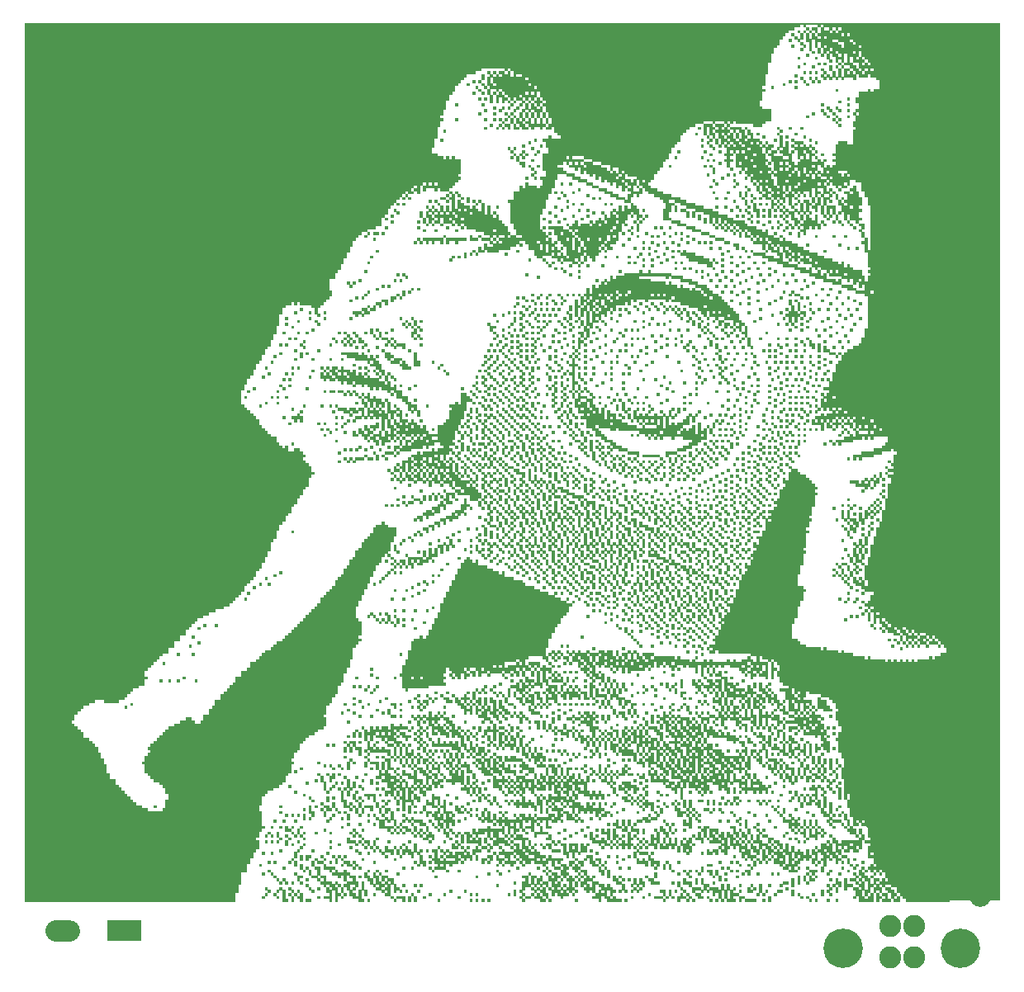
<source format=gts>
G04 start of page 2 for group 2 layer_idx 10 *
G04 Title: (unknown), top_mask *
G04 Creator: pcb-rnd 3.1.4-dev *
G04 CreationDate: 2024-02-06 06:50:57 UTC *
G04 For: STEM4ukraine *
G04 Format: Gerber/RS-274X *
G04 PCB-Dimensions: 393701 393701 *
G04 PCB-Coordinate-Origin: lower left *
%MOIN*%
%FSLAX25Y25*%
%LNTOP_MASK_NONE_2*%
%ADD76C,0.0769*%
%ADD75C,0.0887*%
%ADD74C,0.1595*%
%ADD73C,0.0001*%
%ADD72C,0.0860*%
G54D72*X18110Y27165D02*X12953D01*
G54D73*G36*
X47253Y22865D02*X33453D01*
Y31465D01*
X47253D01*
Y22865D01*
G37*
G54D74*X377953Y20079D03*
X330551D03*
G54D75*X349331Y28937D03*
Y16339D03*
X359173D03*
Y28937D03*
G54D73*G36*
X357410Y86802D02*X349598D01*
Y94615D01*
X357410D01*
Y86802D01*
G37*
G54D76*X353504Y80709D03*
X343504D03*
X353504Y70709D03*
X343504D03*
Y90709D03*
G54D73*G36*
X390127Y46881D02*X381527D01*
Y55481D01*
X390127D01*
Y46881D01*
G37*
G54D72*X385827Y41181D03*
G54D73*G36*
X313209Y393130D02*Y391909D01*
X19075D01*
Y393130D01*
X313209D01*
G37*
G36*
X310847Y391949D02*Y390728D01*
X19075D01*
Y391949D01*
X310847D01*
G37*
G36*
X308484Y390768D02*Y389547D01*
X19075D01*
Y390768D01*
X308484D01*
G37*
G36*
X313209D02*Y389547D01*
X311988D01*
Y390768D01*
X313209D01*
G37*
G36*
X307303Y389587D02*Y388366D01*
X19075D01*
Y389587D01*
X307303D01*
G37*
G36*
X310847D02*Y388366D01*
X309626D01*
Y389587D01*
X310847D01*
G37*
G36*
X19075Y393701D02*Y38760D01*
X0D01*
Y393701D01*
X19075D01*
G37*
G36*
X306122Y388406D02*Y387185D01*
X19075D01*
Y388406D01*
X306122D01*
G37*
G36*
X312028D02*Y387185D01*
X310807D01*
Y388406D01*
X312028D01*
G37*
G36*
X313209Y387224D02*Y386004D01*
X311988D01*
Y387224D01*
X313209D01*
G37*
G36*
Y380138D02*Y378917D01*
X311988D01*
Y380138D01*
X313209D01*
G37*
G36*
Y376594D02*Y375374D01*
X311988D01*
Y376594D01*
X313209D01*
G37*
G36*
X312028Y373051D02*Y371831D01*
X310807D01*
Y373051D01*
X312028D01*
G37*
G36*
Y370689D02*Y369468D01*
X310807D01*
Y370689D01*
X312028D01*
G37*
G36*
Y368327D02*Y367106D01*
X310807D01*
Y368327D01*
X312028D01*
G37*
G36*
Y349429D02*Y348209D01*
X310807D01*
Y349429D01*
X312028D01*
G37*
G36*
X313209Y344705D02*Y343484D01*
X311988D01*
Y344705D01*
X313209D01*
G37*
G36*
Y339980D02*Y338760D01*
X311988D01*
Y339980D01*
X313209D01*
G37*
G36*
Y324626D02*Y323405D01*
X311988D01*
Y324626D01*
X313209D01*
G37*
G36*
Y322264D02*Y321043D01*
X311988D01*
Y322264D01*
X313209D01*
G37*
G36*
Y317539D02*Y316319D01*
X311988D01*
Y317539D01*
X313209D01*
G37*
G36*
Y313996D02*Y312776D01*
X310807D01*
Y313996D01*
X313209D01*
G37*
G36*
Y311634D02*Y310413D01*
X311988D01*
Y311634D01*
X313209D01*
G37*
G36*
Y309272D02*Y308051D01*
X311988D01*
Y309272D01*
X313209D01*
G37*
G36*
Y308090D02*Y306870D01*
X311988D01*
Y308090D01*
X313209D01*
G37*
G36*
Y299823D02*Y298602D01*
X309626D01*
Y299823D01*
X313209D01*
G37*
G36*
Y297461D02*Y296240D01*
X311988D01*
Y297461D01*
X313209D01*
G37*
G36*
Y284469D02*Y283248D01*
X310807D01*
Y284469D01*
X313209D01*
G37*
G36*
Y280925D02*Y279705D01*
X311988D01*
Y280925D01*
X313209D01*
G37*
G36*
Y279744D02*Y278524D01*
X311988D01*
Y279744D01*
X313209D01*
G37*
G36*
Y278563D02*Y277343D01*
X311988D01*
Y278563D01*
X313209D01*
G37*
G36*
X312028Y334075D02*Y332854D01*
X310807D01*
Y334075D01*
X312028D01*
G37*
G36*
Y332894D02*Y331673D01*
X309626D01*
Y332894D01*
X312028D01*
G37*
G36*
X304941Y387224D02*Y386004D01*
X19075D01*
Y387224D01*
X304941D01*
G37*
G36*
X303760Y384862D02*Y383642D01*
X19075D01*
Y384862D01*
X303760D01*
G37*
G36*
X302579Y383681D02*Y382461D01*
X19075D01*
Y383681D01*
X302579D01*
G37*
G36*
X304941Y386043D02*Y384823D01*
X19075D01*
Y386043D01*
X304941D01*
G37*
G36*
X302579Y382500D02*Y381279D01*
X19075D01*
Y382500D01*
X302579D01*
G37*
G36*
X301398Y381319D02*Y380098D01*
X19075D01*
Y381319D01*
X301398D01*
G37*
G36*
Y380138D02*Y378917D01*
X19075D01*
Y380138D01*
X301398D01*
G37*
G36*
Y378957D02*Y377736D01*
X19075D01*
Y378957D01*
X301398D01*
G37*
G36*
X300217Y377776D02*Y376555D01*
X19075D01*
Y377776D01*
X300217D01*
G37*
G36*
Y376594D02*Y375374D01*
X19075D01*
Y376594D01*
X300217D01*
G37*
G36*
X184469Y375413D02*Y374193D01*
X19075D01*
Y375413D01*
X184469D01*
G37*
G36*
X182106Y374232D02*Y373012D01*
X19075D01*
Y374232D01*
X182106D01*
G37*
G36*
X188012D02*Y373012D01*
X186791D01*
Y374232D01*
X188012D01*
G37*
G36*
X195098Y375413D02*Y374193D01*
X193878D01*
Y375413D01*
X195098D01*
G37*
G36*
X300217D02*Y374193D01*
X196240D01*
Y375413D01*
X300217D01*
G37*
G36*
X190374Y374232D02*Y373012D01*
X189154D01*
Y374232D01*
X190374D01*
G37*
G36*
X193917D02*Y373012D01*
X191516D01*
Y374232D01*
X193917D01*
G37*
G36*
X196280D02*Y373012D01*
X195059D01*
Y374232D01*
X196280D01*
G37*
G36*
X300217D02*Y373012D01*
X197421D01*
Y374232D01*
X300217D01*
G37*
G36*
X178563Y373051D02*Y371831D01*
X19075D01*
Y373051D01*
X178563D01*
G37*
G36*
X177382Y371870D02*Y370650D01*
X19075D01*
Y371870D01*
X177382D01*
G37*
G36*
X176201Y370689D02*Y369468D01*
X19075D01*
Y370689D01*
X176201D01*
G37*
G36*
X175020Y369508D02*Y368287D01*
X19075D01*
Y369508D01*
X175020D01*
G37*
G36*
X173839Y368327D02*Y367106D01*
X19075D01*
Y368327D01*
X173839D01*
G37*
G36*
X182106Y370689D02*Y369468D01*
X180886D01*
Y370689D01*
X182106D01*
G37*
G36*
X179744Y369508D02*Y368287D01*
X178524D01*
Y369508D01*
X179744D01*
G37*
G36*
X183287Y368327D02*Y367106D01*
X182067D01*
Y368327D01*
X183287D01*
G37*
G36*
X173839Y367146D02*Y365925D01*
X19075D01*
Y367146D01*
X173839D01*
G37*
G36*
X172658Y365965D02*Y364744D01*
X19075D01*
Y365965D01*
X172658D01*
G37*
G36*
X171476Y364783D02*Y363563D01*
X19075D01*
Y364783D01*
X171476D01*
G37*
G36*
X170295Y362421D02*Y361201D01*
X19075D01*
Y362421D01*
X170295D01*
G37*
G36*
X171476Y363602D02*Y362382D01*
X19075D01*
Y363602D01*
X171476D01*
G37*
G36*
X170295Y361240D02*Y360020D01*
X19075D01*
Y361240D01*
X170295D01*
G37*
G36*
X175020D02*Y360020D01*
X173799D01*
Y361240D01*
X175020D01*
G37*
G36*
X170295Y360059D02*Y358839D01*
X19075D01*
Y360059D01*
X170295D01*
G37*
G36*
X169114Y358878D02*Y357657D01*
X19075D01*
Y358878D01*
X169114D01*
G37*
G36*
Y357697D02*Y356476D01*
X19075D01*
Y357697D01*
X169114D01*
G37*
G36*
X167933Y356516D02*Y355295D01*
X19075D01*
Y356516D01*
X167933D01*
G37*
G36*
X169114Y355335D02*Y354114D01*
X19075D01*
Y355335D01*
X169114D01*
G37*
G36*
X166752Y351791D02*Y350571D01*
X19075D01*
Y351791D01*
X166752D01*
G37*
G36*
Y350610D02*Y349390D01*
X19075D01*
Y350610D01*
X166752D01*
G37*
G36*
X170295D02*Y349390D01*
X169075D01*
Y350610D01*
X170295D01*
G37*
G36*
X175020Y355335D02*Y354114D01*
X173799D01*
Y355335D01*
X175020D01*
G37*
G36*
X167933Y354153D02*Y352933D01*
X19075D01*
Y354153D01*
X167933D01*
G37*
G36*
Y352972D02*Y351752D01*
X19075D01*
Y352972D01*
X167933D01*
G37*
G36*
X166752Y349429D02*Y348209D01*
X19075D01*
Y349429D01*
X166752D01*
G37*
G36*
Y348248D02*Y347027D01*
X19075D01*
Y348248D01*
X166752D01*
G37*
G36*
X165571Y347067D02*Y345846D01*
X19075D01*
Y347067D01*
X165571D01*
G37*
G36*
Y345886D02*Y344665D01*
X19075D01*
Y345886D01*
X165571D01*
G37*
G36*
X164390Y343524D02*Y342303D01*
X19075D01*
Y343524D01*
X164390D01*
G37*
G36*
X165571Y344705D02*Y343484D01*
X19075D01*
Y344705D01*
X165571D01*
G37*
G36*
X164390Y342342D02*Y341122D01*
X19075D01*
Y342342D01*
X164390D01*
G37*
G36*
X166752Y341161D02*Y339941D01*
X19075D01*
Y341161D01*
X166752D01*
G37*
G36*
X169114Y339980D02*Y338760D01*
X19075D01*
Y339980D01*
X169114D01*
G37*
G36*
X171476D02*Y338760D01*
X170256D01*
Y339980D01*
X171476D01*
G37*
G36*
X173839D02*Y338760D01*
X172618D01*
Y339980D01*
X173839D01*
G37*
G36*
X176201Y338799D02*Y337579D01*
X19075D01*
Y338799D01*
X176201D01*
G37*
G36*
Y337618D02*Y336398D01*
X19075D01*
Y337618D01*
X176201D01*
G37*
G36*
Y336437D02*Y335216D01*
X19075D01*
Y336437D01*
X176201D01*
G37*
G36*
Y335256D02*Y334035D01*
X19075D01*
Y335256D01*
X176201D01*
G37*
G36*
X175020Y332894D02*Y331673D01*
X19075D01*
Y332894D01*
X175020D01*
G37*
G36*
X176201Y334075D02*Y332854D01*
X19075D01*
Y334075D01*
X176201D01*
G37*
G36*
Y331713D02*Y330492D01*
X19075D01*
Y331713D01*
X176201D01*
G37*
G36*
X175020Y330531D02*Y329311D01*
X19075D01*
Y330531D01*
X175020D01*
G37*
G36*
X160846Y329350D02*Y328130D01*
X19075D01*
Y329350D01*
X160846D01*
G37*
G36*
X157303Y328169D02*Y326949D01*
X19075D01*
Y328169D01*
X157303D01*
G37*
G36*
X156122Y326988D02*Y325768D01*
X19075D01*
Y326988D01*
X156122D01*
G37*
G36*
X153760Y325807D02*Y324587D01*
X19075D01*
Y325807D01*
X153760D01*
G37*
G36*
X157303D02*Y324587D01*
X154902D01*
Y325807D01*
X157303D01*
G37*
G36*
X159665D02*Y324587D01*
X158445D01*
Y325807D01*
X159665D01*
G37*
G36*
Y328169D02*Y326949D01*
X158445D01*
Y328169D01*
X159665D01*
G37*
G36*
Y326988D02*Y325768D01*
X157264D01*
Y326988D01*
X159665D01*
G37*
G36*
X162028D02*Y325768D01*
X160807D01*
Y326988D01*
X162028D01*
G37*
G36*
X160846Y317539D02*Y316319D01*
X159626D01*
Y317539D01*
X160846D01*
G37*
G36*
Y316358D02*Y315138D01*
X159626D01*
Y316358D01*
X160846D01*
G37*
G36*
X162028Y315177D02*Y313957D01*
X160807D01*
Y315177D01*
X162028D01*
G37*
G36*
X159665Y313996D02*Y312776D01*
X158445D01*
Y313996D01*
X159665D01*
G37*
G36*
X162028D02*Y312776D01*
X160807D01*
Y313996D01*
X162028D01*
G37*
G36*
X159665Y311634D02*Y310413D01*
X158445D01*
Y311634D01*
X159665D01*
G37*
G36*
X162028Y310453D02*Y309232D01*
X160807D01*
Y310453D01*
X162028D01*
G37*
G36*
X159665Y306909D02*Y305689D01*
X158445D01*
Y306909D01*
X159665D01*
G37*
G36*
X158484Y305728D02*Y304508D01*
X157264D01*
Y305728D01*
X158484D01*
G37*
G36*
X160846D02*Y304508D01*
X159626D01*
Y305728D01*
X160846D01*
G37*
G36*
X152579Y324626D02*Y323405D01*
X19075D01*
Y324626D01*
X152579D01*
G37*
G36*
X154941D02*Y323405D01*
X153721D01*
Y324626D01*
X154941D01*
G37*
G36*
X151398Y323445D02*Y322224D01*
X19075D01*
Y323445D01*
X151398D01*
G37*
G36*
X150217Y322264D02*Y321043D01*
X19075D01*
Y322264D01*
X150217D01*
G37*
G36*
X149035Y321083D02*Y319862D01*
X19075D01*
Y321083D01*
X149035D01*
G37*
G36*
X147854Y319901D02*Y318681D01*
X19075D01*
Y319901D01*
X147854D01*
G37*
G36*
X146673Y318720D02*Y317500D01*
X19075D01*
Y318720D01*
X146673D01*
G37*
G36*
X150217D02*Y317500D01*
X148996D01*
Y318720D01*
X150217D01*
G37*
G36*
X151398Y321083D02*Y319862D01*
X150177D01*
Y321083D01*
X151398D01*
G37*
G36*
X153760D02*Y319862D01*
X152539D01*
Y321083D01*
X153760D01*
G37*
G36*
X146673Y317539D02*Y316319D01*
X19075D01*
Y317539D01*
X146673D01*
G37*
G36*
X151398D02*Y316319D01*
X150177D01*
Y317539D01*
X151398D01*
G37*
G36*
Y292736D02*Y291516D01*
X150177D01*
Y292736D01*
X151398D01*
G37*
G36*
X150217Y290374D02*Y289154D01*
X148996D01*
Y290374D01*
X150217D01*
G37*
G36*
X153760Y292736D02*Y291516D01*
X152539D01*
Y292736D01*
X153760D01*
G37*
G36*
X154941Y291555D02*Y290335D01*
X153721D01*
Y291555D01*
X154941D01*
G37*
G36*
X152579Y290374D02*Y289154D01*
X151358D01*
Y290374D01*
X152579D01*
G37*
G36*
X157303Y286831D02*Y285610D01*
X156083D01*
Y286831D01*
X157303D01*
G37*
G36*
X159665D02*Y285610D01*
X158445D01*
Y286831D01*
X159665D01*
G37*
G36*
X153760Y285650D02*Y284429D01*
X152539D01*
Y285650D01*
X153760D01*
G37*
G36*
Y284469D02*Y283248D01*
X152539D01*
Y284469D01*
X153760D01*
G37*
G36*
X152579Y275020D02*Y273799D01*
X151358D01*
Y275020D01*
X152579D01*
G37*
G36*
X153760Y272658D02*Y271437D01*
X152539D01*
Y272658D01*
X153760D01*
G37*
G36*
X156122Y285650D02*Y284429D01*
X154902D01*
Y285650D01*
X156122D01*
G37*
G36*
X157303Y275020D02*Y273799D01*
X156083D01*
Y275020D01*
X157303D01*
G37*
G36*
X154941Y273839D02*Y272618D01*
X153721D01*
Y273839D01*
X154941D01*
G37*
G36*
X158484D02*Y272618D01*
X157264D01*
Y273839D01*
X158484D01*
G37*
G36*
X160846D02*Y272618D01*
X159626D01*
Y273839D01*
X160846D01*
G37*
G36*
X156122Y272658D02*Y271437D01*
X154902D01*
Y272658D01*
X156122D01*
G37*
G36*
X158484D02*Y271437D01*
X157264D01*
Y272658D01*
X158484D01*
G37*
G36*
X154941Y271477D02*Y270256D01*
X153721D01*
Y271477D01*
X154941D01*
G37*
G36*
X157303D02*Y270256D01*
X156083D01*
Y271477D01*
X157303D01*
G37*
G36*
Y267933D02*Y266713D01*
X156083D01*
Y267933D01*
X157303D01*
G37*
G36*
X158484Y266752D02*Y265532D01*
X157264D01*
Y266752D01*
X158484D01*
G37*
G36*
X156122Y262028D02*Y260807D01*
X154902D01*
Y262028D01*
X156122D01*
G37*
G36*
X158484Y260847D02*Y259626D01*
X157264D01*
Y260847D01*
X158484D01*
G37*
G36*
Y259665D02*Y258445D01*
X157264D01*
Y259665D01*
X158484D01*
G37*
G36*
Y258484D02*Y257264D01*
X157264D01*
Y258484D01*
X158484D01*
G37*
G36*
X159665Y257303D02*Y256083D01*
X157264D01*
Y257303D01*
X159665D01*
G37*
G36*
Y256122D02*Y254902D01*
X157264D01*
Y256122D01*
X159665D01*
G37*
G36*
X158484Y247854D02*Y246634D01*
X157264D01*
Y247854D01*
X158484D01*
G37*
G36*
Y241949D02*Y240728D01*
X157264D01*
Y241949D01*
X158484D01*
G37*
G36*
Y238406D02*Y237185D01*
X157264D01*
Y238406D01*
X158484D01*
G37*
G36*
X156122Y246673D02*Y245453D01*
X154902D01*
Y246673D01*
X156122D01*
G37*
G36*
Y240768D02*Y239547D01*
X153721D01*
Y240768D01*
X156122D01*
G37*
G36*
X158484Y239587D02*Y238366D01*
X154902D01*
Y239587D01*
X158484D01*
G37*
G36*
X157303Y237225D02*Y236004D01*
X156083D01*
Y237225D01*
X157303D01*
G37*
G36*
X159665D02*Y236004D01*
X158445D01*
Y237225D01*
X159665D01*
G37*
G36*
Y236043D02*Y234823D01*
X158445D01*
Y236043D01*
X159665D01*
G37*
G36*
X157303Y233681D02*Y232461D01*
X156083D01*
Y233681D01*
X157303D01*
G37*
G36*
X160846D02*Y232461D01*
X159626D01*
Y233681D01*
X160846D01*
G37*
G36*
Y205335D02*Y204114D01*
X159626D01*
Y205335D01*
X160846D01*
G37*
G36*
X158484Y232500D02*Y231280D01*
X154902D01*
Y232500D01*
X158484D01*
G37*
G36*
X152579Y227776D02*Y226555D01*
X151358D01*
Y227776D01*
X152579D01*
G37*
G36*
X156122D02*Y226555D01*
X153721D01*
Y227776D01*
X156122D01*
G37*
G36*
X159665Y231319D02*Y230099D01*
X157264D01*
Y231319D01*
X159665D01*
G37*
G36*
X162028Y230138D02*Y228917D01*
X154902D01*
Y230138D01*
X162028D01*
G37*
G36*
X163209Y228957D02*Y227736D01*
X150177D01*
Y228957D01*
X163209D01*
G37*
G36*
X158484Y227776D02*Y226555D01*
X157264D01*
Y227776D01*
X158484D01*
G37*
G36*
X160846D02*Y226555D01*
X159626D01*
Y227776D01*
X160846D01*
G37*
G36*
X151398Y226595D02*Y225374D01*
X150177D01*
Y226595D01*
X151398D01*
G37*
G36*
X152579Y225414D02*Y224193D01*
X151358D01*
Y225414D01*
X152579D01*
G37*
G36*
Y224232D02*Y223012D01*
X151358D01*
Y224232D01*
X152579D01*
G37*
G36*
X151398Y215965D02*Y214744D01*
X150177D01*
Y215965D01*
X151398D01*
G37*
G36*
Y201791D02*Y200571D01*
X150177D01*
Y201791D01*
X151398D01*
G37*
G36*
Y199429D02*Y198209D01*
X150177D01*
Y199429D01*
X151398D01*
G37*
G36*
X152579Y184075D02*Y182854D01*
X151358D01*
Y184075D01*
X152579D01*
G37*
G36*
X151398Y180532D02*Y179311D01*
X150177D01*
Y180532D01*
X151398D01*
G37*
G36*
Y153366D02*Y152146D01*
X150177D01*
Y153366D01*
X151398D01*
G37*
G36*
Y152185D02*Y150965D01*
X150177D01*
Y152185D01*
X151398D01*
G37*
G36*
X153760Y176988D02*Y175768D01*
X151358D01*
Y176988D01*
X153760D01*
G37*
G36*
X151398Y175807D02*Y174587D01*
X150177D01*
Y175807D01*
X151398D01*
G37*
G36*
X152579Y174626D02*Y173406D01*
X151358D01*
Y174626D01*
X152579D01*
G37*
G36*
Y172264D02*Y171043D01*
X151358D01*
Y172264D01*
X152579D01*
G37*
G36*
X153760Y175807D02*Y174587D01*
X152539D01*
Y175807D01*
X153760D01*
G37*
G36*
Y153366D02*Y152146D01*
X152539D01*
Y153366D01*
X153760D01*
G37*
G36*
Y151004D02*Y149784D01*
X152539D01*
Y151004D01*
X153760D01*
G37*
G36*
X152579Y139193D02*Y137973D01*
X151358D01*
Y139193D01*
X152579D01*
G37*
G36*
X153760Y226595D02*Y225374D01*
X152539D01*
Y226595D01*
X153760D01*
G37*
G36*
Y215965D02*Y214744D01*
X152539D01*
Y215965D01*
X153760D01*
G37*
G36*
Y214784D02*Y213563D01*
X151358D01*
Y214784D01*
X153760D01*
G37*
G36*
X157303Y226595D02*Y225374D01*
X156083D01*
Y226595D01*
X157303D01*
G37*
G36*
X156122Y225414D02*Y224193D01*
X153721D01*
Y225414D01*
X156122D01*
G37*
G36*
X154941Y224232D02*Y223012D01*
X153721D01*
Y224232D01*
X154941D01*
G37*
G36*
X160846Y223051D02*Y221831D01*
X152539D01*
Y223051D01*
X160846D01*
G37*
G36*
X159665Y226595D02*Y225374D01*
X158445D01*
Y226595D01*
X159665D01*
G37*
G36*
X164390D02*Y225374D01*
X160807D01*
Y226595D01*
X164390D01*
G37*
G36*
X162028Y225414D02*Y224193D01*
X157264D01*
Y225414D01*
X162028D01*
G37*
G36*
X165571Y224232D02*Y223012D01*
X156083D01*
Y224232D01*
X165571D01*
G37*
G36*
X163209Y223051D02*Y221831D01*
X161988D01*
Y223051D01*
X163209D01*
G37*
G36*
X165571Y221870D02*Y220650D01*
X164350D01*
Y221870D01*
X165571D01*
G37*
G36*
X159665Y220689D02*Y219469D01*
X158445D01*
Y220689D01*
X159665D01*
G37*
G36*
X165571Y219508D02*Y218288D01*
X156083D01*
Y219508D01*
X165571D01*
G37*
G36*
X156122Y218327D02*Y217106D01*
X154902D01*
Y218327D01*
X156122D01*
G37*
G36*
X157303Y217146D02*Y215925D01*
X152539D01*
Y217146D01*
X157303D01*
G37*
G36*
X156122Y215965D02*Y214744D01*
X154902D01*
Y215965D01*
X156122D01*
G37*
G36*
X157303Y214784D02*Y213563D01*
X154902D01*
Y214784D01*
X157303D01*
G37*
G36*
Y212421D02*Y211201D01*
X156083D01*
Y212421D01*
X157303D01*
G37*
G36*
Y210059D02*Y208839D01*
X154902D01*
Y210059D01*
X157303D01*
G37*
G36*
X153760Y202973D02*Y201752D01*
X152539D01*
Y202973D01*
X153760D01*
G37*
G36*
X157303D02*Y201752D01*
X156083D01*
Y202973D01*
X157303D01*
G37*
G36*
X153760Y200610D02*Y199390D01*
X152539D01*
Y200610D01*
X153760D01*
G37*
G36*
Y161634D02*Y160413D01*
X152539D01*
Y161634D01*
X153760D01*
G37*
G36*
Y156910D02*Y155689D01*
X152539D01*
Y156910D01*
X153760D01*
G37*
G36*
X157303Y200610D02*Y199390D01*
X154902D01*
Y200610D01*
X157303D01*
G37*
G36*
X154941Y199429D02*Y198209D01*
X153721D01*
Y199429D01*
X154941D01*
G37*
G36*
Y179350D02*Y178130D01*
X153721D01*
Y179350D01*
X154941D01*
G37*
G36*
X156122Y176988D02*Y175768D01*
X154902D01*
Y176988D01*
X156122D01*
G37*
G36*
X154941Y165177D02*Y163957D01*
X153721D01*
Y165177D01*
X154941D01*
G37*
G36*
X157303Y175807D02*Y174587D01*
X154902D01*
Y175807D01*
X157303D01*
G37*
G36*
X154941Y174626D02*Y173406D01*
X153721D01*
Y174626D01*
X154941D01*
G37*
G36*
X157303D02*Y173406D01*
X156083D01*
Y174626D01*
X157303D01*
G37*
G36*
Y162815D02*Y161595D01*
X156083D01*
Y162815D01*
X157303D01*
G37*
G36*
Y153366D02*Y152146D01*
X156083D01*
Y153366D01*
X157303D01*
G37*
G36*
X156122Y186437D02*Y185217D01*
X154902D01*
Y186437D01*
X156122D01*
G37*
G36*
X153760Y185256D02*Y184036D01*
X152539D01*
Y185256D01*
X153760D01*
G37*
G36*
X157303D02*Y184036D01*
X156083D01*
Y185256D01*
X157303D01*
G37*
G36*
X160846Y218327D02*Y217106D01*
X157264D01*
Y218327D01*
X160846D01*
G37*
G36*
X159665Y217146D02*Y215925D01*
X158445D01*
Y217146D01*
X159665D01*
G37*
G36*
X160846Y215965D02*Y214744D01*
X157264D01*
Y215965D01*
X160846D01*
G37*
G36*
X158484Y213602D02*Y212382D01*
X157264D01*
Y213602D01*
X158484D01*
G37*
G36*
X160846D02*Y212382D01*
X159626D01*
Y213602D01*
X160846D01*
G37*
G36*
X159665Y214784D02*Y213563D01*
X158445D01*
Y214784D01*
X159665D01*
G37*
G36*
X162028D02*Y213563D01*
X160807D01*
Y214784D01*
X162028D01*
G37*
G36*
X164390D02*Y213563D01*
X163169D01*
Y214784D01*
X164390D01*
G37*
G36*
X163209Y213602D02*Y212382D01*
X161988D01*
Y213602D01*
X163209D01*
G37*
G36*
Y210059D02*Y208839D01*
X161988D01*
Y210059D01*
X163209D01*
G37*
G36*
X165571Y213602D02*Y212382D01*
X164350D01*
Y213602D01*
X165571D01*
G37*
G36*
Y212421D02*Y211201D01*
X163169D01*
Y212421D01*
X165571D01*
G37*
G36*
X164390Y211240D02*Y210020D01*
X163169D01*
Y211240D01*
X164390D01*
G37*
G36*
Y208878D02*Y207658D01*
X163169D01*
Y208878D01*
X164390D01*
G37*
G36*
Y207697D02*Y206476D01*
X163169D01*
Y207697D01*
X164390D01*
G37*
G36*
X165571Y204154D02*Y202933D01*
X164350D01*
Y204154D01*
X165571D01*
G37*
G36*
X164390Y202973D02*Y201752D01*
X163169D01*
Y202973D01*
X164390D01*
G37*
G36*
Y201791D02*Y200571D01*
X163169D01*
Y201791D01*
X164390D01*
G37*
G36*
Y184075D02*Y182854D01*
X163169D01*
Y184075D01*
X164390D01*
G37*
G36*
Y181713D02*Y180492D01*
X163169D01*
Y181713D01*
X164390D01*
G37*
G36*
Y197067D02*Y195847D01*
X161988D01*
Y197067D01*
X164390D01*
G37*
G36*
X165571Y195886D02*Y194665D01*
X160807D01*
Y195886D01*
X165571D01*
G37*
G36*
X163209Y194705D02*Y193484D01*
X161988D01*
Y194705D01*
X163209D01*
G37*
G36*
X165571Y191162D02*Y189941D01*
X163169D01*
Y191162D01*
X165571D01*
G37*
G36*
X163209Y189980D02*Y188760D01*
X160807D01*
Y189980D01*
X163209D01*
G37*
G36*
X165571D02*Y188760D01*
X164350D01*
Y189980D01*
X165571D01*
G37*
G36*
X163209Y188799D02*Y187579D01*
X161988D01*
Y188799D01*
X163209D01*
G37*
G36*
X162028Y180532D02*Y179311D01*
X160807D01*
Y180532D01*
X162028D01*
G37*
G36*
X164390D02*Y179311D01*
X163169D01*
Y180532D01*
X164390D01*
G37*
G36*
X162028Y179350D02*Y178130D01*
X160807D01*
Y179350D01*
X162028D01*
G37*
G36*
Y168721D02*Y167500D01*
X160807D01*
Y168721D01*
X162028D01*
G37*
G36*
X163209Y167539D02*Y166319D01*
X161988D01*
Y167539D01*
X163209D01*
G37*
G36*
X162028Y165177D02*Y163957D01*
X160807D01*
Y165177D01*
X162028D01*
G37*
G36*
X163209Y156910D02*Y155689D01*
X161988D01*
Y156910D01*
X163209D01*
G37*
G36*
X162028Y152185D02*Y150965D01*
X160807D01*
Y152185D01*
X162028D01*
G37*
G36*
X164390Y178169D02*Y176949D01*
X161988D01*
Y178169D01*
X164390D01*
G37*
G36*
X163209Y176988D02*Y175768D01*
X159626D01*
Y176988D01*
X163209D01*
G37*
G36*
X165571D02*Y175768D01*
X164350D01*
Y176988D01*
X165571D01*
G37*
G36*
Y171083D02*Y169862D01*
X164350D01*
Y171083D01*
X165571D01*
G37*
G36*
Y168721D02*Y167500D01*
X164350D01*
Y168721D01*
X165571D01*
G37*
G36*
Y158091D02*Y156870D01*
X164350D01*
Y158091D01*
X165571D01*
G37*
G36*
X159665Y212421D02*Y211201D01*
X158445D01*
Y212421D01*
X159665D01*
G37*
G36*
Y211240D02*Y210020D01*
X157264D01*
Y211240D01*
X159665D01*
G37*
G36*
X160846Y210059D02*Y208839D01*
X158445D01*
Y210059D01*
X160846D01*
G37*
G36*
X158484Y208878D02*Y207658D01*
X157264D01*
Y208878D01*
X158484D01*
G37*
G36*
X159665Y201791D02*Y200571D01*
X157264D01*
Y201791D01*
X159665D01*
G37*
G36*
X160846Y200610D02*Y199390D01*
X159626D01*
Y200610D01*
X160846D01*
G37*
G36*
Y194705D02*Y193484D01*
X158445D01*
Y194705D01*
X160846D01*
G37*
G36*
X158484Y193524D02*Y192303D01*
X157264D01*
Y193524D01*
X158484D01*
G37*
G36*
X160846D02*Y192303D01*
X159626D01*
Y193524D01*
X160846D01*
G37*
G36*
X159665Y188799D02*Y187579D01*
X158445D01*
Y188799D01*
X159665D01*
G37*
G36*
Y180532D02*Y179311D01*
X158445D01*
Y180532D01*
X159665D01*
G37*
G36*
X160846Y178169D02*Y176949D01*
X154902D01*
Y178169D01*
X160846D01*
G37*
G36*
X158484Y176988D02*Y175768D01*
X157264D01*
Y176988D01*
X158484D01*
G37*
G36*
X160846Y175807D02*Y174587D01*
X158445D01*
Y175807D01*
X160846D01*
G37*
G36*
X159665Y167539D02*Y166319D01*
X158445D01*
Y167539D01*
X159665D01*
G37*
G36*
X157303Y166358D02*Y165138D01*
X156083D01*
Y166358D01*
X157303D01*
G37*
G36*
X159665Y163996D02*Y162776D01*
X158445D01*
Y163996D01*
X159665D01*
G37*
G36*
X158484Y156910D02*Y155689D01*
X157264D01*
Y156910D01*
X158484D01*
G37*
G36*
Y149823D02*Y148602D01*
X157264D01*
Y149823D01*
X158484D01*
G37*
G36*
X160846Y146280D02*Y145059D01*
X159626D01*
Y146280D01*
X160846D01*
G37*
G36*
X170295Y133287D02*Y132067D01*
X152539D01*
Y133287D01*
X170295D01*
G37*
G36*
X159665Y129744D02*Y128524D01*
X157264D01*
Y129744D01*
X159665D01*
G37*
G36*
X170295Y132106D02*Y130886D01*
X152539D01*
Y132106D01*
X170295D01*
G37*
G36*
X169114Y130925D02*Y129705D01*
X151358D01*
Y130925D01*
X169114D01*
G37*
G36*
X156122Y129744D02*Y128524D01*
X152539D01*
Y129744D01*
X156122D01*
G37*
G36*
X170295D02*Y128524D01*
X160807D01*
Y129744D01*
X170295D01*
G37*
G36*
X169114Y128563D02*Y127343D01*
X152539D01*
Y128563D01*
X169114D01*
G37*
G36*
X170295Y127382D02*Y126161D01*
X152539D01*
Y127382D01*
X170295D01*
G37*
G36*
X163209Y126201D02*Y124980D01*
X152539D01*
Y126201D01*
X163209D01*
G37*
G36*
X154941Y125020D02*Y123799D01*
X153721D01*
Y125020D01*
X154941D01*
G37*
G36*
X159665Y122658D02*Y121437D01*
X158445D01*
Y122658D01*
X159665D01*
G37*
G36*
X158484Y121476D02*Y120256D01*
X157264D01*
Y121476D01*
X158484D01*
G37*
G36*
X166752Y123839D02*Y122618D01*
X165532D01*
Y123839D01*
X166752D01*
G37*
G36*
X163209Y122658D02*Y121437D01*
X161988D01*
Y122658D01*
X163209D01*
G37*
G36*
X169114D02*Y121437D01*
X167894D01*
Y122658D01*
X169114D01*
G37*
G36*
X164390Y121476D02*Y120256D01*
X163169D01*
Y121476D01*
X164390D01*
G37*
G36*
X166752D02*Y120256D01*
X165532D01*
Y121476D01*
X166752D01*
G37*
G36*
X156122Y120295D02*Y119075D01*
X154902D01*
Y120295D01*
X156122D01*
G37*
G36*
X152579Y119114D02*Y117894D01*
X151358D01*
Y119114D01*
X152579D01*
G37*
G36*
Y116752D02*Y115532D01*
X151358D01*
Y116752D01*
X152579D01*
G37*
G36*
X157303Y117933D02*Y116713D01*
X156083D01*
Y117933D01*
X157303D01*
G37*
G36*
X152579Y114390D02*Y113169D01*
X151358D01*
Y114390D01*
X152579D01*
G37*
G36*
X157303D02*Y113169D01*
X156083D01*
Y114390D01*
X157303D01*
G37*
G36*
X156122Y112028D02*Y110807D01*
X154902D01*
Y112028D01*
X156122D01*
G37*
G36*
X152579Y110847D02*Y109626D01*
X151358D01*
Y110847D01*
X152579D01*
G37*
G36*
X154941Y109665D02*Y108445D01*
X147815D01*
Y109665D01*
X154941D01*
G37*
G36*
X157303D02*Y108445D01*
X156083D01*
Y109665D01*
X157303D01*
G37*
G36*
X156122Y108484D02*Y107264D01*
X154902D01*
Y108484D01*
X156122D01*
G37*
G36*
X151398D02*Y107264D01*
X150177D01*
Y108484D01*
X151398D01*
G37*
G36*
X153760Y107303D02*Y106083D01*
X151358D01*
Y107303D01*
X153760D01*
G37*
G36*
X151398Y106122D02*Y104902D01*
X150177D01*
Y106122D01*
X151398D01*
G37*
G36*
X152579Y103760D02*Y102539D01*
X148996D01*
Y103760D01*
X152579D01*
G37*
G36*
X151398Y102579D02*Y101358D01*
X150177D01*
Y102579D01*
X151398D01*
G37*
G36*
X153760D02*Y101358D01*
X152539D01*
Y102579D01*
X153760D01*
G37*
G36*
X156122Y106122D02*Y104902D01*
X152539D01*
Y106122D01*
X156122D01*
G37*
G36*
X154941Y104941D02*Y103721D01*
X153721D01*
Y104941D01*
X154941D01*
G37*
G36*
X156122Y102579D02*Y101358D01*
X154902D01*
Y102579D01*
X156122D01*
G37*
G36*
X152579Y101398D02*Y100177D01*
X151358D01*
Y101398D01*
X152579D01*
G37*
G36*
X154941D02*Y100177D01*
X153721D01*
Y101398D01*
X154941D01*
G37*
G36*
Y100217D02*Y98996D01*
X153721D01*
Y100217D01*
X154941D01*
G37*
G36*
X157303D02*Y98996D01*
X156083D01*
Y100217D01*
X157303D01*
G37*
G36*
Y99035D02*Y97815D01*
X153721D01*
Y99035D01*
X157303D01*
G37*
G36*
X156122Y97854D02*Y96634D01*
X154902D01*
Y97854D01*
X156122D01*
G37*
G36*
X154941Y96673D02*Y95453D01*
X153721D01*
Y96673D01*
X154941D01*
G37*
G36*
X157303D02*Y95453D01*
X156083D01*
Y96673D01*
X157303D01*
G37*
G36*
X154941Y95492D02*Y94272D01*
X153721D01*
Y95492D01*
X154941D01*
G37*
G36*
Y87224D02*Y86004D01*
X153721D01*
Y87224D01*
X154941D01*
G37*
G36*
Y86043D02*Y84823D01*
X153721D01*
Y86043D01*
X154941D01*
G37*
G36*
X157303Y95492D02*Y94272D01*
X156083D01*
Y95492D01*
X157303D01*
G37*
G36*
X156122Y94311D02*Y93091D01*
X154902D01*
Y94311D01*
X156122D01*
G37*
G36*
X157303Y93130D02*Y91909D01*
X156083D01*
Y93130D01*
X157303D01*
G37*
G36*
X156122Y90768D02*Y89547D01*
X152539D01*
Y90768D01*
X156122D01*
G37*
G36*
X158484Y89587D02*Y88366D01*
X154902D01*
Y89587D01*
X158484D01*
G37*
G36*
Y87224D02*Y86004D01*
X157264D01*
Y87224D01*
X158484D01*
G37*
G36*
X157303Y86043D02*Y84823D01*
X156083D01*
Y86043D01*
X157303D01*
G37*
G36*
X156122Y84862D02*Y83642D01*
X154902D01*
Y84862D01*
X156122D01*
G37*
G36*
X158484D02*Y83642D01*
X157264D01*
Y84862D01*
X158484D01*
G37*
G36*
X157303Y83681D02*Y82461D01*
X154902D01*
Y83681D01*
X157303D01*
G37*
G36*
X156122Y82500D02*Y81280D01*
X154902D01*
Y82500D01*
X156122D01*
G37*
G36*
X158484D02*Y81280D01*
X157264D01*
Y82500D01*
X158484D01*
G37*
G36*
X156122Y81319D02*Y80098D01*
X154902D01*
Y81319D01*
X156122D01*
G37*
G36*
X157303Y80138D02*Y78917D01*
X152539D01*
Y80138D01*
X157303D01*
G37*
G36*
X156122Y77776D02*Y76555D01*
X154902D01*
Y77776D01*
X156122D01*
G37*
G36*
X157303Y78957D02*Y77736D01*
X156083D01*
Y78957D01*
X157303D01*
G37*
G36*
X158484Y77776D02*Y76555D01*
X157264D01*
Y77776D01*
X158484D01*
G37*
G36*
X156122Y76595D02*Y75374D01*
X154902D01*
Y76595D01*
X156122D01*
G37*
G36*
Y75413D02*Y74193D01*
X154902D01*
Y75413D01*
X156122D01*
G37*
G36*
X158484D02*Y74193D01*
X157264D01*
Y75413D01*
X158484D01*
G37*
G36*
X153760Y74232D02*Y73012D01*
X152539D01*
Y74232D01*
X153760D01*
G37*
G36*
X154941Y73051D02*Y71831D01*
X153721D01*
Y73051D01*
X154941D01*
G37*
G36*
Y43524D02*Y42303D01*
X153721D01*
Y43524D01*
X154941D01*
G37*
G36*
X157303Y73051D02*Y71831D01*
X156083D01*
Y73051D01*
X157303D01*
G37*
G36*
Y70689D02*Y69469D01*
X156083D01*
Y70689D01*
X157303D01*
G37*
G36*
X158484Y69508D02*Y68287D01*
X157264D01*
Y69508D01*
X158484D01*
G37*
G36*
Y68327D02*Y67106D01*
X157264D01*
Y68327D01*
X158484D01*
G37*
G36*
X157303Y67146D02*Y65925D01*
X156083D01*
Y67146D01*
X157303D01*
G37*
G36*
X158484Y62421D02*Y61201D01*
X157264D01*
Y62421D01*
X158484D01*
G37*
G36*
Y61240D02*Y60020D01*
X157264D01*
Y61240D01*
X158484D01*
G37*
G36*
Y60059D02*Y58839D01*
X157264D01*
Y60059D01*
X158484D01*
G37*
G36*
Y45886D02*Y44665D01*
X157264D01*
Y45886D01*
X158484D01*
G37*
G36*
Y41161D02*Y39941D01*
X157264D01*
Y41161D01*
X158484D01*
G37*
G36*
Y39980D02*Y38760D01*
X157264D01*
Y39980D01*
X158484D01*
G37*
G36*
X157303Y58878D02*Y57658D01*
X154902D01*
Y58878D01*
X157303D01*
G37*
G36*
Y57697D02*Y56476D01*
X156083D01*
Y57697D01*
X157303D01*
G37*
G36*
Y52972D02*Y51752D01*
X156083D01*
Y52972D01*
X157303D01*
G37*
G36*
Y42343D02*Y41122D01*
X156083D01*
Y42343D01*
X157303D01*
G37*
G36*
X156122Y41161D02*Y39941D01*
X154902D01*
Y41161D01*
X156122D01*
G37*
G36*
Y39980D02*Y38760D01*
X154902D01*
Y39980D01*
X156122D01*
G37*
G36*
X153760Y71870D02*Y70650D01*
X152539D01*
Y71870D01*
X153760D01*
G37*
G36*
X156122D02*Y70650D01*
X154902D01*
Y71870D01*
X156122D01*
G37*
G36*
X154941Y69508D02*Y68287D01*
X152539D01*
Y69508D01*
X154941D01*
G37*
G36*
X156122Y68327D02*Y67106D01*
X153721D01*
Y68327D01*
X156122D01*
G37*
G36*
Y63602D02*Y62382D01*
X154902D01*
Y63602D01*
X156122D01*
G37*
G36*
X153760Y62421D02*Y61201D01*
X152539D01*
Y62421D01*
X153760D01*
G37*
G36*
X154941Y61240D02*Y60020D01*
X153721D01*
Y61240D01*
X154941D01*
G37*
G36*
X156122Y60059D02*Y58839D01*
X152539D01*
Y60059D01*
X156122D01*
G37*
G36*
X152579Y100217D02*Y98996D01*
X151358D01*
Y100217D01*
X152579D01*
G37*
G36*
Y99035D02*Y97815D01*
X151358D01*
Y99035D01*
X152579D01*
G37*
G36*
X151398Y97854D02*Y96634D01*
X150177D01*
Y97854D01*
X151398D01*
G37*
G36*
X153760D02*Y96634D01*
X152539D01*
Y97854D01*
X153760D01*
G37*
G36*
X152579Y96673D02*Y95453D01*
X151358D01*
Y96673D01*
X152579D01*
G37*
G36*
Y95492D02*Y94272D01*
X151358D01*
Y95492D01*
X152579D01*
G37*
G36*
X153760Y94311D02*Y93091D01*
X152539D01*
Y94311D01*
X153760D01*
G37*
G36*
X151398Y93130D02*Y91909D01*
X150177D01*
Y93130D01*
X151398D01*
G37*
G36*
X153760Y91949D02*Y90728D01*
X152539D01*
Y91949D01*
X153760D01*
G37*
G36*
X151398Y90768D02*Y89547D01*
X150177D01*
Y90768D01*
X151398D01*
G37*
G36*
Y88406D02*Y87185D01*
X148996D01*
Y88406D01*
X151398D01*
G37*
G36*
X152579Y89587D02*Y88366D01*
X151358D01*
Y89587D01*
X152579D01*
G37*
G36*
X153760Y88406D02*Y87185D01*
X152539D01*
Y88406D01*
X153760D01*
G37*
G36*
X152579Y87224D02*Y86004D01*
X151358D01*
Y87224D01*
X152579D01*
G37*
G36*
Y86043D02*Y84823D01*
X150177D01*
Y86043D01*
X152579D01*
G37*
G36*
X153760Y84862D02*Y83642D01*
X151358D01*
Y84862D01*
X153760D01*
G37*
G36*
X151398Y83681D02*Y82461D01*
X150177D01*
Y83681D01*
X151398D01*
G37*
G36*
X153760D02*Y82461D01*
X152539D01*
Y83681D01*
X153760D01*
G37*
G36*
X151398Y82500D02*Y81280D01*
X150177D01*
Y82500D01*
X151398D01*
G37*
G36*
X153760D02*Y81280D01*
X152539D01*
Y82500D01*
X153760D01*
G37*
G36*
Y78957D02*Y77736D01*
X152539D01*
Y78957D01*
X153760D01*
G37*
G36*
Y77776D02*Y76555D01*
X152539D01*
Y77776D01*
X153760D01*
G37*
G36*
Y76595D02*Y75374D01*
X152539D01*
Y76595D01*
X153760D01*
G37*
G36*
Y67146D02*Y65925D01*
X152539D01*
Y67146D01*
X153760D01*
G37*
G36*
Y58878D02*Y57658D01*
X152539D01*
Y58878D01*
X153760D01*
G37*
G36*
Y52972D02*Y51752D01*
X152539D01*
Y52972D01*
X153760D01*
G37*
G36*
Y45886D02*Y44665D01*
X152539D01*
Y45886D01*
X153760D01*
G37*
G36*
Y81319D02*Y80098D01*
X151358D01*
Y81319D01*
X153760D01*
G37*
G36*
X151398Y80138D02*Y78917D01*
X150177D01*
Y80138D01*
X151398D01*
G37*
G36*
Y78957D02*Y77736D01*
X150177D01*
Y78957D01*
X151398D01*
G37*
G36*
Y76595D02*Y75374D01*
X150177D01*
Y76595D01*
X151398D01*
G37*
G36*
X152579Y70689D02*Y69469D01*
X151358D01*
Y70689D01*
X152579D01*
G37*
G36*
X151398Y69508D02*Y68287D01*
X150177D01*
Y69508D01*
X151398D01*
G37*
G36*
X152579Y68327D02*Y67106D01*
X151358D01*
Y68327D01*
X152579D01*
G37*
G36*
X151398Y67146D02*Y65925D01*
X150177D01*
Y67146D01*
X151398D01*
G37*
G36*
X152579Y61240D02*Y60020D01*
X151358D01*
Y61240D01*
X152579D01*
G37*
G36*
X151398Y60059D02*Y58839D01*
X150177D01*
Y60059D01*
X151398D01*
G37*
G36*
Y58878D02*Y57658D01*
X150177D01*
Y58878D01*
X151398D01*
G37*
G36*
Y50610D02*Y49390D01*
X150177D01*
Y50610D01*
X151398D01*
G37*
G36*
Y44705D02*Y43484D01*
X148996D01*
Y44705D01*
X151398D01*
G37*
G36*
X152579Y57697D02*Y56476D01*
X151358D01*
Y57697D01*
X152579D01*
G37*
G36*
Y43524D02*Y42303D01*
X151358D01*
Y43524D01*
X152579D01*
G37*
G36*
X153760Y41161D02*Y39941D01*
X150177D01*
Y41161D01*
X153760D01*
G37*
G36*
Y39980D02*Y38760D01*
X152539D01*
Y39980D01*
X153760D01*
G37*
G36*
X159665Y120295D02*Y119075D01*
X158445D01*
Y120295D01*
X159665D01*
G37*
G36*
X160846Y119114D02*Y117894D01*
X159626D01*
Y119114D01*
X160846D01*
G37*
G36*
X159665Y117933D02*Y116713D01*
X158445D01*
Y117933D01*
X159665D01*
G37*
G36*
X160846Y116752D02*Y115532D01*
X159626D01*
Y116752D01*
X160846D01*
G37*
G36*
X159665Y114390D02*Y113169D01*
X158445D01*
Y114390D01*
X159665D01*
G37*
G36*
X158484Y113209D02*Y111988D01*
X157264D01*
Y113209D01*
X158484D01*
G37*
G36*
X160846D02*Y111988D01*
X159626D01*
Y113209D01*
X160846D01*
G37*
G36*
X159665Y112028D02*Y110807D01*
X158445D01*
Y112028D01*
X159665D01*
G37*
G36*
Y110847D02*Y109626D01*
X158445D01*
Y110847D01*
X159665D01*
G37*
G36*
X160846Y109665D02*Y108445D01*
X159626D01*
Y109665D01*
X160846D01*
G37*
G36*
X159665Y108484D02*Y107264D01*
X158445D01*
Y108484D01*
X159665D01*
G37*
G36*
X158484Y107303D02*Y106083D01*
X157264D01*
Y107303D01*
X158484D01*
G37*
G36*
X160846D02*Y106083D01*
X159626D01*
Y107303D01*
X160846D01*
G37*
G36*
X159665Y106122D02*Y104902D01*
X158445D01*
Y106122D01*
X159665D01*
G37*
G36*
X158484Y104941D02*Y103721D01*
X157264D01*
Y104941D01*
X158484D01*
G37*
G36*
X160846D02*Y103721D01*
X159626D01*
Y104941D01*
X160846D01*
G37*
G36*
X159665Y103760D02*Y102539D01*
X158445D01*
Y103760D01*
X159665D01*
G37*
G36*
X160846Y102579D02*Y101358D01*
X159626D01*
Y102579D01*
X160846D01*
G37*
G36*
X159665Y101398D02*Y100177D01*
X158445D01*
Y101398D01*
X159665D01*
G37*
G36*
Y99035D02*Y97815D01*
X158445D01*
Y99035D01*
X159665D01*
G37*
G36*
Y96673D02*Y95453D01*
X158445D01*
Y96673D01*
X159665D01*
G37*
G36*
Y95492D02*Y94272D01*
X158445D01*
Y95492D01*
X159665D01*
G37*
G36*
X158484Y94311D02*Y93091D01*
X157264D01*
Y94311D01*
X158484D01*
G37*
G36*
X160846Y93130D02*Y91909D01*
X158445D01*
Y93130D01*
X160846D01*
G37*
G36*
X158484Y91949D02*Y90728D01*
X157264D01*
Y91949D01*
X158484D01*
G37*
G36*
X162028D02*Y90728D01*
X159626D01*
Y91949D01*
X162028D01*
G37*
G36*
X158484Y90768D02*Y89547D01*
X157264D01*
Y90768D01*
X158484D01*
G37*
G36*
X160846Y88406D02*Y87185D01*
X157264D01*
Y88406D01*
X160846D01*
G37*
G36*
Y87224D02*Y86004D01*
X159626D01*
Y87224D01*
X160846D01*
G37*
G36*
Y84862D02*Y83642D01*
X159626D01*
Y84862D01*
X160846D01*
G37*
G36*
X159665Y81319D02*Y80098D01*
X157264D01*
Y81319D01*
X159665D01*
G37*
G36*
X162028Y83681D02*Y82461D01*
X159626D01*
Y83681D01*
X162028D01*
G37*
G36*
Y82500D02*Y81280D01*
X160807D01*
Y82500D01*
X162028D01*
G37*
G36*
X159665Y80138D02*Y78917D01*
X158445D01*
Y80138D01*
X159665D01*
G37*
G36*
X162028Y77776D02*Y76555D01*
X160807D01*
Y77776D01*
X162028D01*
G37*
G36*
Y76595D02*Y75374D01*
X160807D01*
Y76595D01*
X162028D01*
G37*
G36*
X160846Y75413D02*Y74193D01*
X159626D01*
Y75413D01*
X160846D01*
G37*
G36*
Y60059D02*Y58839D01*
X159626D01*
Y60059D01*
X160846D01*
G37*
G36*
X159665Y58878D02*Y57658D01*
X158445D01*
Y58878D01*
X159665D01*
G37*
G36*
X160846Y57697D02*Y56476D01*
X159626D01*
Y57697D01*
X160846D01*
G37*
G36*
Y56516D02*Y55295D01*
X159626D01*
Y56516D01*
X160846D01*
G37*
G36*
X158484Y55335D02*Y54114D01*
X157264D01*
Y55335D01*
X158484D01*
G37*
G36*
X162028D02*Y54114D01*
X159626D01*
Y55335D01*
X162028D01*
G37*
G36*
X159665Y54154D02*Y52933D01*
X158445D01*
Y54154D01*
X159665D01*
G37*
G36*
X162028D02*Y52933D01*
X160807D01*
Y54154D01*
X162028D01*
G37*
G36*
X160846Y45886D02*Y44665D01*
X159626D01*
Y45886D01*
X160846D01*
G37*
G36*
X159665Y43524D02*Y42303D01*
X158445D01*
Y43524D01*
X159665D01*
G37*
G36*
X162028Y41161D02*Y39941D01*
X160807D01*
Y41161D01*
X162028D01*
G37*
G36*
X160846Y71870D02*Y70650D01*
X157264D01*
Y71870D01*
X160846D01*
G37*
G36*
X162028Y70689D02*Y69469D01*
X159626D01*
Y70689D01*
X162028D01*
G37*
G36*
X160846Y68327D02*Y67106D01*
X159626D01*
Y68327D01*
X160846D01*
G37*
G36*
X159665Y67146D02*Y65925D01*
X158445D01*
Y67146D01*
X159665D01*
G37*
G36*
X162028D02*Y65925D01*
X160807D01*
Y67146D01*
X162028D01*
G37*
G36*
X158484Y65965D02*Y64744D01*
X157264D01*
Y65965D01*
X158484D01*
G37*
G36*
X160846D02*Y64744D01*
X159626D01*
Y65965D01*
X160846D01*
G37*
G36*
X159665Y86043D02*Y84823D01*
X158445D01*
Y86043D01*
X159665D01*
G37*
G36*
X162028D02*Y84823D01*
X160807D01*
Y86043D01*
X162028D01*
G37*
G36*
X158484Y97854D02*Y96634D01*
X157264D01*
Y97854D01*
X158484D01*
G37*
G36*
X160846D02*Y96634D01*
X159626D01*
Y97854D01*
X160846D01*
G37*
G36*
X163209Y120295D02*Y119075D01*
X160807D01*
Y120295D01*
X163209D01*
G37*
G36*
Y119114D02*Y117894D01*
X161988D01*
Y119114D01*
X163209D01*
G37*
G36*
X162028Y117933D02*Y116713D01*
X160807D01*
Y117933D01*
X162028D01*
G37*
G36*
X164390Y115571D02*Y114350D01*
X163169D01*
Y115571D01*
X164390D01*
G37*
G36*
X162028Y114390D02*Y113169D01*
X160807D01*
Y114390D01*
X162028D01*
G37*
G36*
X164390D02*Y113169D01*
X163169D01*
Y114390D01*
X164390D01*
G37*
G36*
X162028Y112028D02*Y110807D01*
X160807D01*
Y112028D01*
X162028D01*
G37*
G36*
X164390D02*Y110807D01*
X163169D01*
Y112028D01*
X164390D01*
G37*
G36*
X163209Y109665D02*Y108445D01*
X161988D01*
Y109665D01*
X163209D01*
G37*
G36*
X162028Y108484D02*Y107264D01*
X160807D01*
Y108484D01*
X162028D01*
G37*
G36*
Y103760D02*Y102539D01*
X160807D01*
Y103760D01*
X162028D01*
G37*
G36*
Y101398D02*Y100177D01*
X160807D01*
Y101398D01*
X162028D01*
G37*
G36*
Y100217D02*Y98996D01*
X160807D01*
Y100217D01*
X162028D01*
G37*
G36*
X163209Y107303D02*Y106083D01*
X161988D01*
Y107303D01*
X163209D01*
G37*
G36*
Y106122D02*Y104902D01*
X161988D01*
Y106122D01*
X163209D01*
G37*
G36*
X164390Y104941D02*Y103721D01*
X163169D01*
Y104941D01*
X164390D01*
G37*
G36*
X163209Y102579D02*Y101358D01*
X161988D01*
Y102579D01*
X163209D01*
G37*
G36*
X164390Y100217D02*Y98996D01*
X163169D01*
Y100217D01*
X164390D01*
G37*
G36*
X163209Y99035D02*Y97815D01*
X161988D01*
Y99035D01*
X163209D01*
G37*
G36*
X164390Y97854D02*Y96634D01*
X163169D01*
Y97854D01*
X164390D01*
G37*
G36*
X163209Y96673D02*Y95453D01*
X160807D01*
Y96673D01*
X163209D01*
G37*
G36*
X162028Y95492D02*Y94272D01*
X160807D01*
Y95492D01*
X162028D01*
G37*
G36*
X164390D02*Y94272D01*
X163169D01*
Y95492D01*
X164390D01*
G37*
G36*
X163209Y94311D02*Y93091D01*
X161988D01*
Y94311D01*
X163209D01*
G37*
G36*
Y93130D02*Y91909D01*
X161988D01*
Y93130D01*
X163209D01*
G37*
G36*
X164390Y91949D02*Y90728D01*
X163169D01*
Y91949D01*
X164390D01*
G37*
G36*
X163209Y90768D02*Y89547D01*
X160807D01*
Y90768D01*
X163209D01*
G37*
G36*
X164390Y89587D02*Y88366D01*
X161988D01*
Y89587D01*
X164390D01*
G37*
G36*
X163209Y88406D02*Y87185D01*
X161988D01*
Y88406D01*
X163209D01*
G37*
G36*
Y87224D02*Y86004D01*
X161988D01*
Y87224D01*
X163209D01*
G37*
G36*
X164390Y86043D02*Y84823D01*
X163169D01*
Y86043D01*
X164390D01*
G37*
G36*
Y84862D02*Y83642D01*
X161988D01*
Y84862D01*
X164390D01*
G37*
G36*
X163209Y64783D02*Y63563D01*
X160807D01*
Y64783D01*
X163209D01*
G37*
G36*
X164390Y63602D02*Y62382D01*
X163169D01*
Y63602D01*
X164390D01*
G37*
G36*
X165571Y120295D02*Y119075D01*
X164350D01*
Y120295D01*
X165571D01*
G37*
G36*
X170295Y117933D02*Y116713D01*
X169075D01*
Y117933D01*
X170295D01*
G37*
G36*
X167933Y115571D02*Y114350D01*
X166713D01*
Y115571D01*
X167933D01*
G37*
G36*
X170295D02*Y114350D01*
X169075D01*
Y115571D01*
X170295D01*
G37*
G36*
X166752Y114390D02*Y113169D01*
X165532D01*
Y114390D01*
X166752D01*
G37*
G36*
X169114D02*Y113169D01*
X167894D01*
Y114390D01*
X169114D01*
G37*
G36*
X167933Y113209D02*Y111988D01*
X161988D01*
Y113209D01*
X167933D01*
G37*
G36*
X166752Y112028D02*Y110807D01*
X165532D01*
Y112028D01*
X166752D01*
G37*
G36*
Y100217D02*Y98996D01*
X165532D01*
Y100217D01*
X166752D01*
G37*
G36*
Y95492D02*Y94272D01*
X165532D01*
Y95492D01*
X166752D01*
G37*
G36*
X165571Y110847D02*Y109626D01*
X163169D01*
Y110847D01*
X165571D01*
G37*
G36*
X167933D02*Y109626D01*
X166713D01*
Y110847D01*
X167933D01*
G37*
G36*
X169114Y109665D02*Y108445D01*
X164350D01*
Y109665D01*
X169114D01*
G37*
G36*
X165571Y108484D02*Y107264D01*
X164350D01*
Y108484D01*
X165571D01*
G37*
G36*
X170295D02*Y107264D01*
X166713D01*
Y108484D01*
X170295D01*
G37*
G36*
X166752Y107303D02*Y106083D01*
X164350D01*
Y107303D01*
X166752D01*
G37*
G36*
X167933Y104941D02*Y103721D01*
X166713D01*
Y104941D01*
X167933D01*
G37*
G36*
X165571Y103760D02*Y102539D01*
X164350D01*
Y103760D01*
X165571D01*
G37*
G36*
X167933D02*Y102539D01*
X166713D01*
Y103760D01*
X167933D01*
G37*
G36*
X170295D02*Y102539D01*
X169075D01*
Y103760D01*
X170295D01*
G37*
G36*
X169114Y100217D02*Y98996D01*
X167894D01*
Y100217D01*
X169114D01*
G37*
G36*
Y95492D02*Y94272D01*
X167894D01*
Y95492D01*
X169114D01*
G37*
G36*
Y90768D02*Y89547D01*
X167894D01*
Y90768D01*
X169114D01*
G37*
G36*
X165571Y99035D02*Y97815D01*
X164350D01*
Y99035D01*
X165571D01*
G37*
G36*
Y96673D02*Y95453D01*
X164350D01*
Y96673D01*
X165571D01*
G37*
G36*
Y94311D02*Y93091D01*
X164350D01*
Y94311D01*
X165571D01*
G37*
G36*
Y82500D02*Y81280D01*
X164350D01*
Y82500D01*
X165571D01*
G37*
G36*
X170295Y99035D02*Y97815D01*
X169075D01*
Y99035D01*
X170295D01*
G37*
G36*
Y97854D02*Y96634D01*
X169075D01*
Y97854D01*
X170295D01*
G37*
G36*
Y94311D02*Y93091D01*
X169075D01*
Y94311D01*
X170295D01*
G37*
G36*
Y89587D02*Y88366D01*
X169075D01*
Y89587D01*
X170295D01*
G37*
G36*
Y80138D02*Y78917D01*
X169075D01*
Y80138D01*
X170295D01*
G37*
G36*
Y78957D02*Y77736D01*
X169075D01*
Y78957D01*
X170295D01*
G37*
G36*
X167933Y97854D02*Y96634D01*
X166713D01*
Y97854D01*
X167933D01*
G37*
G36*
Y94311D02*Y93091D01*
X166713D01*
Y94311D01*
X167933D01*
G37*
G36*
Y93130D02*Y91909D01*
X164350D01*
Y93130D01*
X167933D01*
G37*
G36*
Y91949D02*Y90728D01*
X166713D01*
Y91949D01*
X167933D01*
G37*
G36*
X166752Y90768D02*Y89547D01*
X164350D01*
Y90768D01*
X166752D01*
G37*
G36*
Y89587D02*Y88366D01*
X165532D01*
Y89587D01*
X166752D01*
G37*
G36*
X165571Y88406D02*Y87185D01*
X164350D01*
Y88406D01*
X165571D01*
G37*
G36*
X169114D02*Y87185D01*
X166713D01*
Y88406D01*
X169114D01*
G37*
G36*
X167933Y87224D02*Y86004D01*
X164350D01*
Y87224D01*
X167933D01*
G37*
G36*
X166752Y86043D02*Y84823D01*
X165532D01*
Y86043D01*
X166752D01*
G37*
G36*
X167933Y81319D02*Y80098D01*
X164350D01*
Y81319D01*
X167933D01*
G37*
G36*
X163209Y80138D02*Y78917D01*
X161988D01*
Y80138D01*
X163209D01*
G37*
G36*
X165571D02*Y78917D01*
X164350D01*
Y80138D01*
X165571D01*
G37*
G36*
X167933D02*Y78917D01*
X166713D01*
Y80138D01*
X167933D01*
G37*
G36*
X165571Y78957D02*Y77736D01*
X161988D01*
Y78957D01*
X165571D01*
G37*
G36*
X167933D02*Y77736D01*
X166713D01*
Y78957D01*
X167933D01*
G37*
G36*
X166752Y77776D02*Y76555D01*
X164350D01*
Y77776D01*
X166752D01*
G37*
G36*
X167933Y76595D02*Y75374D01*
X166713D01*
Y76595D01*
X167933D01*
G37*
G36*
Y61240D02*Y60020D01*
X166713D01*
Y61240D01*
X167933D01*
G37*
G36*
X169114Y60059D02*Y58839D01*
X167894D01*
Y60059D01*
X169114D01*
G37*
G36*
Y57697D02*Y56476D01*
X167894D01*
Y57697D01*
X169114D01*
G37*
G36*
X164390Y75413D02*Y74193D01*
X161988D01*
Y75413D01*
X164390D01*
G37*
G36*
X163209Y74232D02*Y73012D01*
X161988D01*
Y74232D01*
X163209D01*
G37*
G36*
X166752D02*Y73012D01*
X164350D01*
Y74232D01*
X166752D01*
G37*
G36*
X164390Y71870D02*Y70650D01*
X163169D01*
Y71870D01*
X164390D01*
G37*
G36*
X165571Y70689D02*Y69469D01*
X164350D01*
Y70689D01*
X165571D01*
G37*
G36*
X163209Y69508D02*Y68287D01*
X161988D01*
Y69508D01*
X163209D01*
G37*
G36*
X166752D02*Y68287D01*
X165532D01*
Y69508D01*
X166752D01*
G37*
G36*
X163209Y68327D02*Y67106D01*
X161988D01*
Y68327D01*
X163209D01*
G37*
G36*
Y60059D02*Y58839D01*
X161988D01*
Y60059D01*
X163209D01*
G37*
G36*
X164390Y67146D02*Y65925D01*
X163169D01*
Y67146D01*
X164390D01*
G37*
G36*
Y57697D02*Y56476D01*
X163169D01*
Y57697D01*
X164390D01*
G37*
G36*
Y55335D02*Y54114D01*
X163169D01*
Y55335D01*
X164390D01*
G37*
G36*
Y52972D02*Y51752D01*
X163169D01*
Y52972D01*
X164390D01*
G37*
G36*
Y42343D02*Y41122D01*
X163169D01*
Y42343D01*
X164390D01*
G37*
G36*
X165571Y65965D02*Y64744D01*
X161988D01*
Y65965D01*
X165571D01*
G37*
G36*
Y64783D02*Y63563D01*
X164350D01*
Y64783D01*
X165571D01*
G37*
G36*
X166752Y60059D02*Y58839D01*
X164350D01*
Y60059D01*
X166752D01*
G37*
G36*
Y58878D02*Y57658D01*
X165532D01*
Y58878D01*
X166752D01*
G37*
G36*
Y57697D02*Y56476D01*
X165532D01*
Y57697D01*
X166752D01*
G37*
G36*
X167933Y56516D02*Y55295D01*
X164350D01*
Y56516D01*
X167933D01*
G37*
G36*
Y54154D02*Y52933D01*
X166713D01*
Y54154D01*
X167933D01*
G37*
G36*
X170295Y52972D02*Y51752D01*
X165532D01*
Y52972D01*
X170295D01*
G37*
G36*
X165571Y51791D02*Y50571D01*
X164350D01*
Y51791D01*
X165571D01*
G37*
G36*
X166752Y49429D02*Y48209D01*
X165532D01*
Y49429D01*
X166752D01*
G37*
G36*
X170295Y42343D02*Y41122D01*
X169075D01*
Y42343D01*
X170295D01*
G37*
G36*
X167933Y39980D02*Y38760D01*
X166713D01*
Y39980D01*
X167933D01*
G37*
G36*
Y75413D02*Y74193D01*
X165532D01*
Y75413D01*
X167933D01*
G37*
G36*
X169114Y73051D02*Y71831D01*
X165532D01*
Y73051D01*
X169114D01*
G37*
G36*
X167933Y71870D02*Y70650D01*
X166713D01*
Y71870D01*
X167933D01*
G37*
G36*
X169114Y70689D02*Y69469D01*
X166713D01*
Y70689D01*
X169114D01*
G37*
G36*
Y69508D02*Y68287D01*
X167894D01*
Y69508D01*
X169114D01*
G37*
G36*
X167933Y68327D02*Y67106D01*
X166713D01*
Y68327D01*
X167933D01*
G37*
G36*
X169114Y86043D02*Y84823D01*
X167894D01*
Y86043D01*
X169114D01*
G37*
G36*
X170295Y77776D02*Y76555D01*
X167894D01*
Y77776D01*
X170295D01*
G37*
G36*
Y76595D02*Y75374D01*
X169075D01*
Y76595D01*
X170295D01*
G37*
G36*
X169114Y74232D02*Y73012D01*
X167894D01*
Y74232D01*
X169114D01*
G37*
G36*
X170295Y68327D02*Y67106D01*
X169075D01*
Y68327D01*
X170295D01*
G37*
G36*
Y63602D02*Y62382D01*
X169075D01*
Y63602D01*
X170295D01*
G37*
G36*
Y58878D02*Y57658D01*
X169075D01*
Y58878D01*
X170295D01*
G37*
G36*
Y56516D02*Y55295D01*
X169075D01*
Y56516D01*
X170295D01*
G37*
G36*
Y54154D02*Y52933D01*
X169075D01*
Y54154D01*
X170295D01*
G37*
G36*
Y110847D02*Y109626D01*
X169075D01*
Y110847D01*
X170295D01*
G37*
G36*
X158484Y187618D02*Y186398D01*
X157264D01*
Y187618D01*
X158484D01*
G37*
G36*
X160846D02*Y186398D01*
X159626D01*
Y187618D01*
X160846D01*
G37*
G36*
X162028Y212421D02*Y211201D01*
X160807D01*
Y212421D01*
X162028D01*
G37*
G36*
Y211240D02*Y210020D01*
X160807D01*
Y211240D01*
X162028D01*
G37*
G36*
Y208878D02*Y207658D01*
X160807D01*
Y208878D01*
X162028D01*
G37*
G36*
Y202973D02*Y201752D01*
X160807D01*
Y202973D01*
X162028D01*
G37*
G36*
Y201791D02*Y200571D01*
X160807D01*
Y201791D01*
X162028D01*
G37*
G36*
X163209Y218327D02*Y217106D01*
X161988D01*
Y218327D01*
X163209D01*
G37*
G36*
Y217146D02*Y215925D01*
X160807D01*
Y217146D01*
X163209D01*
G37*
G36*
X165571D02*Y215925D01*
X164350D01*
Y217146D01*
X165571D01*
G37*
G36*
X162028Y231319D02*Y230099D01*
X160807D01*
Y231319D01*
X162028D01*
G37*
G36*
X159665Y271477D02*Y270256D01*
X158445D01*
Y271477D01*
X159665D01*
G37*
G36*
Y267933D02*Y266713D01*
X158445D01*
Y267933D01*
X159665D01*
G37*
G36*
X160846Y266752D02*Y265532D01*
X159626D01*
Y266752D01*
X160846D01*
G37*
G36*
Y264390D02*Y263169D01*
X159626D01*
Y264390D01*
X160846D01*
G37*
G36*
X158484Y270295D02*Y269075D01*
X157264D01*
Y270295D01*
X158484D01*
G37*
G36*
X160846D02*Y269075D01*
X159626D01*
Y270295D01*
X160846D01*
G37*
G36*
X158484Y269114D02*Y267894D01*
X156083D01*
Y269114D01*
X158484D01*
G37*
G36*
X151398Y284469D02*Y283248D01*
X150177D01*
Y284469D01*
X151398D01*
G37*
G36*
X150217Y283288D02*Y282067D01*
X147815D01*
Y283288D01*
X150217D01*
G37*
G36*
X149035Y282106D02*Y280886D01*
X147815D01*
Y282106D01*
X149035D01*
G37*
G36*
X152579Y283288D02*Y282067D01*
X151358D01*
Y283288D01*
X152579D01*
G37*
G36*
X149035Y270295D02*Y269075D01*
X147815D01*
Y270295D01*
X149035D01*
G37*
G36*
Y266752D02*Y265532D01*
X147815D01*
Y266752D01*
X149035D01*
G37*
G36*
X150217Y265571D02*Y264351D01*
X148996D01*
Y265571D01*
X150217D01*
G37*
G36*
X149035Y264390D02*Y263169D01*
X147815D01*
Y264390D01*
X149035D01*
G37*
G36*
X153760D02*Y263169D01*
X150177D01*
Y264390D01*
X153760D01*
G37*
G36*
X150217Y263209D02*Y261988D01*
X148996D01*
Y263209D01*
X150217D01*
G37*
G36*
X152579Y258484D02*Y257264D01*
X148996D01*
Y258484D01*
X152579D01*
G37*
G36*
X151398Y257303D02*Y256083D01*
X147815D01*
Y257303D01*
X151398D01*
G37*
G36*
X150217Y250217D02*Y248996D01*
X148996D01*
Y250217D01*
X150217D01*
G37*
G36*
Y247854D02*Y246634D01*
X148996D01*
Y247854D01*
X150217D01*
G37*
G36*
X152579D02*Y246634D01*
X151358D01*
Y247854D01*
X152579D01*
G37*
G36*
Y245492D02*Y244272D01*
X148996D01*
Y245492D01*
X152579D01*
G37*
G36*
Y244311D02*Y243091D01*
X150177D01*
Y244311D01*
X152579D01*
G37*
G36*
X154941Y243130D02*Y241910D01*
X150177D01*
Y243130D01*
X154941D01*
G37*
G36*
Y241949D02*Y240728D01*
X152539D01*
Y241949D01*
X154941D01*
G37*
G36*
X151398Y238406D02*Y237185D01*
X150177D01*
Y238406D01*
X151398D01*
G37*
G36*
X152579Y237225D02*Y236004D01*
X151358D01*
Y237225D01*
X152579D01*
G37*
G36*
Y236043D02*Y234823D01*
X150177D01*
Y236043D01*
X152579D01*
G37*
G36*
X156122Y238406D02*Y237185D01*
X154902D01*
Y238406D01*
X156122D01*
G37*
G36*
X154941Y236043D02*Y234823D01*
X153721D01*
Y236043D01*
X154941D01*
G37*
G36*
X152579Y234862D02*Y233642D01*
X151358D01*
Y234862D01*
X152579D01*
G37*
G36*
X154941Y233681D02*Y232461D01*
X151358D01*
Y233681D01*
X154941D01*
G37*
G36*
X151398Y232500D02*Y231280D01*
X148996D01*
Y232500D01*
X151398D01*
G37*
G36*
Y223051D02*Y221831D01*
X148996D01*
Y223051D01*
X151398D01*
G37*
G36*
Y220689D02*Y219469D01*
X150177D01*
Y220689D01*
X151398D01*
G37*
G36*
Y213602D02*Y212382D01*
X148996D01*
Y213602D01*
X151398D01*
G37*
G36*
Y210059D02*Y208839D01*
X150177D01*
Y210059D01*
X151398D01*
G37*
G36*
X153760Y232500D02*Y231280D01*
X152539D01*
Y232500D01*
X153760D01*
G37*
G36*
Y213602D02*Y212382D01*
X152539D01*
Y213602D01*
X153760D01*
G37*
G36*
Y210059D02*Y208839D01*
X152539D01*
Y210059D01*
X153760D01*
G37*
G36*
X156122Y231319D02*Y230099D01*
X150177D01*
Y231319D01*
X156122D01*
G37*
G36*
X153760Y230138D02*Y228917D01*
X151358D01*
Y230138D01*
X153760D01*
G37*
G36*
X156122Y221870D02*Y220650D01*
X151358D01*
Y221870D01*
X156122D01*
G37*
G36*
X152579Y212421D02*Y211201D01*
X151358D01*
Y212421D01*
X152579D01*
G37*
G36*
X156122Y213602D02*Y212382D01*
X154902D01*
Y213602D01*
X156122D01*
G37*
G36*
X154941Y212421D02*Y211201D01*
X153721D01*
Y212421D01*
X154941D01*
G37*
G36*
X152579Y211240D02*Y210020D01*
X151358D01*
Y211240D01*
X152579D01*
G37*
G36*
X156122D02*Y210020D01*
X153721D01*
Y211240D01*
X156122D01*
G37*
G36*
X152579Y208878D02*Y207658D01*
X151358D01*
Y208878D01*
X152579D01*
G37*
G36*
X156122Y207697D02*Y206476D01*
X154902D01*
Y207697D01*
X156122D01*
G37*
G36*
X153760Y263209D02*Y261988D01*
X152539D01*
Y263209D01*
X153760D01*
G37*
G36*
Y257303D02*Y256083D01*
X152539D01*
Y257303D01*
X153760D01*
G37*
G36*
X154941Y256122D02*Y254902D01*
X151358D01*
Y256122D01*
X154941D01*
G37*
G36*
X156122Y254941D02*Y253721D01*
X152539D01*
Y254941D01*
X156122D01*
G37*
G36*
X145492Y316358D02*Y315138D01*
X19075D01*
Y316358D01*
X145492D01*
G37*
G36*
X144311Y315177D02*Y313957D01*
X19075D01*
Y315177D01*
X144311D01*
G37*
G36*
X141949Y311634D02*Y310413D01*
X19075D01*
Y311634D01*
X141949D01*
G37*
G36*
X146673D02*Y310413D01*
X145453D01*
Y311634D01*
X146673D01*
G37*
G36*
Y315177D02*Y313957D01*
X145453D01*
Y315177D01*
X146673D01*
G37*
G36*
X144311Y313996D02*Y312776D01*
X19075D01*
Y313996D01*
X144311D01*
G37*
G36*
Y312815D02*Y311594D01*
X19075D01*
Y312815D01*
X144311D01*
G37*
G36*
X138406Y310453D02*Y309232D01*
X19075D01*
Y310453D01*
X138406D01*
G37*
G36*
X136043Y309272D02*Y308051D01*
X19075D01*
Y309272D01*
X136043D01*
G37*
G36*
X133681Y306909D02*Y305689D01*
X19075D01*
Y306909D01*
X133681D01*
G37*
G36*
X132500Y305728D02*Y304508D01*
X19075D01*
Y305728D01*
X132500D01*
G37*
G36*
X134862Y308090D02*Y306870D01*
X19075D01*
Y308090D01*
X134862D01*
G37*
G36*
X132500Y304547D02*Y303327D01*
X19075D01*
Y304547D01*
X132500D01*
G37*
G36*
X131319Y303366D02*Y302146D01*
X19075D01*
Y303366D01*
X131319D01*
G37*
G36*
Y302185D02*Y300964D01*
X19075D01*
Y302185D01*
X131319D01*
G37*
G36*
X130138Y301004D02*Y299783D01*
X19075D01*
Y301004D01*
X130138D01*
G37*
G36*
Y299823D02*Y298602D01*
X19075D01*
Y299823D01*
X130138D01*
G37*
G36*
X128957Y298642D02*Y297421D01*
X19075D01*
Y298642D01*
X128957D01*
G37*
G36*
Y297461D02*Y296240D01*
X19075D01*
Y297461D01*
X128957D01*
G37*
G36*
X126595Y293917D02*Y292697D01*
X19075D01*
Y293917D01*
X126595D01*
G37*
G36*
X125413Y292736D02*Y291516D01*
X19075D01*
Y292736D01*
X125413D01*
G37*
G36*
X127776Y296279D02*Y295059D01*
X19075D01*
Y296279D01*
X127776D01*
G37*
G36*
Y295098D02*Y293878D01*
X19075D01*
Y295098D01*
X127776D01*
G37*
G36*
X125413Y291555D02*Y290335D01*
X19075D01*
Y291555D01*
X125413D01*
G37*
G36*
X123051Y290374D02*Y289154D01*
X19075D01*
Y290374D01*
X123051D01*
G37*
G36*
X136043D02*Y289154D01*
X134823D01*
Y290374D01*
X136043D01*
G37*
G36*
X134862Y283288D02*Y282067D01*
X133642D01*
Y283288D01*
X134862D01*
G37*
G36*
X137224D02*Y282067D01*
X136004D01*
Y283288D01*
X137224D01*
G37*
G36*
X138406Y278563D02*Y277343D01*
X136004D01*
Y278563D01*
X138406D01*
G37*
G36*
X136043Y277382D02*Y276162D01*
X132461D01*
Y277382D01*
X136043D01*
G37*
G36*
X134862Y276201D02*Y274980D01*
X133642D01*
Y276201D01*
X134862D01*
G37*
G36*
X137224D02*Y274980D01*
X136004D01*
Y276201D01*
X137224D01*
G37*
G36*
X138406Y269114D02*Y267894D01*
X137185D01*
Y269114D01*
X138406D01*
G37*
G36*
X134862Y267933D02*Y266713D01*
X133642D01*
Y267933D01*
X134862D01*
G37*
G36*
Y263209D02*Y261988D01*
X133642D01*
Y263209D01*
X134862D01*
G37*
G36*
X136043Y266752D02*Y265532D01*
X134823D01*
Y266752D01*
X136043D01*
G37*
G36*
X137224Y265571D02*Y264351D01*
X134823D01*
Y265571D01*
X137224D01*
G37*
G36*
X138406Y264390D02*Y263169D01*
X137185D01*
Y264390D01*
X138406D01*
G37*
G36*
X137224Y263209D02*Y261988D01*
X136004D01*
Y263209D01*
X137224D01*
G37*
G36*
X138406Y259665D02*Y258445D01*
X130098D01*
Y259665D01*
X138406D01*
G37*
G36*
X137224Y260847D02*Y259626D01*
X136004D01*
Y260847D01*
X137224D01*
G37*
G36*
X141949Y258484D02*Y257264D01*
X133642D01*
Y258484D01*
X141949D01*
G37*
G36*
X139587Y257303D02*Y256083D01*
X138366D01*
Y257303D01*
X139587D01*
G37*
G36*
X133681Y256122D02*Y254902D01*
X132461D01*
Y256122D01*
X133681D01*
G37*
G36*
Y247854D02*Y246634D01*
X132461D01*
Y247854D01*
X133681D01*
G37*
G36*
Y245492D02*Y244272D01*
X132461D01*
Y245492D01*
X133681D01*
G37*
G36*
X132500Y244311D02*Y243091D01*
X131280D01*
Y244311D01*
X132500D01*
G37*
G36*
X134862D02*Y243091D01*
X133642D01*
Y244311D01*
X134862D01*
G37*
G36*
Y240768D02*Y239547D01*
X133642D01*
Y240768D01*
X134862D01*
G37*
G36*
X133681Y238406D02*Y237185D01*
X131280D01*
Y238406D01*
X133681D01*
G37*
G36*
X134862Y237225D02*Y236004D01*
X132461D01*
Y237225D01*
X134862D01*
G37*
G36*
X132500Y236043D02*Y234823D01*
X131280D01*
Y236043D01*
X132500D01*
G37*
G36*
Y221870D02*Y220650D01*
X131280D01*
Y221870D01*
X132500D01*
G37*
G36*
Y218327D02*Y217106D01*
X131280D01*
Y218327D01*
X132500D01*
G37*
G36*
X133681Y233681D02*Y232461D01*
X132461D01*
Y233681D01*
X133681D01*
G37*
G36*
Y228957D02*Y227736D01*
X132461D01*
Y228957D01*
X133681D01*
G37*
G36*
X134862Y227776D02*Y226555D01*
X132461D01*
Y227776D01*
X134862D01*
G37*
G36*
Y221870D02*Y220650D01*
X133642D01*
Y221870D01*
X134862D01*
G37*
G36*
X133681Y217146D02*Y215925D01*
X132461D01*
Y217146D01*
X133681D01*
G37*
G36*
X136043Y254941D02*Y253721D01*
X134823D01*
Y254941D01*
X136043D01*
G37*
G36*
Y252579D02*Y251358D01*
X134823D01*
Y252579D01*
X136043D01*
G37*
G36*
X137224Y247854D02*Y246634D01*
X136004D01*
Y247854D01*
X137224D01*
G37*
G36*
Y244311D02*Y243091D01*
X136004D01*
Y244311D01*
X137224D01*
G37*
G36*
X136043Y243130D02*Y241910D01*
X134823D01*
Y243130D01*
X136043D01*
G37*
G36*
X137224Y241949D02*Y240728D01*
X136004D01*
Y241949D01*
X137224D01*
G37*
G36*
X138406Y240768D02*Y239547D01*
X136004D01*
Y240768D01*
X138406D01*
G37*
G36*
Y239587D02*Y238366D01*
X137185D01*
Y239587D01*
X138406D01*
G37*
G36*
X137224Y238406D02*Y237185D01*
X134823D01*
Y238406D01*
X137224D01*
G37*
G36*
Y237225D02*Y236004D01*
X136004D01*
Y237225D01*
X137224D01*
G37*
G36*
X136043Y230138D02*Y228917D01*
X134823D01*
Y230138D01*
X136043D01*
G37*
G36*
X137224Y228957D02*Y227736D01*
X134823D01*
Y228957D01*
X137224D01*
G37*
G36*
X136043Y223051D02*Y221831D01*
X134823D01*
Y223051D01*
X136043D01*
G37*
G36*
X139587Y227776D02*Y226555D01*
X136004D01*
Y227776D01*
X139587D01*
G37*
G36*
X138406Y226595D02*Y225374D01*
X137185D01*
Y226595D01*
X138406D01*
G37*
G36*
X139587Y225414D02*Y224193D01*
X138366D01*
Y225414D01*
X139587D01*
G37*
G36*
X138406Y221870D02*Y220650D01*
X137185D01*
Y221870D01*
X138406D01*
G37*
G36*
X137224Y218327D02*Y217106D01*
X133642D01*
Y218327D01*
X137224D01*
G37*
G36*
Y236043D02*Y234823D01*
X136004D01*
Y236043D01*
X137224D01*
G37*
G36*
X136043Y234862D02*Y233642D01*
X133642D01*
Y234862D01*
X136043D01*
G37*
G36*
X138406D02*Y233642D01*
X137185D01*
Y234862D01*
X138406D01*
G37*
G36*
Y254941D02*Y253721D01*
X137185D01*
Y254941D01*
X138406D01*
G37*
G36*
X139587Y253760D02*Y252540D01*
X138366D01*
Y253760D01*
X139587D01*
G37*
G36*
X141949D02*Y252540D01*
X140728D01*
Y253760D01*
X141949D01*
G37*
G36*
X138406Y252579D02*Y251358D01*
X137185D01*
Y252579D01*
X138406D01*
G37*
G36*
X139587Y251398D02*Y250177D01*
X138366D01*
Y251398D01*
X139587D01*
G37*
G36*
X140768Y246673D02*Y245453D01*
X139547D01*
Y246673D01*
X140768D01*
G37*
G36*
X143130D02*Y245453D01*
X141909D01*
Y246673D01*
X143130D01*
G37*
G36*
X139587Y244311D02*Y243091D01*
X138366D01*
Y244311D01*
X139587D01*
G37*
G36*
Y238406D02*Y237185D01*
X138366D01*
Y238406D01*
X139587D01*
G37*
G36*
Y236043D02*Y234823D01*
X138366D01*
Y236043D01*
X139587D01*
G37*
G36*
X140768Y234862D02*Y233642D01*
X139547D01*
Y234862D01*
X140768D01*
G37*
G36*
Y133287D02*Y132067D01*
X139547D01*
Y133287D01*
X140768D01*
G37*
G36*
Y130925D02*Y129705D01*
X139547D01*
Y130925D01*
X140768D01*
G37*
G36*
X134862Y129744D02*Y128524D01*
X133642D01*
Y129744D01*
X134862D01*
G37*
G36*
X133681Y126201D02*Y124980D01*
X132461D01*
Y126201D01*
X133681D01*
G37*
G36*
Y121476D02*Y120256D01*
X132461D01*
Y121476D01*
X133681D01*
G37*
G36*
Y119114D02*Y117894D01*
X132461D01*
Y119114D01*
X133681D01*
G37*
G36*
Y115571D02*Y114350D01*
X132461D01*
Y115571D01*
X133681D01*
G37*
G36*
Y107303D02*Y106083D01*
X132461D01*
Y107303D01*
X133681D01*
G37*
G36*
Y106122D02*Y104902D01*
X132461D01*
Y106122D01*
X133681D01*
G37*
G36*
Y103760D02*Y102539D01*
X131280D01*
Y103760D01*
X133681D01*
G37*
G36*
Y102579D02*Y101358D01*
X132461D01*
Y102579D01*
X133681D01*
G37*
G36*
Y95492D02*Y94272D01*
X132461D01*
Y95492D01*
X133681D01*
G37*
G36*
Y87224D02*Y86004D01*
X132461D01*
Y87224D01*
X133681D01*
G37*
G36*
Y86043D02*Y84823D01*
X132461D01*
Y86043D01*
X133681D01*
G37*
G36*
Y82500D02*Y81280D01*
X132461D01*
Y82500D01*
X133681D01*
G37*
G36*
Y81319D02*Y80098D01*
X132461D01*
Y81319D01*
X133681D01*
G37*
G36*
Y77776D02*Y76555D01*
X132461D01*
Y77776D01*
X133681D01*
G37*
G36*
Y68327D02*Y67106D01*
X132461D01*
Y68327D01*
X133681D01*
G37*
G36*
Y65965D02*Y64744D01*
X132461D01*
Y65965D01*
X133681D01*
G37*
G36*
Y63602D02*Y62382D01*
X130098D01*
Y63602D01*
X133681D01*
G37*
G36*
Y55335D02*Y54114D01*
X132461D01*
Y55335D01*
X133681D01*
G37*
G36*
Y52972D02*Y51752D01*
X132461D01*
Y52972D01*
X133681D01*
G37*
G36*
Y44705D02*Y43484D01*
X132461D01*
Y44705D01*
X133681D01*
G37*
G36*
Y42343D02*Y41122D01*
X131280D01*
Y42343D01*
X133681D01*
G37*
G36*
Y49429D02*Y48209D01*
X131280D01*
Y49429D01*
X133681D01*
G37*
G36*
Y48248D02*Y47028D01*
X132461D01*
Y48248D01*
X133681D01*
G37*
G36*
X134862Y47067D02*Y45846D01*
X130098D01*
Y47067D01*
X134862D01*
G37*
G36*
X136043Y126201D02*Y124980D01*
X134823D01*
Y126201D01*
X136043D01*
G37*
G36*
Y120295D02*Y119075D01*
X134823D01*
Y120295D01*
X136043D01*
G37*
G36*
X137224Y117933D02*Y116713D01*
X136004D01*
Y117933D01*
X137224D01*
G37*
G36*
X136043Y114390D02*Y113169D01*
X134823D01*
Y114390D01*
X136043D01*
G37*
G36*
X137224Y109665D02*Y108445D01*
X136004D01*
Y109665D01*
X137224D01*
G37*
G36*
X134862Y108484D02*Y107264D01*
X133642D01*
Y108484D01*
X134862D01*
G37*
G36*
X136043Y107303D02*Y106083D01*
X134823D01*
Y107303D01*
X136043D01*
G37*
G36*
Y106122D02*Y104902D01*
X134823D01*
Y106122D01*
X136043D01*
G37*
G36*
Y103760D02*Y102539D01*
X134823D01*
Y103760D01*
X136043D01*
G37*
G36*
Y101398D02*Y100177D01*
X133642D01*
Y101398D01*
X136043D01*
G37*
G36*
Y100217D02*Y98996D01*
X134823D01*
Y100217D01*
X136043D01*
G37*
G36*
Y99035D02*Y97815D01*
X134823D01*
Y99035D01*
X136043D01*
G37*
G36*
X134862Y89587D02*Y88366D01*
X133642D01*
Y89587D01*
X134862D01*
G37*
G36*
X137224Y88406D02*Y87185D01*
X136004D01*
Y88406D01*
X137224D01*
G37*
G36*
X136043Y86043D02*Y84823D01*
X134823D01*
Y86043D01*
X136043D01*
G37*
G36*
X137224Y84862D02*Y83642D01*
X136004D01*
Y84862D01*
X137224D01*
G37*
G36*
X134862Y83681D02*Y82461D01*
X133642D01*
Y83681D01*
X134862D01*
G37*
G36*
X136043Y81319D02*Y80098D01*
X134823D01*
Y81319D01*
X136043D01*
G37*
G36*
X134862Y80138D02*Y78917D01*
X133642D01*
Y80138D01*
X134862D01*
G37*
G36*
Y76595D02*Y75374D01*
X133642D01*
Y76595D01*
X134862D01*
G37*
G36*
Y75413D02*Y74193D01*
X133642D01*
Y75413D01*
X134862D01*
G37*
G36*
Y67146D02*Y65925D01*
X133642D01*
Y67146D01*
X134862D01*
G37*
G36*
Y62421D02*Y61201D01*
X133642D01*
Y62421D01*
X134862D01*
G37*
G36*
Y60059D02*Y58839D01*
X133642D01*
Y60059D01*
X134862D01*
G37*
G36*
Y54154D02*Y52933D01*
X133642D01*
Y54154D01*
X134862D01*
G37*
G36*
Y45886D02*Y44665D01*
X133642D01*
Y45886D01*
X134862D01*
G37*
G36*
X137224Y80138D02*Y78917D01*
X136004D01*
Y80138D01*
X137224D01*
G37*
G36*
Y76595D02*Y75374D01*
X136004D01*
Y76595D01*
X137224D01*
G37*
G36*
Y75413D02*Y74193D01*
X136004D01*
Y75413D01*
X137224D01*
G37*
G36*
Y68327D02*Y67106D01*
X136004D01*
Y68327D01*
X137224D01*
G37*
G36*
Y64783D02*Y63563D01*
X136004D01*
Y64783D01*
X137224D01*
G37*
G36*
Y62421D02*Y61201D01*
X136004D01*
Y62421D01*
X137224D01*
G37*
G36*
Y56516D02*Y55295D01*
X136004D01*
Y56516D01*
X137224D01*
G37*
G36*
Y47067D02*Y45846D01*
X136004D01*
Y47067D01*
X137224D01*
G37*
G36*
Y45886D02*Y44665D01*
X136004D01*
Y45886D01*
X137224D01*
G37*
G36*
Y44705D02*Y43484D01*
X136004D01*
Y44705D01*
X137224D01*
G37*
G36*
X136043Y78957D02*Y77736D01*
X134823D01*
Y78957D01*
X136043D01*
G37*
G36*
Y77776D02*Y76555D01*
X134823D01*
Y77776D01*
X136043D01*
G37*
G36*
Y74232D02*Y73012D01*
X134823D01*
Y74232D01*
X136043D01*
G37*
G36*
Y70689D02*Y69469D01*
X134823D01*
Y70689D01*
X136043D01*
G37*
G36*
Y65965D02*Y64744D01*
X134823D01*
Y65965D01*
X136043D01*
G37*
G36*
Y63602D02*Y62382D01*
X134823D01*
Y63602D01*
X136043D01*
G37*
G36*
Y58878D02*Y57658D01*
X134823D01*
Y58878D01*
X136043D01*
G37*
G36*
Y52972D02*Y51752D01*
X134823D01*
Y52972D01*
X136043D01*
G37*
G36*
Y49429D02*Y48209D01*
X134823D01*
Y49429D01*
X136043D01*
G37*
G36*
Y43524D02*Y42303D01*
X134823D01*
Y43524D01*
X136043D01*
G37*
G36*
Y42343D02*Y41122D01*
X134823D01*
Y42343D01*
X136043D01*
G37*
G36*
Y41161D02*Y39941D01*
X132461D01*
Y41161D01*
X136043D01*
G37*
G36*
X137224Y39980D02*Y38760D01*
X134823D01*
Y39980D01*
X137224D01*
G37*
G36*
X139587Y126201D02*Y124980D01*
X138366D01*
Y126201D01*
X139587D01*
G37*
G36*
X140768Y123839D02*Y122618D01*
X139547D01*
Y123839D01*
X140768D01*
G37*
G36*
X139587Y119114D02*Y117894D01*
X138366D01*
Y119114D01*
X139587D01*
G37*
G36*
X140768Y114390D02*Y113169D01*
X139547D01*
Y114390D01*
X140768D01*
G37*
G36*
Y109665D02*Y108445D01*
X139547D01*
Y109665D01*
X140768D01*
G37*
G36*
X141949Y107303D02*Y106083D01*
X137185D01*
Y107303D01*
X141949D01*
G37*
G36*
X140768Y106122D02*Y104902D01*
X139547D01*
Y106122D01*
X140768D01*
G37*
G36*
Y104941D02*Y103721D01*
X139547D01*
Y104941D01*
X140768D01*
G37*
G36*
X139587Y103760D02*Y102539D01*
X138366D01*
Y103760D01*
X139587D01*
G37*
G36*
Y102579D02*Y101358D01*
X138366D01*
Y102579D01*
X139587D01*
G37*
G36*
X140768Y101398D02*Y100177D01*
X138366D01*
Y101398D01*
X140768D01*
G37*
G36*
X138406Y100217D02*Y98996D01*
X137185D01*
Y100217D01*
X138406D01*
G37*
G36*
X139587Y99035D02*Y97815D01*
X138366D01*
Y99035D01*
X139587D01*
G37*
G36*
X138406Y97854D02*Y96634D01*
X137185D01*
Y97854D01*
X138406D01*
G37*
G36*
X139587Y96673D02*Y95453D01*
X138366D01*
Y96673D01*
X139587D01*
G37*
G36*
X138406Y95492D02*Y94272D01*
X137185D01*
Y95492D01*
X138406D01*
G37*
G36*
X143130D02*Y94272D01*
X139547D01*
Y95492D01*
X143130D01*
G37*
G36*
X138406Y94311D02*Y93091D01*
X137185D01*
Y94311D01*
X138406D01*
G37*
G36*
Y90768D02*Y89547D01*
X137185D01*
Y90768D01*
X138406D01*
G37*
G36*
X143130Y94311D02*Y93091D01*
X141909D01*
Y94311D01*
X143130D01*
G37*
G36*
Y93130D02*Y91909D01*
X141909D01*
Y93130D01*
X143130D01*
G37*
G36*
Y87224D02*Y86004D01*
X141909D01*
Y87224D01*
X143130D01*
G37*
G36*
Y84862D02*Y83642D01*
X141909D01*
Y84862D01*
X143130D01*
G37*
G36*
Y78957D02*Y77736D01*
X141909D01*
Y78957D01*
X143130D01*
G37*
G36*
Y77776D02*Y76555D01*
X141909D01*
Y77776D01*
X143130D01*
G37*
G36*
Y64783D02*Y63563D01*
X141909D01*
Y64783D01*
X143130D01*
G37*
G36*
Y61240D02*Y60020D01*
X141909D01*
Y61240D01*
X143130D01*
G37*
G36*
Y51791D02*Y50571D01*
X141909D01*
Y51791D01*
X143130D01*
G37*
G36*
X140768Y93130D02*Y91909D01*
X139547D01*
Y93130D01*
X140768D01*
G37*
G36*
Y88406D02*Y87185D01*
X139547D01*
Y88406D01*
X140768D01*
G37*
G36*
Y87224D02*Y86004D01*
X139547D01*
Y87224D01*
X140768D01*
G37*
G36*
X141949Y82500D02*Y81280D01*
X137185D01*
Y82500D01*
X141949D01*
G37*
G36*
X139587Y81319D02*Y80098D01*
X138366D01*
Y81319D01*
X139587D01*
G37*
G36*
X141949D02*Y80098D01*
X140728D01*
Y81319D01*
X141949D01*
G37*
G36*
Y80138D02*Y78917D01*
X140728D01*
Y80138D01*
X141949D01*
G37*
G36*
X140768Y77776D02*Y76555D01*
X137185D01*
Y77776D01*
X140768D01*
G37*
G36*
Y76595D02*Y75374D01*
X139547D01*
Y76595D01*
X140768D01*
G37*
G36*
X139587Y74232D02*Y73012D01*
X138366D01*
Y74232D01*
X139587D01*
G37*
G36*
Y71870D02*Y70650D01*
X138366D01*
Y71870D01*
X139587D01*
G37*
G36*
Y63602D02*Y62382D01*
X137185D01*
Y63602D01*
X139587D01*
G37*
G36*
Y62421D02*Y61201D01*
X138366D01*
Y62421D01*
X139587D01*
G37*
G36*
X138406Y61240D02*Y60020D01*
X137185D01*
Y61240D01*
X138406D01*
G37*
G36*
X140768D02*Y60020D01*
X139547D01*
Y61240D01*
X140768D01*
G37*
G36*
X139587Y58878D02*Y57658D01*
X138366D01*
Y58878D01*
X139587D01*
G37*
G36*
Y51791D02*Y50571D01*
X138366D01*
Y51791D01*
X139587D01*
G37*
G36*
Y39980D02*Y38760D01*
X138366D01*
Y39980D01*
X139587D01*
G37*
G36*
X138406Y50610D02*Y49390D01*
X137185D01*
Y50610D01*
X138406D01*
G37*
G36*
Y43524D02*Y42303D01*
X137185D01*
Y43524D01*
X138406D01*
G37*
G36*
Y42343D02*Y41122D01*
X137185D01*
Y42343D01*
X138406D01*
G37*
G36*
X139587Y49429D02*Y48209D01*
X137185D01*
Y49429D01*
X139587D01*
G37*
G36*
X140768Y48248D02*Y47028D01*
X138366D01*
Y48248D01*
X140768D01*
G37*
G36*
Y47067D02*Y45846D01*
X139547D01*
Y47067D01*
X140768D01*
G37*
G36*
X141949Y74232D02*Y73012D01*
X140728D01*
Y74232D01*
X141949D01*
G37*
G36*
Y70689D02*Y69469D01*
X140728D01*
Y70689D01*
X141949D01*
G37*
G36*
Y63602D02*Y62382D01*
X140728D01*
Y63602D01*
X141949D01*
G37*
G36*
Y62421D02*Y61201D01*
X140728D01*
Y62421D01*
X141949D01*
G37*
G36*
Y60059D02*Y58839D01*
X140728D01*
Y60059D01*
X141949D01*
G37*
G36*
Y55335D02*Y54114D01*
X140728D01*
Y55335D01*
X141949D01*
G37*
G36*
Y50610D02*Y49390D01*
X140728D01*
Y50610D01*
X141949D01*
G37*
G36*
X143130Y49429D02*Y48209D01*
X140728D01*
Y49429D01*
X143130D01*
G37*
G36*
Y48248D02*Y47028D01*
X141909D01*
Y48248D01*
X143130D01*
G37*
G36*
X141949Y45886D02*Y44665D01*
X140728D01*
Y45886D01*
X141949D01*
G37*
G36*
Y42343D02*Y41122D01*
X140728D01*
Y42343D01*
X141949D01*
G37*
G36*
Y102579D02*Y101358D01*
X140728D01*
Y102579D01*
X141949D01*
G37*
G36*
X138406Y125020D02*Y123799D01*
X137185D01*
Y125020D01*
X138406D01*
G37*
G36*
Y108484D02*Y107264D01*
X137185D01*
Y108484D01*
X138406D01*
G37*
G36*
Y106122D02*Y104902D01*
X137185D01*
Y106122D01*
X138406D01*
G37*
G36*
Y104941D02*Y103721D01*
X137185D01*
Y104941D01*
X138406D01*
G37*
G36*
X139587Y243130D02*Y241910D01*
X137185D01*
Y243130D01*
X139587D01*
G37*
G36*
X141949D02*Y241910D01*
X140728D01*
Y243130D01*
X141949D01*
G37*
G36*
Y238406D02*Y237185D01*
X140728D01*
Y238406D01*
X141949D01*
G37*
G36*
X143130Y234862D02*Y233642D01*
X141909D01*
Y234862D01*
X143130D01*
G37*
G36*
Y232500D02*Y231280D01*
X141909D01*
Y232500D01*
X143130D01*
G37*
G36*
Y129744D02*Y128524D01*
X141909D01*
Y129744D01*
X143130D01*
G37*
G36*
Y126201D02*Y124980D01*
X141909D01*
Y126201D01*
X143130D01*
G37*
G36*
X141949Y125020D02*Y123799D01*
X140728D01*
Y125020D01*
X141949D01*
G37*
G36*
X146673Y121476D02*Y120256D01*
X145453D01*
Y121476D01*
X146673D01*
G37*
G36*
X144311Y120295D02*Y119075D01*
X143091D01*
Y120295D01*
X144311D01*
G37*
G36*
X143130Y116752D02*Y115532D01*
X141909D01*
Y116752D01*
X143130D01*
G37*
G36*
Y109665D02*Y108445D01*
X141909D01*
Y109665D01*
X143130D01*
G37*
G36*
X144311Y107303D02*Y106083D01*
X143091D01*
Y107303D01*
X144311D01*
G37*
G36*
X143130Y103760D02*Y102539D01*
X141909D01*
Y103760D01*
X143130D01*
G37*
G36*
Y101398D02*Y100177D01*
X141909D01*
Y101398D01*
X143130D01*
G37*
G36*
Y97854D02*Y96634D01*
X141909D01*
Y97854D01*
X143130D01*
G37*
G36*
X144311Y91949D02*Y90728D01*
X143091D01*
Y91949D01*
X144311D01*
G37*
G36*
Y89587D02*Y88366D01*
X141909D01*
Y89587D01*
X144311D01*
G37*
G36*
Y82500D02*Y81280D01*
X143091D01*
Y82500D01*
X144311D01*
G37*
G36*
Y76595D02*Y75374D01*
X143091D01*
Y76595D01*
X144311D01*
G37*
G36*
Y75413D02*Y74193D01*
X143091D01*
Y75413D01*
X144311D01*
G37*
G36*
X143130Y73051D02*Y71831D01*
X141909D01*
Y73051D01*
X143130D01*
G37*
G36*
X144311Y47067D02*Y45846D01*
X141909D01*
Y47067D01*
X144311D01*
G37*
G36*
Y44705D02*Y43484D01*
X141909D01*
Y44705D01*
X144311D01*
G37*
G36*
X145492Y115571D02*Y114350D01*
X144272D01*
Y115571D01*
X145492D01*
G37*
G36*
X146673Y109665D02*Y108445D01*
X144272D01*
Y109665D01*
X146673D01*
G37*
G36*
Y107303D02*Y106083D01*
X145453D01*
Y107303D01*
X146673D01*
G37*
G36*
X145492Y104941D02*Y103721D01*
X144272D01*
Y104941D01*
X145492D01*
G37*
G36*
X146673Y103760D02*Y102539D01*
X145453D01*
Y103760D01*
X146673D01*
G37*
G36*
X145492Y101398D02*Y100177D01*
X144272D01*
Y101398D01*
X145492D01*
G37*
G36*
Y97854D02*Y96634D01*
X144272D01*
Y97854D01*
X145492D01*
G37*
G36*
Y95492D02*Y94272D01*
X144272D01*
Y95492D01*
X145492D01*
G37*
G36*
Y94311D02*Y93091D01*
X144272D01*
Y94311D01*
X145492D01*
G37*
G36*
Y93130D02*Y91909D01*
X144272D01*
Y93130D01*
X145492D01*
G37*
G36*
Y84862D02*Y83642D01*
X144272D01*
Y84862D01*
X145492D01*
G37*
G36*
Y80138D02*Y78917D01*
X144272D01*
Y80138D01*
X145492D01*
G37*
G36*
Y77776D02*Y76555D01*
X144272D01*
Y77776D01*
X145492D01*
G37*
G36*
Y74232D02*Y73012D01*
X144272D01*
Y74232D01*
X145492D01*
G37*
G36*
Y71870D02*Y70650D01*
X143091D01*
Y71870D01*
X145492D01*
G37*
G36*
Y70689D02*Y69469D01*
X143091D01*
Y70689D01*
X145492D01*
G37*
G36*
X144311Y60059D02*Y58839D01*
X143091D01*
Y60059D01*
X144311D01*
G37*
G36*
X145492Y58878D02*Y57658D01*
X144272D01*
Y58878D01*
X145492D01*
G37*
G36*
X144311Y50610D02*Y49390D01*
X143091D01*
Y50610D01*
X144311D01*
G37*
G36*
X145492Y45886D02*Y44665D01*
X143091D01*
Y45886D01*
X145492D01*
G37*
G36*
Y43524D02*Y42303D01*
X144272D01*
Y43524D01*
X145492D01*
G37*
G36*
X146673Y91949D02*Y90728D01*
X145453D01*
Y91949D01*
X146673D01*
G37*
G36*
Y82500D02*Y81280D01*
X145453D01*
Y82500D01*
X146673D01*
G37*
G36*
Y78957D02*Y77736D01*
X145453D01*
Y78957D01*
X146673D01*
G37*
G36*
Y75413D02*Y74193D01*
X145453D01*
Y75413D01*
X146673D01*
G37*
G36*
Y73051D02*Y71831D01*
X145453D01*
Y73051D01*
X146673D01*
G37*
G36*
Y61240D02*Y60020D01*
X145453D01*
Y61240D01*
X146673D01*
G37*
G36*
Y57697D02*Y56476D01*
X145453D01*
Y57697D01*
X146673D01*
G37*
G36*
Y51791D02*Y50571D01*
X145453D01*
Y51791D01*
X146673D01*
G37*
G36*
Y49429D02*Y48209D01*
X144272D01*
Y49429D01*
X146673D01*
G37*
G36*
X145492Y48248D02*Y47028D01*
X144272D01*
Y48248D01*
X145492D01*
G37*
G36*
X146673Y47067D02*Y45846D01*
X145453D01*
Y47067D01*
X146673D01*
G37*
G36*
X144311Y241949D02*Y240728D01*
X138366D01*
Y241949D01*
X144311D01*
G37*
G36*
X140768Y240768D02*Y239547D01*
X139547D01*
Y240768D01*
X140768D01*
G37*
G36*
Y239587D02*Y238366D01*
X139547D01*
Y239587D01*
X140768D01*
G37*
G36*
X145492Y240768D02*Y239547D01*
X141909D01*
Y240768D01*
X145492D01*
G37*
G36*
X143130Y239587D02*Y238366D01*
X141909D01*
Y239587D01*
X143130D01*
G37*
G36*
X145492D02*Y238366D01*
X144272D01*
Y239587D01*
X145492D01*
G37*
G36*
X144311Y238406D02*Y237185D01*
X143091D01*
Y238406D01*
X144311D01*
G37*
G36*
X143130Y237225D02*Y236004D01*
X138366D01*
Y237225D01*
X143130D01*
G37*
G36*
X145492D02*Y236004D01*
X144272D01*
Y237225D01*
X145492D01*
G37*
G36*
Y233681D02*Y232461D01*
X144272D01*
Y233681D01*
X145492D01*
G37*
G36*
Y192343D02*Y191122D01*
X144272D01*
Y192343D01*
X145492D01*
G37*
G36*
X138406Y231319D02*Y230099D01*
X137185D01*
Y231319D01*
X138406D01*
G37*
G36*
X139587Y230138D02*Y228917D01*
X137185D01*
Y230138D01*
X139587D01*
G37*
G36*
X141949D02*Y228917D01*
X140728D01*
Y230138D01*
X141949D01*
G37*
G36*
X145492Y232500D02*Y231280D01*
X144272D01*
Y232500D01*
X145492D01*
G37*
G36*
X143130Y231319D02*Y230099D01*
X139547D01*
Y231319D01*
X143130D01*
G37*
G36*
X145492D02*Y230099D01*
X144272D01*
Y231319D01*
X145492D01*
G37*
G36*
Y230138D02*Y228917D01*
X144272D01*
Y230138D01*
X145492D01*
G37*
G36*
X140768Y228957D02*Y227736D01*
X138366D01*
Y228957D01*
X140768D01*
G37*
G36*
X144311D02*Y227736D01*
X143091D01*
Y228957D01*
X144311D01*
G37*
G36*
Y227776D02*Y226555D01*
X140728D01*
Y227776D01*
X144311D01*
G37*
G36*
X141949Y226595D02*Y225374D01*
X139547D01*
Y226595D01*
X141949D01*
G37*
G36*
X143130Y225414D02*Y224193D01*
X140728D01*
Y225414D01*
X143130D01*
G37*
G36*
X140768Y223051D02*Y221831D01*
X139547D01*
Y223051D01*
X140768D01*
G37*
G36*
X141949Y220689D02*Y219469D01*
X140728D01*
Y220689D01*
X141949D01*
G37*
G36*
X143130Y224232D02*Y223012D01*
X141909D01*
Y224232D01*
X143130D01*
G37*
G36*
X145492D02*Y223012D01*
X144272D01*
Y224232D01*
X145492D01*
G37*
G36*
X144311Y221870D02*Y220650D01*
X143091D01*
Y221870D01*
X144311D01*
G37*
G36*
X138406Y219508D02*Y218288D01*
X137185D01*
Y219508D01*
X138406D01*
G37*
G36*
X143130D02*Y218288D01*
X141909D01*
Y219508D01*
X143130D01*
G37*
G36*
Y218327D02*Y217106D01*
X141909D01*
Y218327D01*
X143130D01*
G37*
G36*
X145492Y219508D02*Y218288D01*
X144272D01*
Y219508D01*
X145492D01*
G37*
G36*
X140768Y218327D02*Y217106D01*
X138366D01*
Y218327D01*
X140768D01*
G37*
G36*
X146673Y180532D02*Y179311D01*
X133642D01*
Y180532D01*
X146673D01*
G37*
G36*
X144311Y178169D02*Y176949D01*
X132461D01*
Y178169D01*
X144311D01*
G37*
G36*
X145492Y179350D02*Y178130D01*
X133642D01*
Y179350D01*
X145492D01*
G37*
G36*
X144311Y176988D02*Y175768D01*
X131280D01*
Y176988D01*
X144311D01*
G37*
G36*
X146673D02*Y175768D01*
X145453D01*
Y176988D01*
X146673D01*
G37*
G36*
X143130Y175807D02*Y174587D01*
X131280D01*
Y175807D01*
X143130D01*
G37*
G36*
X141949Y174626D02*Y173406D01*
X130098D01*
Y174626D01*
X141949D01*
G37*
G36*
Y173445D02*Y172225D01*
X128917D01*
Y173445D01*
X141949D01*
G37*
G36*
X140768Y172264D02*Y171043D01*
X128917D01*
Y172264D01*
X140768D01*
G37*
G36*
Y171083D02*Y169862D01*
X127736D01*
Y171083D01*
X140768D01*
G37*
G36*
X139587Y169902D02*Y168681D01*
X126555D01*
Y169902D01*
X139587D01*
G37*
G36*
Y168721D02*Y167500D01*
X125374D01*
Y168721D01*
X139587D01*
G37*
G36*
X138406Y167539D02*Y166319D01*
X125374D01*
Y167539D01*
X138406D01*
G37*
G36*
X146673Y171083D02*Y169862D01*
X145453D01*
Y171083D01*
X146673D01*
G37*
G36*
X145492Y169902D02*Y168681D01*
X144272D01*
Y169902D01*
X145492D01*
G37*
G36*
X144311Y168721D02*Y167500D01*
X143091D01*
Y168721D01*
X144311D01*
G37*
G36*
X141949Y167539D02*Y166319D01*
X140728D01*
Y167539D01*
X141949D01*
G37*
G36*
X140768Y155728D02*Y154508D01*
X139547D01*
Y155728D01*
X140768D01*
G37*
G36*
X139587Y154547D02*Y153327D01*
X138366D01*
Y154547D01*
X139587D01*
G37*
G36*
X144311Y155728D02*Y154508D01*
X143091D01*
Y155728D01*
X144311D01*
G37*
G36*
X146673D02*Y154508D01*
X145453D01*
Y155728D01*
X146673D01*
G37*
G36*
X141949Y154547D02*Y153327D01*
X140728D01*
Y154547D01*
X141949D01*
G37*
G36*
X143130Y153366D02*Y152146D01*
X141909D01*
Y153366D01*
X143130D01*
G37*
G36*
X145492D02*Y152146D01*
X144272D01*
Y153366D01*
X145492D01*
G37*
G36*
X144311Y152185D02*Y150965D01*
X143091D01*
Y152185D01*
X144311D01*
G37*
G36*
X146673D02*Y150965D01*
X145453D01*
Y152185D01*
X146673D01*
G37*
G36*
X138406Y166358D02*Y165138D01*
X124193D01*
Y166358D01*
X138406D01*
G37*
G36*
X137224Y165177D02*Y163957D01*
X123012D01*
Y165177D01*
X137224D01*
G37*
G36*
X136043Y161634D02*Y160413D01*
X119469D01*
Y161634D01*
X136043D01*
G37*
G36*
X134862Y160453D02*Y159232D01*
X119469D01*
Y160453D01*
X134862D01*
G37*
G36*
X133681Y158091D02*Y156870D01*
X117106D01*
Y158091D01*
X133681D01*
G37*
G36*
Y156910D02*Y155689D01*
X115925D01*
Y156910D01*
X133681D01*
G37*
G36*
X137224Y163996D02*Y162776D01*
X121831D01*
Y163996D01*
X137224D01*
G37*
G36*
X136043Y162815D02*Y161595D01*
X120650D01*
Y162815D01*
X136043D01*
G37*
G36*
X134862Y159272D02*Y158051D01*
X118287D01*
Y159272D01*
X134862D01*
G37*
G36*
X133681Y155728D02*Y154508D01*
X114744D01*
Y155728D01*
X133681D01*
G37*
G36*
Y154547D02*Y153327D01*
X113563D01*
Y154547D01*
X133681D01*
G37*
G36*
X134862Y153366D02*Y152146D01*
X112382D01*
Y153366D01*
X134862D01*
G37*
G36*
X136043Y149823D02*Y148602D01*
X108839D01*
Y149823D01*
X136043D01*
G37*
G36*
Y148642D02*Y147421D01*
X107658D01*
Y148642D01*
X136043D01*
G37*
G36*
X134862Y146280D02*Y145059D01*
X105295D01*
Y146280D01*
X134862D01*
G37*
G36*
X136043Y145099D02*Y143878D01*
X104114D01*
Y145099D01*
X136043D01*
G37*
G36*
Y152185D02*Y150965D01*
X111201D01*
Y152185D01*
X136043D01*
G37*
G36*
Y151004D02*Y149784D01*
X110020D01*
Y151004D01*
X136043D01*
G37*
G36*
Y147461D02*Y146240D01*
X106476D01*
Y147461D01*
X136043D01*
G37*
G36*
X134862Y143917D02*Y142697D01*
X101752D01*
Y143917D01*
X134862D01*
G37*
G36*
X133681Y142736D02*Y141516D01*
X100571D01*
Y142736D01*
X133681D01*
G37*
G36*
Y253760D02*Y252540D01*
X132461D01*
Y253760D01*
X133681D01*
G37*
G36*
Y252579D02*Y251358D01*
X130098D01*
Y252579D01*
X133681D01*
G37*
G36*
X137224Y251398D02*Y250177D01*
X131280D01*
Y251398D01*
X137224D01*
G37*
G36*
X143130Y250217D02*Y248996D01*
X126555D01*
Y250217D01*
X143130D01*
G37*
G36*
X132500Y249036D02*Y247815D01*
X130098D01*
Y249036D01*
X132500D01*
G37*
G36*
X145492D02*Y247815D01*
X133642D01*
Y249036D01*
X145492D01*
G37*
G36*
X123051Y289193D02*Y287973D01*
X19075D01*
Y289193D01*
X123051D01*
G37*
G36*
Y288012D02*Y286791D01*
X19075D01*
Y288012D01*
X123051D01*
G37*
G36*
Y286831D02*Y285610D01*
X19075D01*
Y286831D01*
X123051D01*
G37*
G36*
X124232Y285650D02*Y284429D01*
X19075D01*
Y285650D01*
X124232D01*
G37*
G36*
Y284469D02*Y283248D01*
X19075D01*
Y284469D01*
X124232D01*
G37*
G36*
X123051Y283288D02*Y282067D01*
X19075D01*
Y283288D01*
X123051D01*
G37*
G36*
X121870Y282106D02*Y280886D01*
X19075D01*
Y282106D01*
X121870D01*
G37*
G36*
X107697Y280925D02*Y279705D01*
X19075D01*
Y280925D01*
X107697D01*
G37*
G36*
X110059D02*Y279705D01*
X108839D01*
Y280925D01*
X110059D01*
G37*
G36*
Y277382D02*Y276162D01*
X108839D01*
Y277382D01*
X110059D01*
G37*
G36*
X111240Y273839D02*Y272618D01*
X110020D01*
Y273839D01*
X111240D01*
G37*
G36*
X108878Y271477D02*Y270256D01*
X107658D01*
Y271477D01*
X108878D01*
G37*
G36*
X111240Y269114D02*Y267894D01*
X110020D01*
Y269114D01*
X111240D01*
G37*
G36*
X110059Y266752D02*Y265532D01*
X108839D01*
Y266752D01*
X110059D01*
G37*
G36*
Y262028D02*Y260807D01*
X108839D01*
Y262028D01*
X110059D01*
G37*
G36*
Y258484D02*Y257264D01*
X108839D01*
Y258484D01*
X110059D01*
G37*
G36*
X108878Y254941D02*Y253721D01*
X107658D01*
Y254941D01*
X108878D01*
G37*
G36*
X111240D02*Y253721D01*
X110020D01*
Y254941D01*
X111240D01*
G37*
G36*
Y236043D02*Y234823D01*
X110020D01*
Y236043D01*
X111240D01*
G37*
G36*
X112421Y234862D02*Y233642D01*
X107658D01*
Y234862D01*
X112421D01*
G37*
G36*
X110059Y233681D02*Y232461D01*
X108839D01*
Y233681D01*
X110059D01*
G37*
G36*
X112421D02*Y232461D01*
X111201D01*
Y233681D01*
X112421D01*
G37*
G36*
X111240Y221870D02*Y220650D01*
X108839D01*
Y221870D01*
X111240D01*
G37*
G36*
X108878Y252579D02*Y251358D01*
X107658D01*
Y252579D01*
X108878D01*
G37*
G36*
X120689Y280925D02*Y279705D01*
X111201D01*
Y280925D01*
X120689D01*
G37*
G36*
X112421Y278563D02*Y277343D01*
X111201D01*
Y278563D01*
X112421D01*
G37*
G36*
X115965Y277382D02*Y276162D01*
X114744D01*
Y277382D01*
X115965D01*
G37*
G36*
X121870D02*Y276162D01*
X120650D01*
Y277382D01*
X121870D01*
G37*
G36*
X119508Y279744D02*Y278524D01*
X115925D01*
Y279744D01*
X119508D01*
G37*
G36*
X118327Y278563D02*Y277343D01*
X117106D01*
Y278563D01*
X118327D01*
G37*
G36*
Y277382D02*Y276162D01*
X117106D01*
Y277382D01*
X118327D01*
G37*
G36*
X119508Y276201D02*Y274980D01*
X118287D01*
Y276201D01*
X119508D01*
G37*
G36*
Y262028D02*Y260807D01*
X118287D01*
Y262028D01*
X119508D01*
G37*
G36*
X120689Y254941D02*Y253721D01*
X119469D01*
Y254941D01*
X120689D01*
G37*
G36*
Y252579D02*Y251358D01*
X119469D01*
Y252579D01*
X120689D01*
G37*
G36*
Y239587D02*Y238366D01*
X119469D01*
Y239587D01*
X120689D01*
G37*
G36*
X119508Y232500D02*Y231280D01*
X118287D01*
Y232500D01*
X119508D01*
G37*
G36*
X120689Y230138D02*Y228917D01*
X119469D01*
Y230138D01*
X120689D01*
G37*
G36*
X115965Y275020D02*Y273799D01*
X114744D01*
Y275020D01*
X115965D01*
G37*
G36*
X114784Y269114D02*Y267894D01*
X113563D01*
Y269114D01*
X114784D01*
G37*
G36*
X113602Y265571D02*Y264351D01*
X112382D01*
Y265571D01*
X113602D01*
G37*
G36*
X112421Y264390D02*Y263169D01*
X111201D01*
Y264390D01*
X112421D01*
G37*
G36*
X113602Y263209D02*Y261988D01*
X112382D01*
Y263209D01*
X113602D01*
G37*
G36*
X112421Y260847D02*Y259626D01*
X111201D01*
Y260847D01*
X112421D01*
G37*
G36*
X114784D02*Y259626D01*
X113563D01*
Y260847D01*
X114784D01*
G37*
G36*
X112421Y259665D02*Y258445D01*
X111201D01*
Y259665D01*
X112421D01*
G37*
G36*
X117146Y258484D02*Y257264D01*
X115925D01*
Y258484D01*
X117146D01*
G37*
G36*
Y253760D02*Y252540D01*
X115925D01*
Y253760D01*
X117146D01*
G37*
G36*
X115965Y251398D02*Y250177D01*
X114744D01*
Y251398D01*
X115965D01*
G37*
G36*
X114784Y246673D02*Y245453D01*
X113563D01*
Y246673D01*
X114784D01*
G37*
G36*
X113602Y239587D02*Y238366D01*
X112382D01*
Y239587D01*
X113602D01*
G37*
G36*
X112421Y237225D02*Y236004D01*
X111201D01*
Y237225D01*
X112421D01*
G37*
G36*
X121870Y275020D02*Y273799D01*
X120650D01*
Y275020D01*
X121870D01*
G37*
G36*
X127776Y269114D02*Y267894D01*
X126555D01*
Y269114D01*
X127776D01*
G37*
G36*
X125413Y266752D02*Y265532D01*
X124193D01*
Y266752D01*
X125413D01*
G37*
G36*
X126595Y265571D02*Y264351D01*
X125374D01*
Y265571D01*
X126595D01*
G37*
G36*
X128957D02*Y264351D01*
X127736D01*
Y265571D01*
X128957D01*
G37*
G36*
X124232Y264390D02*Y263169D01*
X123012D01*
Y264390D01*
X124232D01*
G37*
G36*
Y258484D02*Y257264D01*
X123012D01*
Y258484D01*
X124232D01*
G37*
G36*
X128957D02*Y257264D01*
X127736D01*
Y258484D01*
X128957D01*
G37*
G36*
X123051Y254941D02*Y253721D01*
X121831D01*
Y254941D01*
X123051D01*
G37*
G36*
Y252579D02*Y251358D01*
X121831D01*
Y252579D01*
X123051D01*
G37*
G36*
X124232Y251398D02*Y250177D01*
X119469D01*
Y251398D01*
X124232D01*
G37*
G36*
X121870Y250217D02*Y248996D01*
X120650D01*
Y250217D01*
X121870D01*
G37*
G36*
X125413D02*Y248996D01*
X123012D01*
Y250217D01*
X125413D01*
G37*
G36*
X121870Y245492D02*Y244272D01*
X120650D01*
Y245492D01*
X121870D01*
G37*
G36*
X125413D02*Y244272D01*
X123012D01*
Y245492D01*
X125413D01*
G37*
G36*
X124232Y239587D02*Y238366D01*
X123012D01*
Y239587D01*
X124232D01*
G37*
G36*
X126595D02*Y238366D01*
X125374D01*
Y239587D01*
X126595D01*
G37*
G36*
X125413Y237225D02*Y236004D01*
X124193D01*
Y237225D01*
X125413D01*
G37*
G36*
X121870Y232500D02*Y231280D01*
X120650D01*
Y232500D01*
X121870D01*
G37*
G36*
X126595D02*Y231280D01*
X125374D01*
Y232500D01*
X126595D01*
G37*
G36*
X123051Y230138D02*Y228917D01*
X121831D01*
Y230138D01*
X123051D01*
G37*
G36*
X126595D02*Y228917D01*
X125374D01*
Y230138D01*
X126595D01*
G37*
G36*
X124232Y228957D02*Y227736D01*
X123012D01*
Y228957D01*
X124232D01*
G37*
G36*
X121870Y227776D02*Y226555D01*
X120650D01*
Y227776D01*
X121870D01*
G37*
G36*
X126595Y225414D02*Y224193D01*
X125374D01*
Y225414D01*
X126595D01*
G37*
G36*
Y254941D02*Y253721D01*
X124193D01*
Y254941D01*
X126595D01*
G37*
G36*
Y252579D02*Y251358D01*
X124193D01*
Y252579D01*
X126595D01*
G37*
G36*
X128957Y254941D02*Y253721D01*
X127736D01*
Y254941D01*
X128957D01*
G37*
G36*
Y252579D02*Y251358D01*
X127736D01*
Y252579D01*
X128957D01*
G37*
G36*
X130138Y251398D02*Y250177D01*
X125374D01*
Y251398D01*
X130138D01*
G37*
G36*
X128957Y249036D02*Y247815D01*
X127736D01*
Y249036D01*
X128957D01*
G37*
G36*
Y245492D02*Y244272D01*
X126555D01*
Y245492D01*
X128957D01*
G37*
G36*
X131319D02*Y244272D01*
X130098D01*
Y245492D01*
X131319D01*
G37*
G36*
X130138Y244311D02*Y243091D01*
X128917D01*
Y244311D01*
X130138D01*
G37*
G36*
Y238406D02*Y237185D01*
X126555D01*
Y238406D01*
X130138D01*
G37*
G36*
X131319Y237225D02*Y236004D01*
X128917D01*
Y237225D01*
X131319D01*
G37*
G36*
X126595Y234862D02*Y233642D01*
X125374D01*
Y234862D01*
X126595D01*
G37*
G36*
X128957D02*Y233642D01*
X127736D01*
Y234862D01*
X128957D01*
G37*
G36*
X131319Y233681D02*Y232461D01*
X130098D01*
Y233681D01*
X131319D01*
G37*
G36*
X130138Y232500D02*Y231280D01*
X128917D01*
Y232500D01*
X130138D01*
G37*
G36*
X128957Y231319D02*Y230099D01*
X127736D01*
Y231319D01*
X128957D01*
G37*
G36*
X130138Y228957D02*Y227736D01*
X128917D01*
Y228957D01*
X130138D01*
G37*
G36*
Y221870D02*Y220650D01*
X128917D01*
Y221870D01*
X130138D01*
G37*
G36*
X127776Y220689D02*Y219469D01*
X126555D01*
Y220689D01*
X127776D01*
G37*
G36*
X130138Y218327D02*Y217106D01*
X128917D01*
Y218327D01*
X130138D01*
G37*
G36*
X127776Y217146D02*Y215925D01*
X126555D01*
Y217146D01*
X127776D01*
G37*
G36*
X131319D02*Y215925D01*
X130098D01*
Y217146D01*
X131319D01*
G37*
G36*
X121870Y253760D02*Y252540D01*
X120650D01*
Y253760D01*
X121870D01*
G37*
G36*
X125413D02*Y252540D01*
X123012D01*
Y253760D01*
X125413D01*
G37*
G36*
X131319D02*Y252540D01*
X126555D01*
Y253760D01*
X131319D01*
G37*
G36*
X118327Y273839D02*Y272618D01*
X117106D01*
Y273839D01*
X118327D01*
G37*
G36*
X119508Y272658D02*Y271437D01*
X118287D01*
Y272658D01*
X119508D01*
G37*
G36*
X117146Y270295D02*Y269075D01*
X115925D01*
Y270295D01*
X117146D01*
G37*
G36*
X105335Y279744D02*Y278524D01*
X19075D01*
Y279744D01*
X105335D01*
G37*
G36*
X104154Y278563D02*Y277343D01*
X19075D01*
Y278563D01*
X104154D01*
G37*
G36*
X102972Y276201D02*Y274980D01*
X19075D01*
Y276201D01*
X102972D01*
G37*
G36*
X104154Y277382D02*Y276162D01*
X19075D01*
Y277382D01*
X104154D01*
G37*
G36*
X102972Y275020D02*Y273799D01*
X19075D01*
Y275020D01*
X102972D01*
G37*
G36*
X106516D02*Y273799D01*
X105295D01*
Y275020D01*
X106516D01*
G37*
G36*
X102972Y273839D02*Y272618D01*
X19075D01*
Y273839D01*
X102972D01*
G37*
G36*
Y272658D02*Y271437D01*
X19075D01*
Y272658D01*
X102972D01*
G37*
G36*
X106516D02*Y271437D01*
X105295D01*
Y272658D01*
X106516D01*
G37*
G36*
X101791Y271477D02*Y270256D01*
X19075D01*
Y271477D01*
X101791D01*
G37*
G36*
Y270295D02*Y269075D01*
X19075D01*
Y270295D01*
X101791D01*
G37*
G36*
Y269114D02*Y267894D01*
X19075D01*
Y269114D01*
X101791D01*
G37*
G36*
X100610Y267933D02*Y266713D01*
X19075D01*
Y267933D01*
X100610D01*
G37*
G36*
Y266752D02*Y265532D01*
X19075D01*
Y266752D01*
X100610D01*
G37*
G36*
X99429Y265571D02*Y264351D01*
X19075D01*
Y265571D01*
X99429D01*
G37*
G36*
X105335Y269114D02*Y267894D01*
X104114D01*
Y269114D01*
X105335D01*
G37*
G36*
X107697Y266752D02*Y265532D01*
X106476D01*
Y266752D01*
X107697D01*
G37*
G36*
X99429Y264390D02*Y263169D01*
X19075D01*
Y264390D01*
X99429D01*
G37*
G36*
X104154D02*Y263169D01*
X102933D01*
Y264390D01*
X104154D01*
G37*
G36*
Y260847D02*Y259626D01*
X102933D01*
Y260847D01*
X104154D01*
G37*
G36*
X101791Y259665D02*Y258445D01*
X100571D01*
Y259665D01*
X101791D01*
G37*
G36*
X106516Y264390D02*Y263169D01*
X105295D01*
Y264390D01*
X106516D01*
G37*
G36*
Y252579D02*Y251358D01*
X105295D01*
Y252579D01*
X106516D01*
G37*
G36*
X105335Y250217D02*Y248996D01*
X104114D01*
Y250217D01*
X105335D01*
G37*
G36*
X107697D02*Y248996D01*
X106476D01*
Y250217D01*
X107697D01*
G37*
G36*
X104154Y247854D02*Y246634D01*
X102933D01*
Y247854D01*
X104154D01*
G37*
G36*
X107697D02*Y246634D01*
X106476D01*
Y247854D01*
X107697D01*
G37*
G36*
X105335Y246673D02*Y245453D01*
X104114D01*
Y246673D01*
X105335D01*
G37*
G36*
X102972Y245492D02*Y244272D01*
X101752D01*
Y245492D01*
X102972D01*
G37*
G36*
Y243130D02*Y241910D01*
X101752D01*
Y243130D01*
X102972D01*
G37*
G36*
X106516D02*Y241910D01*
X105295D01*
Y243130D01*
X106516D01*
G37*
G36*
X108878Y238406D02*Y237185D01*
X107658D01*
Y238406D01*
X108878D01*
G37*
G36*
X105335Y234862D02*Y233642D01*
X104114D01*
Y234862D01*
X105335D01*
G37*
G36*
X107697Y232500D02*Y231280D01*
X106476D01*
Y232500D01*
X107697D01*
G37*
G36*
X108878Y224232D02*Y223012D01*
X107658D01*
Y224232D01*
X108878D01*
G37*
G36*
X106516Y223051D02*Y221831D01*
X105295D01*
Y223051D01*
X106516D01*
G37*
G36*
X102972Y240768D02*Y239547D01*
X101752D01*
Y240768D01*
X102972D01*
G37*
G36*
X98248Y263209D02*Y261988D01*
X19075D01*
Y263209D01*
X98248D01*
G37*
G36*
X95886Y259665D02*Y258445D01*
X19075D01*
Y259665D01*
X95886D01*
G37*
G36*
X94705Y257303D02*Y256083D01*
X19075D01*
Y257303D01*
X94705D01*
G37*
G36*
X100610D02*Y256083D01*
X99390D01*
Y257303D01*
X100610D01*
G37*
G36*
X97067Y262028D02*Y260807D01*
X19075D01*
Y262028D01*
X97067D01*
G37*
G36*
Y260847D02*Y259626D01*
X19075D01*
Y260847D01*
X97067D01*
G37*
G36*
X95886Y258484D02*Y257264D01*
X19075D01*
Y258484D01*
X95886D01*
G37*
G36*
X93524Y256122D02*Y254902D01*
X19075D01*
Y256122D01*
X93524D01*
G37*
G36*
Y254941D02*Y253721D01*
X19075D01*
Y254941D01*
X93524D01*
G37*
G36*
X98248D02*Y253721D01*
X97028D01*
Y254941D01*
X98248D01*
G37*
G36*
X99429Y252579D02*Y251358D01*
X98209D01*
Y252579D01*
X99429D01*
G37*
G36*
X97067Y251398D02*Y250177D01*
X95847D01*
Y251398D01*
X97067D01*
G37*
G36*
X100610Y243130D02*Y241910D01*
X99390D01*
Y243130D01*
X100610D01*
G37*
G36*
X98248Y240768D02*Y239547D01*
X97028D01*
Y240768D01*
X98248D01*
G37*
G36*
X95886Y239587D02*Y238366D01*
X94665D01*
Y239587D01*
X95886D01*
G37*
G36*
X92343Y253760D02*Y252540D01*
X19075D01*
Y253760D01*
X92343D01*
G37*
G36*
X89980Y250217D02*Y248996D01*
X19075D01*
Y250217D01*
X89980D01*
G37*
G36*
X88799Y247854D02*Y246634D01*
X19075D01*
Y247854D01*
X88799D01*
G37*
G36*
Y246673D02*Y245453D01*
X19075D01*
Y246673D01*
X88799D01*
G37*
G36*
X92343Y252579D02*Y251358D01*
X19075D01*
Y252579D01*
X92343D01*
G37*
G36*
X91161Y251398D02*Y250177D01*
X19075D01*
Y251398D01*
X91161D01*
G37*
G36*
X89980Y249036D02*Y247815D01*
X19075D01*
Y249036D01*
X89980D01*
G37*
G36*
X93524Y246673D02*Y245453D01*
X92303D01*
Y246673D01*
X93524D01*
G37*
G36*
X87618Y245492D02*Y244272D01*
X19075D01*
Y245492D01*
X87618D01*
G37*
G36*
X91161D02*Y244272D01*
X89941D01*
Y245492D01*
X91161D01*
G37*
G36*
X87618Y244311D02*Y243091D01*
X19075D01*
Y244311D01*
X87618D01*
G37*
G36*
Y243130D02*Y241910D01*
X19075D01*
Y243130D01*
X87618D01*
G37*
G36*
Y241949D02*Y240728D01*
X19075D01*
Y241949D01*
X87618D01*
G37*
G36*
X89980Y243130D02*Y241910D01*
X88760D01*
Y243130D01*
X89980D01*
G37*
G36*
X87618Y240768D02*Y239547D01*
X19075D01*
Y240768D01*
X87618D01*
G37*
G36*
X88799Y239587D02*Y238366D01*
X19075D01*
Y239587D01*
X88799D01*
G37*
G36*
X89980Y238406D02*Y237185D01*
X19075D01*
Y238406D01*
X89980D01*
G37*
G36*
X91161Y237225D02*Y236004D01*
X19075D01*
Y237225D01*
X91161D01*
G37*
G36*
X92343Y236043D02*Y234823D01*
X19075D01*
Y236043D01*
X92343D01*
G37*
G36*
X93524Y234862D02*Y233642D01*
X19075D01*
Y234862D01*
X93524D01*
G37*
G36*
X94705Y233681D02*Y232461D01*
X19075D01*
Y233681D01*
X94705D01*
G37*
G36*
Y232500D02*Y231280D01*
X19075D01*
Y232500D01*
X94705D01*
G37*
G36*
X95886Y231319D02*Y230099D01*
X19075D01*
Y231319D01*
X95886D01*
G37*
G36*
X97067Y230138D02*Y228917D01*
X19075D01*
Y230138D01*
X97067D01*
G37*
G36*
X98248Y228957D02*Y227736D01*
X19075D01*
Y228957D01*
X98248D01*
G37*
G36*
X99429Y227776D02*Y226555D01*
X19075D01*
Y227776D01*
X99429D01*
G37*
G36*
X101791Y226595D02*Y225374D01*
X19075D01*
Y226595D01*
X101791D01*
G37*
G36*
Y225414D02*Y224193D01*
X19075D01*
Y225414D01*
X101791D01*
G37*
G36*
X102972Y224232D02*Y223012D01*
X19075D01*
Y224232D01*
X102972D01*
G37*
G36*
X104154Y223051D02*Y221831D01*
X19075D01*
Y223051D01*
X104154D01*
G37*
G36*
X106516Y221870D02*Y220650D01*
X19075D01*
Y221870D01*
X106516D01*
G37*
G36*
X112421Y220689D02*Y219469D01*
X19075D01*
Y220689D01*
X112421D01*
G37*
G36*
X113602Y219508D02*Y218288D01*
X19075D01*
Y219508D01*
X113602D01*
G37*
G36*
X112421Y218327D02*Y217106D01*
X19075D01*
Y218327D01*
X112421D01*
G37*
G36*
X113602Y217146D02*Y215925D01*
X19075D01*
Y217146D01*
X113602D01*
G37*
G36*
X114784Y215965D02*Y214744D01*
X19075D01*
Y215965D01*
X114784D01*
G37*
G36*
X115965Y214784D02*Y213563D01*
X19075D01*
Y214784D01*
X115965D01*
G37*
G36*
Y213602D02*Y212382D01*
X19075D01*
Y213602D01*
X115965D01*
G37*
G36*
X117146Y212421D02*Y211201D01*
X19075D01*
Y212421D01*
X117146D01*
G37*
G36*
X115965Y211240D02*Y210020D01*
X19075D01*
Y211240D01*
X115965D01*
G37*
G36*
X114784Y210059D02*Y208839D01*
X19075D01*
Y210059D01*
X114784D01*
G37*
G36*
X113602Y206516D02*Y205295D01*
X19075D01*
Y206516D01*
X113602D01*
G37*
G36*
X112421Y205335D02*Y204114D01*
X19075D01*
Y205335D01*
X112421D01*
G37*
G36*
X114784Y208878D02*Y207658D01*
X19075D01*
Y208878D01*
X114784D01*
G37*
G36*
Y207697D02*Y206476D01*
X19075D01*
Y207697D01*
X114784D01*
G37*
G36*
X112421Y204154D02*Y202933D01*
X19075D01*
Y204154D01*
X112421D01*
G37*
G36*
X111240Y202973D02*Y201752D01*
X19075D01*
Y202973D01*
X111240D01*
G37*
G36*
X110059Y201791D02*Y200571D01*
X19075D01*
Y201791D01*
X110059D01*
G37*
G36*
Y200610D02*Y199390D01*
X19075D01*
Y200610D01*
X110059D01*
G37*
G36*
X108878Y199429D02*Y198209D01*
X19075D01*
Y199429D01*
X108878D01*
G37*
G36*
X107697Y198248D02*Y197028D01*
X19075D01*
Y198248D01*
X107697D01*
G37*
G36*
X105335Y194705D02*Y193484D01*
X19075D01*
Y194705D01*
X105335D01*
G37*
G36*
X104154Y192343D02*Y191122D01*
X19075D01*
Y192343D01*
X104154D01*
G37*
G36*
X102972Y191162D02*Y189941D01*
X19075D01*
Y191162D01*
X102972D01*
G37*
G36*
X107697Y197067D02*Y195847D01*
X19075D01*
Y197067D01*
X107697D01*
G37*
G36*
X106516Y195886D02*Y194665D01*
X19075D01*
Y195886D01*
X106516D01*
G37*
G36*
X105335Y193524D02*Y192303D01*
X19075D01*
Y193524D01*
X105335D01*
G37*
G36*
X102972Y189980D02*Y188760D01*
X19075D01*
Y189980D01*
X102972D01*
G37*
G36*
X101791Y188799D02*Y187579D01*
X19075D01*
Y188799D01*
X101791D01*
G37*
G36*
X108878D02*Y187579D01*
X107658D01*
Y188799D01*
X108878D01*
G37*
G36*
X101791Y187618D02*Y186398D01*
X19075D01*
Y187618D01*
X101791D01*
G37*
G36*
X100610Y185256D02*Y184036D01*
X19075D01*
Y185256D01*
X100610D01*
G37*
G36*
X99429Y184075D02*Y182854D01*
X19075D01*
Y184075D01*
X99429D01*
G37*
G36*
X101791Y186437D02*Y185217D01*
X19075D01*
Y186437D01*
X101791D01*
G37*
G36*
X99429Y182894D02*Y181673D01*
X19075D01*
Y182894D01*
X99429D01*
G37*
G36*
Y181713D02*Y180492D01*
X19075D01*
Y181713D01*
X99429D01*
G37*
G36*
X98248Y180532D02*Y179311D01*
X19075D01*
Y180532D01*
X98248D01*
G37*
G36*
Y179350D02*Y178130D01*
X19075D01*
Y179350D01*
X98248D01*
G37*
G36*
X97067Y178169D02*Y176949D01*
X19075D01*
Y178169D01*
X97067D01*
G37*
G36*
Y176988D02*Y175768D01*
X19075D01*
Y176988D01*
X97067D01*
G37*
G36*
X95886Y175807D02*Y174587D01*
X19075D01*
Y175807D01*
X95886D01*
G37*
G36*
Y174626D02*Y173406D01*
X19075D01*
Y174626D01*
X95886D01*
G37*
G36*
X94705Y173445D02*Y172225D01*
X19075D01*
Y173445D01*
X94705D01*
G37*
G36*
X93524Y172264D02*Y171043D01*
X19075D01*
Y172264D01*
X93524D01*
G37*
G36*
X104154D02*Y171043D01*
X102933D01*
Y172264D01*
X104154D01*
G37*
G36*
X93524Y171083D02*Y169862D01*
X19075D01*
Y171083D01*
X93524D01*
G37*
G36*
X101791D02*Y169862D01*
X100571D01*
Y171083D01*
X101791D01*
G37*
G36*
X92343Y169902D02*Y168681D01*
X19075D01*
Y169902D01*
X92343D01*
G37*
G36*
X98248D02*Y168681D01*
X97028D01*
Y169902D01*
X98248D01*
G37*
G36*
X91161Y168721D02*Y167500D01*
X19075D01*
Y168721D01*
X91161D01*
G37*
G36*
X89980Y167539D02*Y166319D01*
X19075D01*
Y167539D01*
X89980D01*
G37*
G36*
X88799Y166358D02*Y165138D01*
X19075D01*
Y166358D01*
X88799D01*
G37*
G36*
Y165177D02*Y163957D01*
X19075D01*
Y165177D01*
X88799D01*
G37*
G36*
X87618Y163996D02*Y162776D01*
X19075D01*
Y163996D01*
X87618D01*
G37*
G36*
X95886Y167539D02*Y166319D01*
X94665D01*
Y167539D01*
X95886D01*
G37*
G36*
X99429D02*Y166319D01*
X98209D01*
Y167539D01*
X99429D01*
G37*
G36*
X93524Y166358D02*Y165138D01*
X92303D01*
Y166358D01*
X93524D01*
G37*
G36*
X91161Y163996D02*Y162776D01*
X89941D01*
Y163996D01*
X91161D01*
G37*
G36*
X86437Y162815D02*Y161595D01*
X19075D01*
Y162815D01*
X86437D01*
G37*
G36*
X80532Y158091D02*Y156870D01*
X19075D01*
Y158091D01*
X80532D01*
G37*
G36*
X76988Y156910D02*Y155689D01*
X19075D01*
Y156910D01*
X76988D01*
G37*
G36*
X74626Y155728D02*Y154508D01*
X19075D01*
Y155728D01*
X74626D01*
G37*
G36*
X72264Y154547D02*Y153327D01*
X19075D01*
Y154547D01*
X72264D01*
G37*
G36*
X85256Y161634D02*Y160413D01*
X19075D01*
Y161634D01*
X85256D01*
G37*
G36*
X84075Y160453D02*Y159232D01*
X19075D01*
Y160453D01*
X84075D01*
G37*
G36*
X82894Y159272D02*Y158051D01*
X19075D01*
Y159272D01*
X82894D01*
G37*
G36*
X69902Y153366D02*Y152146D01*
X19075D01*
Y153366D01*
X69902D01*
G37*
G36*
X68721Y152185D02*Y150965D01*
X19075D01*
Y152185D01*
X68721D01*
G37*
G36*
X67539Y151004D02*Y149784D01*
X19075D01*
Y151004D01*
X67539D01*
G37*
G36*
X66358Y149823D02*Y148602D01*
X19075D01*
Y149823D01*
X66358D01*
G37*
G36*
X65177Y147461D02*Y146240D01*
X19075D01*
Y147461D01*
X65177D01*
G37*
G36*
X62815Y146280D02*Y145059D01*
X19075D01*
Y146280D01*
X62815D01*
G37*
G36*
X68721D02*Y145059D01*
X67500D01*
Y146280D01*
X68721D01*
G37*
G36*
X71083Y149823D02*Y148602D01*
X69862D01*
Y149823D01*
X71083D01*
G37*
G36*
X65177Y148642D02*Y147421D01*
X19075D01*
Y148642D01*
X65177D01*
G37*
G36*
X62815Y145099D02*Y143878D01*
X19075D01*
Y145099D01*
X62815D01*
G37*
G36*
X60453Y143917D02*Y142697D01*
X19075D01*
Y143917D01*
X60453D01*
G37*
G36*
X71083D02*Y142697D01*
X69862D01*
Y143917D01*
X71083D01*
G37*
G36*
X60453Y142736D02*Y141516D01*
X19075D01*
Y142736D01*
X60453D01*
G37*
G36*
X58091Y141555D02*Y140335D01*
X19075D01*
Y141555D01*
X58091D01*
G37*
G36*
Y140374D02*Y139154D01*
X19075D01*
Y140374D01*
X58091D01*
G37*
G36*
X55728Y139193D02*Y137973D01*
X19075D01*
Y139193D01*
X55728D01*
G37*
G36*
X67539Y142736D02*Y141516D01*
X66319D01*
Y142736D01*
X67539D01*
G37*
G36*
X62815Y139193D02*Y137973D01*
X61595D01*
Y139193D01*
X62815D01*
G37*
G36*
X68721D02*Y137973D01*
X67500D01*
Y139193D01*
X68721D01*
G37*
G36*
X67539Y113209D02*Y111988D01*
X65138D01*
Y113209D01*
X67539D01*
G37*
G36*
X68721Y112028D02*Y110807D01*
X62776D01*
Y112028D01*
X68721D01*
G37*
G36*
X54547Y138012D02*Y136791D01*
X19075D01*
Y138012D01*
X54547D01*
G37*
G36*
X53366Y136831D02*Y135610D01*
X19075D01*
Y136831D01*
X53366D01*
G37*
G36*
X52185Y135650D02*Y134429D01*
X19075D01*
Y135650D01*
X52185D01*
G37*
G36*
X49823Y133287D02*Y132067D01*
X19075D01*
Y133287D01*
X49823D01*
G37*
G36*
X48642Y132106D02*Y130886D01*
X19075D01*
Y132106D01*
X48642D01*
G37*
G36*
X51004Y134469D02*Y133248D01*
X19075D01*
Y134469D01*
X51004D01*
G37*
G36*
X48642Y130925D02*Y129705D01*
X19075D01*
Y130925D01*
X48642D01*
G37*
G36*
X49823Y129744D02*Y128524D01*
X19075D01*
Y129744D01*
X49823D01*
G37*
G36*
X48642Y128563D02*Y127343D01*
X19075D01*
Y128563D01*
X48642D01*
G37*
G36*
Y127382D02*Y126161D01*
X19075D01*
Y127382D01*
X48642D01*
G37*
G36*
X46280Y126201D02*Y124980D01*
X19075D01*
Y126201D01*
X46280D01*
G37*
G36*
X43917Y125020D02*Y123799D01*
X19075D01*
Y125020D01*
X43917D01*
G37*
G36*
X40374Y121476D02*Y120256D01*
X19075D01*
Y121476D01*
X40374D01*
G37*
G36*
X28563Y120295D02*Y119075D01*
X19075D01*
Y120295D01*
X28563D01*
G37*
G36*
X26201Y119114D02*Y117894D01*
X19075D01*
Y119114D01*
X26201D01*
G37*
G36*
X43917D02*Y117894D01*
X42697D01*
Y119114D01*
X43917D01*
G37*
G36*
X42736Y123839D02*Y122618D01*
X19075D01*
Y123839D01*
X42736D01*
G37*
G36*
X41555Y122658D02*Y121437D01*
X19075D01*
Y122658D01*
X41555D01*
G37*
G36*
X38012Y120295D02*Y119075D01*
X32067D01*
Y120295D01*
X38012D01*
G37*
G36*
X23839Y117933D02*Y116713D01*
X19075D01*
Y117933D01*
X23839D01*
G37*
G36*
X41555D02*Y116713D01*
X40335D01*
Y117933D01*
X41555D01*
G37*
G36*
X22657Y116752D02*Y115532D01*
X19075D01*
Y116752D01*
X22657D01*
G37*
G36*
X21476Y115571D02*Y114350D01*
X19075D01*
Y115571D01*
X21476D01*
G37*
G36*
X20295Y114390D02*Y113169D01*
X19075D01*
Y114390D01*
X20295D01*
G37*
G36*
Y113209D02*Y111988D01*
X19075D01*
Y113209D01*
X20295D01*
G37*
G36*
Y110847D02*Y109626D01*
X19075D01*
Y110847D01*
X20295D01*
G37*
G36*
X21476Y109665D02*Y108445D01*
X19075D01*
Y109665D01*
X21476D01*
G37*
G36*
X22657Y108484D02*Y107264D01*
X19075D01*
Y108484D01*
X22657D01*
G37*
G36*
X23839Y107303D02*Y106083D01*
X19075D01*
Y107303D01*
X23839D01*
G37*
G36*
Y106122D02*Y104902D01*
X19075D01*
Y106122D01*
X23839D01*
G37*
G36*
X26201Y104941D02*Y103721D01*
X19075D01*
Y104941D01*
X26201D01*
G37*
G36*
X27382Y103760D02*Y102539D01*
X19075D01*
Y103760D01*
X27382D01*
G37*
G36*
X28563Y102579D02*Y101358D01*
X19075D01*
Y102579D01*
X28563D01*
G37*
G36*
X29744Y101398D02*Y100177D01*
X19075D01*
Y101398D01*
X29744D01*
G37*
G36*
Y100217D02*Y98996D01*
X19075D01*
Y100217D01*
X29744D01*
G37*
G36*
X30925Y99035D02*Y97815D01*
X19075D01*
Y99035D01*
X30925D01*
G37*
G36*
Y97854D02*Y96634D01*
X19075D01*
Y97854D01*
X30925D01*
G37*
G36*
X32106Y96673D02*Y95453D01*
X19075D01*
Y96673D01*
X32106D01*
G37*
G36*
Y95492D02*Y94272D01*
X19075D01*
Y95492D01*
X32106D01*
G37*
G36*
X33287Y94311D02*Y93091D01*
X19075D01*
Y94311D01*
X33287D01*
G37*
G36*
Y93130D02*Y91909D01*
X19075D01*
Y93130D01*
X33287D01*
G37*
G36*
Y91949D02*Y90728D01*
X19075D01*
Y91949D01*
X33287D01*
G37*
G36*
X34469Y90768D02*Y89547D01*
X19075D01*
Y90768D01*
X34469D01*
G37*
G36*
Y89587D02*Y88366D01*
X19075D01*
Y89587D01*
X34469D01*
G37*
G36*
X36831Y88406D02*Y87185D01*
X19075D01*
Y88406D01*
X36831D01*
G37*
G36*
Y87224D02*Y86004D01*
X19075D01*
Y87224D01*
X36831D01*
G37*
G36*
X38012Y86043D02*Y84823D01*
X19075D01*
Y86043D01*
X38012D01*
G37*
G36*
X39193Y84862D02*Y83642D01*
X19075D01*
Y84862D01*
X39193D01*
G37*
G36*
X40374Y83681D02*Y82461D01*
X19075D01*
Y83681D01*
X40374D01*
G37*
G36*
X41555Y82500D02*Y81280D01*
X19075D01*
Y82500D01*
X41555D01*
G37*
G36*
X42736Y81319D02*Y80098D01*
X19075D01*
Y81319D01*
X42736D01*
G37*
G36*
X43917Y80138D02*Y78917D01*
X19075D01*
Y80138D01*
X43917D01*
G37*
G36*
X45098Y78957D02*Y77736D01*
X19075D01*
Y78957D01*
X45098D01*
G37*
G36*
X47461Y77776D02*Y76555D01*
X19075D01*
Y77776D01*
X47461D01*
G37*
G36*
X49823Y76595D02*Y75374D01*
X19075D01*
Y76595D01*
X49823D01*
G37*
G36*
X53366Y77776D02*Y76555D01*
X52146D01*
Y77776D01*
X53366D01*
G37*
G36*
X95886Y75413D02*Y74193D01*
X19075D01*
Y75413D01*
X95886D01*
G37*
G36*
Y74232D02*Y73012D01*
X19075D01*
Y74232D01*
X95886D01*
G37*
G36*
Y73051D02*Y71831D01*
X19075D01*
Y73051D01*
X95886D01*
G37*
G36*
Y71870D02*Y70650D01*
X19075D01*
Y71870D01*
X95886D01*
G37*
G36*
Y70689D02*Y69469D01*
X19075D01*
Y70689D01*
X95886D01*
G37*
G36*
X97067Y69508D02*Y68287D01*
X19075D01*
Y69508D01*
X97067D01*
G37*
G36*
X95886Y68327D02*Y67106D01*
X19075D01*
Y68327D01*
X95886D01*
G37*
G36*
X94705Y67146D02*Y65925D01*
X19075D01*
Y67146D01*
X94705D01*
G37*
G36*
X93524Y64783D02*Y63563D01*
X19075D01*
Y64783D01*
X93524D01*
G37*
G36*
X94705Y65965D02*Y64744D01*
X19075D01*
Y65965D01*
X94705D01*
G37*
G36*
Y63602D02*Y62382D01*
X19075D01*
Y63602D01*
X94705D01*
G37*
G36*
Y62421D02*Y61201D01*
X19075D01*
Y62421D01*
X94705D01*
G37*
G36*
Y61240D02*Y60020D01*
X19075D01*
Y61240D01*
X94705D01*
G37*
G36*
X93524Y60059D02*Y58839D01*
X19075D01*
Y60059D01*
X93524D01*
G37*
G36*
X92343Y58878D02*Y57658D01*
X19075D01*
Y58878D01*
X92343D01*
G37*
G36*
X97067D02*Y57658D01*
X95847D01*
Y58878D01*
X97067D01*
G37*
G36*
X95886Y54154D02*Y52933D01*
X94665D01*
Y54154D01*
X95886D01*
G37*
G36*
X97067Y50610D02*Y49390D01*
X95847D01*
Y50610D01*
X97067D01*
G37*
G36*
Y41161D02*Y39941D01*
X95847D01*
Y41161D01*
X97067D01*
G37*
G36*
X92343Y57697D02*Y56476D01*
X19075D01*
Y57697D01*
X92343D01*
G37*
G36*
X91161Y56516D02*Y55295D01*
X19075D01*
Y56516D01*
X91161D01*
G37*
G36*
X89980Y54154D02*Y52933D01*
X19075D01*
Y54154D01*
X89980D01*
G37*
G36*
X91161Y55335D02*Y54114D01*
X19075D01*
Y55335D01*
X91161D01*
G37*
G36*
X89980Y52972D02*Y51752D01*
X19075D01*
Y52972D01*
X89980D01*
G37*
G36*
Y51791D02*Y50571D01*
X19075D01*
Y51791D01*
X89980D01*
G37*
G36*
X87618Y50610D02*Y49390D01*
X19075D01*
Y50610D01*
X87618D01*
G37*
G36*
Y49429D02*Y48209D01*
X19075D01*
Y49429D01*
X87618D01*
G37*
G36*
Y48248D02*Y47028D01*
X19075D01*
Y48248D01*
X87618D01*
G37*
G36*
Y47067D02*Y45846D01*
X19075D01*
Y47067D01*
X87618D01*
G37*
G36*
X86437Y45886D02*Y44665D01*
X19075D01*
Y45886D01*
X86437D01*
G37*
G36*
Y44705D02*Y43484D01*
X19075D01*
Y44705D01*
X86437D01*
G37*
G36*
Y43524D02*Y42303D01*
X19075D01*
Y43524D01*
X86437D01*
G37*
G36*
X85256Y42343D02*Y41122D01*
X19075D01*
Y42343D01*
X85256D01*
G37*
G36*
Y41161D02*Y39941D01*
X19075D01*
Y41161D01*
X85256D01*
G37*
G36*
Y39980D02*Y38760D01*
X19075D01*
Y39980D01*
X85256D01*
G37*
G36*
X56909Y135650D02*Y134429D01*
X55689D01*
Y135650D01*
X56909D01*
G37*
G36*
X65177Y129744D02*Y128524D01*
X63957D01*
Y129744D01*
X65177D01*
G37*
G36*
X55728Y128563D02*Y127343D01*
X54508D01*
Y128563D01*
X55728D01*
G37*
G36*
X59272D02*Y127343D01*
X58051D01*
Y128563D01*
X59272D01*
G37*
G36*
X62815D02*Y127343D01*
X61595D01*
Y128563D01*
X62815D01*
G37*
G36*
X69902D02*Y127343D01*
X68681D01*
Y128563D01*
X69902D01*
G37*
G36*
X73445Y151004D02*Y149784D01*
X72224D01*
Y151004D01*
X73445D01*
G37*
G36*
X78169D02*Y149784D01*
X76949D01*
Y151004D01*
X78169D01*
G37*
G36*
X89980Y161634D02*Y160413D01*
X88760D01*
Y161634D01*
X89980D01*
G37*
G36*
X132500Y141555D02*Y140335D01*
X99390D01*
Y141555D01*
X132500D01*
G37*
G36*
Y140374D02*Y139154D01*
X97028D01*
Y140374D01*
X132500D01*
G37*
G36*
Y139193D02*Y137973D01*
X95847D01*
Y139193D01*
X132500D01*
G37*
G36*
Y138012D02*Y136791D01*
X94665D01*
Y138012D01*
X132500D01*
G37*
G36*
X131319Y136831D02*Y135610D01*
X93484D01*
Y136831D01*
X131319D01*
G37*
G36*
Y135650D02*Y134429D01*
X91122D01*
Y135650D01*
X131319D01*
G37*
G36*
Y134469D02*Y133248D01*
X91122D01*
Y134469D01*
X131319D01*
G37*
G36*
X130138Y133287D02*Y132067D01*
X89941D01*
Y133287D01*
X130138D01*
G37*
G36*
Y132106D02*Y130886D01*
X87579D01*
Y132106D01*
X130138D01*
G37*
G36*
X128957Y129744D02*Y128524D01*
X85217D01*
Y129744D01*
X128957D01*
G37*
G36*
X127776Y127382D02*Y126161D01*
X84035D01*
Y127382D01*
X127776D01*
G37*
G36*
X126595Y126201D02*Y124980D01*
X82854D01*
Y126201D01*
X126595D01*
G37*
G36*
X128957Y130925D02*Y129705D01*
X87579D01*
Y130925D01*
X128957D01*
G37*
G36*
Y128563D02*Y127343D01*
X85217D01*
Y128563D01*
X128957D01*
G37*
G36*
X126595Y125020D02*Y123799D01*
X81673D01*
Y125020D01*
X126595D01*
G37*
G36*
Y123839D02*Y122618D01*
X80492D01*
Y123839D01*
X126595D01*
G37*
G36*
X125413Y122658D02*Y121437D01*
X79311D01*
Y122658D01*
X125413D01*
G37*
G36*
X124232Y121476D02*Y120256D01*
X79311D01*
Y121476D01*
X124232D01*
G37*
G36*
Y120295D02*Y119075D01*
X76949D01*
Y120295D01*
X124232D01*
G37*
G36*
X121870Y117933D02*Y116713D01*
X75768D01*
Y117933D01*
X121870D01*
G37*
G36*
Y116752D02*Y115532D01*
X74587D01*
Y116752D01*
X121870D01*
G37*
G36*
Y115571D02*Y114350D01*
X74587D01*
Y115571D01*
X121870D01*
G37*
G36*
X128957D02*Y114350D01*
X127736D01*
Y115571D01*
X128957D01*
G37*
G36*
X123051Y119114D02*Y117894D01*
X76949D01*
Y119114D01*
X123051D01*
G37*
G36*
X130138D02*Y117894D01*
X128917D01*
Y119114D01*
X130138D01*
G37*
G36*
X131319Y116752D02*Y115532D01*
X130098D01*
Y116752D01*
X131319D01*
G37*
G36*
X120689Y114390D02*Y113169D01*
X72224D01*
Y114390D01*
X120689D01*
G37*
G36*
X121870Y113209D02*Y111988D01*
X72224D01*
Y113209D01*
X121870D01*
G37*
G36*
X118327Y108484D02*Y107264D01*
X56870D01*
Y108484D01*
X118327D01*
G37*
G36*
X117146Y107303D02*Y106083D01*
X55689D01*
Y107303D01*
X117146D01*
G37*
G36*
X114784Y106122D02*Y104902D01*
X54508D01*
Y106122D01*
X114784D01*
G37*
G36*
X113602Y104941D02*Y103721D01*
X53327D01*
Y104941D01*
X113602D01*
G37*
G36*
X121870Y112028D02*Y110807D01*
X71043D01*
Y112028D01*
X121870D01*
G37*
G36*
Y110847D02*Y109626D01*
X60413D01*
Y110847D01*
X121870D01*
G37*
G36*
X120689Y109665D02*Y108445D01*
X58051D01*
Y109665D01*
X120689D01*
G37*
G36*
X112421Y103760D02*Y102539D01*
X52146D01*
Y103760D01*
X112421D01*
G37*
G36*
X111240Y101398D02*Y100177D01*
X49783D01*
Y101398D01*
X111240D01*
G37*
G36*
X108878Y99035D02*Y97815D01*
X49783D01*
Y99035D01*
X108878D01*
G37*
G36*
X107697Y96673D02*Y95453D01*
X48602D01*
Y96673D01*
X107697D01*
G37*
G36*
X108878Y95492D02*Y94272D01*
X47421D01*
Y95492D01*
X108878D01*
G37*
G36*
X111240Y102579D02*Y101358D01*
X50965D01*
Y102579D01*
X111240D01*
G37*
G36*
X110059Y100217D02*Y98996D01*
X50965D01*
Y100217D01*
X110059D01*
G37*
G36*
X108878Y97854D02*Y96634D01*
X48602D01*
Y97854D01*
X108878D01*
G37*
G36*
X107697Y94311D02*Y93091D01*
X48602D01*
Y94311D01*
X107697D01*
G37*
G36*
Y93130D02*Y91909D01*
X48602D01*
Y93130D01*
X107697D01*
G37*
G36*
X112421D02*Y91909D01*
X111201D01*
Y93130D01*
X112421D01*
G37*
G36*
X114784Y87224D02*Y86004D01*
X113563D01*
Y87224D01*
X114784D01*
G37*
G36*
X113602Y82500D02*Y81280D01*
X112382D01*
Y82500D01*
X113602D01*
G37*
G36*
X115965Y81319D02*Y80098D01*
X114744D01*
Y81319D01*
X115965D01*
G37*
G36*
X117146Y80138D02*Y78917D01*
X115925D01*
Y80138D01*
X117146D01*
G37*
G36*
X115965Y77776D02*Y76555D01*
X114744D01*
Y77776D01*
X115965D01*
G37*
G36*
X113602Y76595D02*Y75374D01*
X112382D01*
Y76595D01*
X113602D01*
G37*
G36*
X115965D02*Y75374D01*
X114744D01*
Y76595D01*
X115965D01*
G37*
G36*
X117146Y75413D02*Y74193D01*
X114744D01*
Y75413D01*
X117146D01*
G37*
G36*
X113602Y74232D02*Y73012D01*
X112382D01*
Y74232D01*
X113602D01*
G37*
G36*
X112421Y69508D02*Y68287D01*
X111201D01*
Y69508D01*
X112421D01*
G37*
G36*
X113602Y67146D02*Y65925D01*
X112382D01*
Y67146D01*
X113602D01*
G37*
G36*
X112421Y65965D02*Y64744D01*
X111201D01*
Y65965D01*
X112421D01*
G37*
G36*
X113602Y64783D02*Y63563D01*
X112382D01*
Y64783D01*
X113602D01*
G37*
G36*
Y62421D02*Y61201D01*
X112382D01*
Y62421D01*
X113602D01*
G37*
G36*
X112421Y61240D02*Y60020D01*
X111201D01*
Y61240D01*
X112421D01*
G37*
G36*
Y57697D02*Y56476D01*
X111201D01*
Y57697D01*
X112421D01*
G37*
G36*
X115965D02*Y56476D01*
X113563D01*
Y57697D01*
X115965D01*
G37*
G36*
X112421Y56516D02*Y55295D01*
X111201D01*
Y56516D01*
X112421D01*
G37*
G36*
Y54154D02*Y52933D01*
X111201D01*
Y54154D01*
X112421D01*
G37*
G36*
Y52972D02*Y51752D01*
X111201D01*
Y52972D01*
X112421D01*
G37*
G36*
X114784Y56516D02*Y55295D01*
X113563D01*
Y56516D01*
X114784D01*
G37*
G36*
Y52972D02*Y51752D01*
X113563D01*
Y52972D01*
X114784D01*
G37*
G36*
X113602Y51791D02*Y50571D01*
X112382D01*
Y51791D01*
X113602D01*
G37*
G36*
X115965D02*Y50571D01*
X114744D01*
Y51791D01*
X115965D01*
G37*
G36*
Y50610D02*Y49390D01*
X114744D01*
Y50610D01*
X115965D01*
G37*
G36*
X114784Y48248D02*Y47028D01*
X113563D01*
Y48248D01*
X114784D01*
G37*
G36*
Y45886D02*Y44665D01*
X113563D01*
Y45886D01*
X114784D01*
G37*
G36*
X115965Y44705D02*Y43484D01*
X114744D01*
Y44705D01*
X115965D01*
G37*
G36*
Y39980D02*Y38760D01*
X113563D01*
Y39980D01*
X115965D01*
G37*
G36*
X117146Y74232D02*Y73012D01*
X115925D01*
Y74232D01*
X117146D01*
G37*
G36*
Y60059D02*Y58839D01*
X115925D01*
Y60059D01*
X117146D01*
G37*
G36*
Y55335D02*Y54114D01*
X115925D01*
Y55335D01*
X117146D01*
G37*
G36*
Y54154D02*Y52933D01*
X115925D01*
Y54154D01*
X117146D01*
G37*
G36*
X118327Y49429D02*Y48209D01*
X115925D01*
Y49429D01*
X118327D01*
G37*
G36*
X117146Y43524D02*Y42303D01*
X115925D01*
Y43524D01*
X117146D01*
G37*
G36*
X113602Y73051D02*Y71831D01*
X112382D01*
Y73051D01*
X113602D01*
G37*
G36*
X115965D02*Y71831D01*
X114744D01*
Y73051D01*
X115965D01*
G37*
G36*
X107697Y91949D02*Y90728D01*
X48602D01*
Y91949D01*
X107697D01*
G37*
G36*
X106516Y90768D02*Y89547D01*
X49783D01*
Y90768D01*
X106516D01*
G37*
G36*
X105335Y89587D02*Y88366D01*
X50965D01*
Y89587D01*
X105335D01*
G37*
G36*
X104154Y87224D02*Y86004D01*
X54508D01*
Y87224D01*
X104154D01*
G37*
G36*
X102972Y86043D02*Y84823D01*
X55689D01*
Y86043D01*
X102972D01*
G37*
G36*
X107697D02*Y84823D01*
X106476D01*
Y86043D01*
X107697D01*
G37*
G36*
X110059Y91949D02*Y90728D01*
X108839D01*
Y91949D01*
X110059D01*
G37*
G36*
X105335Y88406D02*Y87185D01*
X52146D01*
Y88406D01*
X105335D01*
G37*
G36*
X100610Y84862D02*Y83642D01*
X56870D01*
Y84862D01*
X100610D01*
G37*
G36*
X98248Y83681D02*Y82461D01*
X56870D01*
Y83681D01*
X98248D01*
G37*
G36*
X110059D02*Y82461D01*
X108839D01*
Y83681D01*
X110059D01*
G37*
G36*
X106516Y74232D02*Y73012D01*
X105295D01*
Y74232D01*
X106516D01*
G37*
G36*
X108878D02*Y73012D01*
X107658D01*
Y74232D01*
X108878D01*
G37*
G36*
X111240D02*Y73012D01*
X110020D01*
Y74232D01*
X111240D01*
G37*
G36*
X101791Y71870D02*Y70650D01*
X100571D01*
Y71870D01*
X101791D01*
G37*
G36*
X105335D02*Y70650D01*
X104114D01*
Y71870D01*
X105335D01*
G37*
G36*
X110059D02*Y70650D01*
X108839D01*
Y71870D01*
X110059D01*
G37*
G36*
X100610Y69508D02*Y68287D01*
X99390D01*
Y69508D01*
X100610D01*
G37*
G36*
X99429Y67146D02*Y65925D01*
X98209D01*
Y67146D01*
X99429D01*
G37*
G36*
X98248Y65965D02*Y64744D01*
X97028D01*
Y65965D01*
X98248D01*
G37*
G36*
X100610D02*Y64744D01*
X99390D01*
Y65965D01*
X100610D01*
G37*
G36*
X98248Y63602D02*Y62382D01*
X97028D01*
Y63602D01*
X98248D01*
G37*
G36*
X100610D02*Y62382D01*
X99390D01*
Y63602D01*
X100610D01*
G37*
G36*
Y58878D02*Y57658D01*
X99390D01*
Y58878D01*
X100610D01*
G37*
G36*
X99429Y55335D02*Y54114D01*
X98209D01*
Y55335D01*
X99429D01*
G37*
G36*
X101791D02*Y54114D01*
X100571D01*
Y55335D01*
X101791D01*
G37*
G36*
Y42343D02*Y41122D01*
X100571D01*
Y42343D01*
X101791D01*
G37*
G36*
X99429Y51791D02*Y50571D01*
X98209D01*
Y51791D01*
X99429D01*
G37*
G36*
X98248Y44705D02*Y43484D01*
X97028D01*
Y44705D01*
X98248D01*
G37*
G36*
X99429Y43524D02*Y42303D01*
X98209D01*
Y43524D01*
X99429D01*
G37*
G36*
X98248Y42343D02*Y41122D01*
X97028D01*
Y42343D01*
X98248D01*
G37*
G36*
X100610Y50610D02*Y49390D01*
X99390D01*
Y50610D01*
X100610D01*
G37*
G36*
X101791Y49429D02*Y48209D01*
X100571D01*
Y49429D01*
X101791D01*
G37*
G36*
X104154Y69508D02*Y68287D01*
X102933D01*
Y69508D01*
X104154D01*
G37*
G36*
X102972Y67146D02*Y65925D01*
X101752D01*
Y67146D01*
X102972D01*
G37*
G36*
Y65965D02*Y64744D01*
X101752D01*
Y65965D01*
X102972D01*
G37*
G36*
X104154Y64783D02*Y63563D01*
X102933D01*
Y64783D01*
X104154D01*
G37*
G36*
X102972Y63602D02*Y62382D01*
X101752D01*
Y63602D01*
X102972D01*
G37*
G36*
X104154Y60059D02*Y58839D01*
X102933D01*
Y60059D01*
X104154D01*
G37*
G36*
X102972Y48248D02*Y47028D01*
X101752D01*
Y48248D01*
X102972D01*
G37*
G36*
X104154Y47067D02*Y45846D01*
X102933D01*
Y47067D01*
X104154D01*
G37*
G36*
Y44705D02*Y43484D01*
X102933D01*
Y44705D01*
X104154D01*
G37*
G36*
X102972Y43524D02*Y42303D01*
X101752D01*
Y43524D01*
X102972D01*
G37*
G36*
Y41161D02*Y39941D01*
X101752D01*
Y41161D01*
X102972D01*
G37*
G36*
X106516Y69508D02*Y68287D01*
X105295D01*
Y69508D01*
X106516D01*
G37*
G36*
X107697Y68327D02*Y67106D01*
X105295D01*
Y68327D01*
X107697D01*
G37*
G36*
X106516Y65965D02*Y64744D01*
X105295D01*
Y65965D01*
X106516D01*
G37*
G36*
X107697Y64783D02*Y63563D01*
X106476D01*
Y64783D01*
X107697D01*
G37*
G36*
X106516Y63602D02*Y62382D01*
X105295D01*
Y63602D01*
X106516D01*
G37*
G36*
Y62421D02*Y61201D01*
X105295D01*
Y62421D01*
X106516D01*
G37*
G36*
X107697Y55335D02*Y54114D01*
X106476D01*
Y55335D01*
X107697D01*
G37*
G36*
X105335Y52972D02*Y51752D01*
X104114D01*
Y52972D01*
X105335D01*
G37*
G36*
Y48248D02*Y47028D01*
X104114D01*
Y48248D01*
X105335D01*
G37*
G36*
Y43524D02*Y42303D01*
X104114D01*
Y43524D01*
X105335D01*
G37*
G36*
Y42343D02*Y41122D01*
X104114D01*
Y42343D01*
X105335D01*
G37*
G36*
Y41161D02*Y39941D01*
X104114D01*
Y41161D01*
X105335D01*
G37*
G36*
X106516Y39980D02*Y38760D01*
X104114D01*
Y39980D01*
X106516D01*
G37*
G36*
Y47067D02*Y45846D01*
X105295D01*
Y47067D01*
X106516D01*
G37*
G36*
X107697Y44705D02*Y43484D01*
X106476D01*
Y44705D01*
X107697D01*
G37*
G36*
Y42343D02*Y41122D01*
X106476D01*
Y42343D01*
X107697D01*
G37*
G36*
X108878Y69508D02*Y68287D01*
X107658D01*
Y69508D01*
X108878D01*
G37*
G36*
X111240Y68327D02*Y67106D01*
X110020D01*
Y68327D01*
X111240D01*
G37*
G36*
X108878Y67146D02*Y65925D01*
X107658D01*
Y67146D01*
X108878D01*
G37*
G36*
X111240D02*Y65925D01*
X110020D01*
Y67146D01*
X111240D01*
G37*
G36*
X110059Y65965D02*Y64744D01*
X108839D01*
Y65965D01*
X110059D01*
G37*
G36*
X111240Y63602D02*Y62382D01*
X110020D01*
Y63602D01*
X111240D01*
G37*
G36*
X108878Y62421D02*Y61201D01*
X107658D01*
Y62421D01*
X108878D01*
G37*
G36*
X111240Y60059D02*Y58839D01*
X110020D01*
Y60059D01*
X111240D01*
G37*
G36*
X110059Y58878D02*Y57658D01*
X108839D01*
Y58878D01*
X110059D01*
G37*
G36*
Y57697D02*Y56476D01*
X108839D01*
Y57697D01*
X110059D01*
G37*
G36*
Y55335D02*Y54114D01*
X108839D01*
Y55335D01*
X110059D01*
G37*
G36*
Y54154D02*Y52933D01*
X108839D01*
Y54154D01*
X110059D01*
G37*
G36*
Y50610D02*Y49390D01*
X108839D01*
Y50610D01*
X110059D01*
G37*
G36*
X112421Y49429D02*Y48209D01*
X110020D01*
Y49429D01*
X112421D01*
G37*
G36*
X111240Y48248D02*Y47028D01*
X110020D01*
Y48248D01*
X111240D01*
G37*
G36*
X112421Y47067D02*Y45846D01*
X111201D01*
Y47067D01*
X112421D01*
G37*
G36*
X111240Y43524D02*Y42303D01*
X110020D01*
Y43524D01*
X111240D01*
G37*
G36*
X110059Y42343D02*Y41122D01*
X108839D01*
Y42343D01*
X110059D01*
G37*
G36*
X112421D02*Y41122D01*
X111201D01*
Y42343D01*
X112421D01*
G37*
G36*
Y41161D02*Y39941D01*
X110020D01*
Y41161D01*
X112421D01*
G37*
G36*
Y39980D02*Y38760D01*
X111201D01*
Y39980D01*
X112421D01*
G37*
G36*
X108878Y56516D02*Y55295D01*
X107658D01*
Y56516D01*
X108878D01*
G37*
G36*
Y47067D02*Y45846D01*
X107658D01*
Y47067D01*
X108878D01*
G37*
G36*
Y43524D02*Y42303D01*
X107658D01*
Y43524D01*
X108878D01*
G37*
G36*
Y41161D02*Y39941D01*
X107658D01*
Y41161D01*
X108878D01*
G37*
G36*
Y39980D02*Y38760D01*
X107658D01*
Y39980D01*
X108878D01*
G37*
G36*
X97067Y82500D02*Y81280D01*
X58051D01*
Y82500D01*
X97067D01*
G37*
G36*
X95886Y80138D02*Y78917D01*
X56870D01*
Y80138D01*
X95886D01*
G37*
G36*
X94705Y77776D02*Y76555D01*
X56870D01*
Y77776D01*
X94705D01*
G37*
G36*
Y76595D02*Y75374D01*
X55689D01*
Y76595D01*
X94705D01*
G37*
G36*
X95886Y81319D02*Y80098D01*
X58051D01*
Y81319D01*
X95886D01*
G37*
G36*
Y78957D02*Y77736D01*
X56870D01*
Y78957D01*
X95886D01*
G37*
G36*
X104154Y77776D02*Y76555D01*
X102933D01*
Y77776D01*
X104154D01*
G37*
G36*
Y75413D02*Y74193D01*
X102933D01*
Y75413D01*
X104154D01*
G37*
G36*
X123051Y102579D02*Y101358D01*
X121831D01*
Y102579D01*
X123051D01*
G37*
G36*
X119508Y95492D02*Y94272D01*
X118287D01*
Y95492D01*
X119508D01*
G37*
G36*
X121870Y94311D02*Y93091D01*
X120650D01*
Y94311D01*
X121870D01*
G37*
G36*
X124232D02*Y93091D01*
X123012D01*
Y94311D01*
X124232D01*
G37*
G36*
X119508Y90768D02*Y89547D01*
X118287D01*
Y90768D01*
X119508D01*
G37*
G36*
X123051D02*Y89547D01*
X121831D01*
Y90768D01*
X123051D01*
G37*
G36*
X120689Y89587D02*Y88366D01*
X119469D01*
Y89587D01*
X120689D01*
G37*
G36*
X125413D02*Y88366D01*
X123012D01*
Y89587D01*
X125413D01*
G37*
G36*
X118327Y88406D02*Y87185D01*
X117106D01*
Y88406D01*
X118327D01*
G37*
G36*
Y77776D02*Y76555D01*
X117106D01*
Y77776D01*
X118327D01*
G37*
G36*
Y67146D02*Y65925D01*
X117106D01*
Y67146D01*
X118327D01*
G37*
G36*
Y56516D02*Y55295D01*
X117106D01*
Y56516D01*
X118327D01*
G37*
G36*
X119508Y52972D02*Y51752D01*
X117106D01*
Y52972D01*
X119508D01*
G37*
G36*
Y51791D02*Y50571D01*
X118287D01*
Y51791D01*
X119508D01*
G37*
G36*
Y50610D02*Y49390D01*
X118287D01*
Y50610D01*
X119508D01*
G37*
G36*
X120689Y88406D02*Y87185D01*
X119469D01*
Y88406D01*
X120689D01*
G37*
G36*
X121870Y87224D02*Y86004D01*
X120650D01*
Y87224D01*
X121870D01*
G37*
G36*
Y86043D02*Y84823D01*
X120650D01*
Y86043D01*
X121870D01*
G37*
G36*
Y84862D02*Y83642D01*
X120650D01*
Y84862D01*
X121870D01*
G37*
G36*
X120689Y78957D02*Y77736D01*
X119469D01*
Y78957D01*
X120689D01*
G37*
G36*
X123051Y77776D02*Y76555D01*
X120650D01*
Y77776D01*
X123051D01*
G37*
G36*
X120689Y76595D02*Y75374D01*
X119469D01*
Y76595D01*
X120689D01*
G37*
G36*
X121870Y75413D02*Y74193D01*
X120650D01*
Y75413D01*
X121870D01*
G37*
G36*
Y74232D02*Y73012D01*
X120650D01*
Y74232D01*
X121870D01*
G37*
G36*
Y68327D02*Y67106D01*
X120650D01*
Y68327D01*
X121870D01*
G37*
G36*
X120689Y57697D02*Y56476D01*
X119469D01*
Y57697D01*
X120689D01*
G37*
G36*
X121870Y56516D02*Y55295D01*
X120650D01*
Y56516D01*
X121870D01*
G37*
G36*
X120689Y55335D02*Y54114D01*
X118287D01*
Y55335D01*
X120689D01*
G37*
G36*
X121870Y54154D02*Y52933D01*
X120650D01*
Y54154D01*
X121870D01*
G37*
G36*
Y49429D02*Y48209D01*
X119469D01*
Y49429D01*
X121870D01*
G37*
G36*
X119508Y48248D02*Y47028D01*
X118287D01*
Y48248D01*
X119508D01*
G37*
G36*
X121870D02*Y47028D01*
X120650D01*
Y48248D01*
X121870D01*
G37*
G36*
X124232Y47067D02*Y45846D01*
X119469D01*
Y47067D01*
X124232D01*
G37*
G36*
X121870Y45886D02*Y44665D01*
X120650D01*
Y45886D01*
X121870D01*
G37*
G36*
X119508Y44705D02*Y43484D01*
X118287D01*
Y44705D01*
X119508D01*
G37*
G36*
Y41161D02*Y39941D01*
X118287D01*
Y41161D01*
X119508D01*
G37*
G36*
X123051Y44705D02*Y43484D01*
X121831D01*
Y44705D01*
X123051D01*
G37*
G36*
X124232Y43524D02*Y42303D01*
X121831D01*
Y43524D01*
X124232D01*
G37*
G36*
Y42343D02*Y41122D01*
X123012D01*
Y42343D01*
X124232D01*
G37*
G36*
Y41161D02*Y39941D01*
X120650D01*
Y41161D01*
X124232D01*
G37*
G36*
Y39980D02*Y38760D01*
X123012D01*
Y39980D01*
X124232D01*
G37*
G36*
Y88406D02*Y87185D01*
X123012D01*
Y88406D01*
X124232D01*
G37*
G36*
X125413Y86043D02*Y84823D01*
X124193D01*
Y86043D01*
X125413D01*
G37*
G36*
X124232Y84862D02*Y83642D01*
X123012D01*
Y84862D01*
X124232D01*
G37*
G36*
X123051Y83681D02*Y82461D01*
X121831D01*
Y83681D01*
X123051D01*
G37*
G36*
Y81319D02*Y80098D01*
X121831D01*
Y81319D01*
X123051D01*
G37*
G36*
X125413D02*Y80098D01*
X124193D01*
Y81319D01*
X125413D01*
G37*
G36*
X123051Y80138D02*Y78917D01*
X121831D01*
Y80138D01*
X123051D01*
G37*
G36*
X125413Y78957D02*Y77736D01*
X124193D01*
Y78957D01*
X125413D01*
G37*
G36*
Y77776D02*Y76555D01*
X124193D01*
Y77776D01*
X125413D01*
G37*
G36*
X124232Y76595D02*Y75374D01*
X121831D01*
Y76595D01*
X124232D01*
G37*
G36*
X125413Y74232D02*Y73012D01*
X124193D01*
Y74232D01*
X125413D01*
G37*
G36*
X124232Y73051D02*Y71831D01*
X123012D01*
Y73051D01*
X124232D01*
G37*
G36*
X123051Y71870D02*Y70650D01*
X121831D01*
Y71870D01*
X123051D01*
G37*
G36*
X124232Y67146D02*Y65925D01*
X123012D01*
Y67146D01*
X124232D01*
G37*
G36*
Y63602D02*Y62382D01*
X123012D01*
Y63602D01*
X124232D01*
G37*
G36*
Y61240D02*Y60020D01*
X123012D01*
Y61240D01*
X124232D01*
G37*
G36*
X123051Y58878D02*Y57658D01*
X121831D01*
Y58878D01*
X123051D01*
G37*
G36*
X125413Y57697D02*Y56476D01*
X124193D01*
Y57697D01*
X125413D01*
G37*
G36*
X124232Y55335D02*Y54114D01*
X123012D01*
Y55335D01*
X124232D01*
G37*
G36*
X125413Y52972D02*Y51752D01*
X120650D01*
Y52972D01*
X125413D01*
G37*
G36*
X124232Y51791D02*Y50571D01*
X123012D01*
Y51791D01*
X124232D01*
G37*
G36*
X125413Y45886D02*Y44665D01*
X123012D01*
Y45886D01*
X125413D01*
G37*
G36*
Y102579D02*Y101358D01*
X124193D01*
Y102579D01*
X125413D01*
G37*
G36*
X127776Y94311D02*Y93091D01*
X126555D01*
Y94311D01*
X127776D01*
G37*
G36*
X125413Y93130D02*Y91909D01*
X124193D01*
Y93130D01*
X125413D01*
G37*
G36*
X128957D02*Y91909D01*
X127736D01*
Y93130D01*
X128957D01*
G37*
G36*
X125413Y90768D02*Y89547D01*
X124193D01*
Y90768D01*
X125413D01*
G37*
G36*
X127776D02*Y89547D01*
X126555D01*
Y90768D01*
X127776D01*
G37*
G36*
X126595Y87224D02*Y86004D01*
X125374D01*
Y87224D01*
X126595D01*
G37*
G36*
X128957D02*Y86004D01*
X127736D01*
Y87224D01*
X128957D01*
G37*
G36*
X127776Y84862D02*Y83642D01*
X126555D01*
Y84862D01*
X127776D01*
G37*
G36*
Y62421D02*Y61201D01*
X126555D01*
Y62421D01*
X127776D01*
G37*
G36*
Y57697D02*Y56476D01*
X126555D01*
Y57697D01*
X127776D01*
G37*
G36*
Y49429D02*Y48209D01*
X126555D01*
Y49429D01*
X127776D01*
G37*
G36*
X126595Y56516D02*Y55295D01*
X125374D01*
Y56516D01*
X126595D01*
G37*
G36*
Y55335D02*Y54114D01*
X125374D01*
Y55335D01*
X126595D01*
G37*
G36*
Y51791D02*Y50571D01*
X125374D01*
Y51791D01*
X126595D01*
G37*
G36*
Y47067D02*Y45846D01*
X125374D01*
Y47067D01*
X126595D01*
G37*
G36*
X127776Y45886D02*Y44665D01*
X126555D01*
Y45886D01*
X127776D01*
G37*
G36*
X126595Y43524D02*Y42303D01*
X125374D01*
Y43524D01*
X126595D01*
G37*
G36*
X127776Y42343D02*Y41122D01*
X125374D01*
Y42343D01*
X127776D01*
G37*
G36*
X126595Y41161D02*Y39941D01*
X125374D01*
Y41161D01*
X126595D01*
G37*
G36*
Y39980D02*Y38760D01*
X125374D01*
Y39980D01*
X126595D01*
G37*
G36*
X128957Y83681D02*Y82461D01*
X127736D01*
Y83681D01*
X128957D01*
G37*
G36*
Y82500D02*Y81280D01*
X127736D01*
Y82500D01*
X128957D01*
G37*
G36*
Y69508D02*Y68287D01*
X127736D01*
Y69508D01*
X128957D01*
G37*
G36*
X130138Y57697D02*Y56476D01*
X128917D01*
Y57697D01*
X130138D01*
G37*
G36*
X128957Y56516D02*Y55295D01*
X127736D01*
Y56516D01*
X128957D01*
G37*
G36*
Y54154D02*Y52933D01*
X127736D01*
Y54154D01*
X128957D01*
G37*
G36*
X130138Y51791D02*Y50571D01*
X128917D01*
Y51791D01*
X130138D01*
G37*
G36*
X131319Y50610D02*Y49390D01*
X124193D01*
Y50610D01*
X131319D01*
G37*
G36*
X130138Y49429D02*Y48209D01*
X128917D01*
Y49429D01*
X130138D01*
G37*
G36*
Y48248D02*Y47028D01*
X128917D01*
Y48248D01*
X130138D01*
G37*
G36*
X131319Y45886D02*Y44665D01*
X128917D01*
Y45886D01*
X131319D01*
G37*
G36*
Y44705D02*Y43484D01*
X130098D01*
Y44705D01*
X131319D01*
G37*
G36*
X130138Y42343D02*Y41122D01*
X128917D01*
Y42343D01*
X130138D01*
G37*
G36*
X128957Y41161D02*Y39941D01*
X127736D01*
Y41161D01*
X128957D01*
G37*
G36*
X126595Y44705D02*Y43484D01*
X124193D01*
Y44705D01*
X126595D01*
G37*
G36*
X128957D02*Y43484D01*
X127736D01*
Y44705D01*
X128957D01*
G37*
G36*
Y43524D02*Y42303D01*
X127736D01*
Y43524D01*
X128957D01*
G37*
G36*
Y81319D02*Y80098D01*
X127736D01*
Y81319D01*
X128957D01*
G37*
G36*
X130138Y80138D02*Y78917D01*
X127736D01*
Y80138D01*
X130138D01*
G37*
G36*
Y78957D02*Y77736D01*
X128917D01*
Y78957D01*
X130138D01*
G37*
G36*
X126595Y76595D02*Y75374D01*
X125374D01*
Y76595D01*
X126595D01*
G37*
G36*
X127776Y75413D02*Y74193D01*
X126555D01*
Y75413D01*
X127776D01*
G37*
G36*
X130138D02*Y74193D01*
X128917D01*
Y75413D01*
X130138D01*
G37*
G36*
X128957Y73051D02*Y71831D01*
X127736D01*
Y73051D01*
X128957D01*
G37*
G36*
X131319Y112028D02*Y110807D01*
X130098D01*
Y112028D01*
X131319D01*
G37*
G36*
Y106122D02*Y104902D01*
X130098D01*
Y106122D01*
X131319D01*
G37*
G36*
X130138Y103760D02*Y102539D01*
X128917D01*
Y103760D01*
X130138D01*
G37*
G36*
X131319Y102579D02*Y101358D01*
X130098D01*
Y102579D01*
X131319D01*
G37*
G36*
X130138Y101398D02*Y100177D01*
X128917D01*
Y101398D01*
X130138D01*
G37*
G36*
X132500D02*Y100177D01*
X131280D01*
Y101398D01*
X132500D01*
G37*
G36*
X130138Y100217D02*Y98996D01*
X128917D01*
Y100217D01*
X130138D01*
G37*
G36*
X132500D02*Y98996D01*
X131280D01*
Y100217D01*
X132500D01*
G37*
G36*
X130138Y97854D02*Y96634D01*
X128917D01*
Y97854D01*
X130138D01*
G37*
G36*
Y89587D02*Y88366D01*
X128917D01*
Y89587D01*
X130138D01*
G37*
G36*
Y84862D02*Y83642D01*
X128917D01*
Y84862D01*
X130138D01*
G37*
G36*
X132500Y96673D02*Y95453D01*
X131280D01*
Y96673D01*
X132500D01*
G37*
G36*
X131319Y95492D02*Y94272D01*
X130098D01*
Y95492D01*
X131319D01*
G37*
G36*
Y94311D02*Y93091D01*
X130098D01*
Y94311D01*
X131319D01*
G37*
G36*
Y93130D02*Y91909D01*
X130098D01*
Y93130D01*
X131319D01*
G37*
G36*
Y88406D02*Y87185D01*
X130098D01*
Y88406D01*
X131319D01*
G37*
G36*
Y87224D02*Y86004D01*
X130098D01*
Y87224D01*
X131319D01*
G37*
G36*
Y86043D02*Y84823D01*
X130098D01*
Y86043D01*
X131319D01*
G37*
G36*
X132500Y84862D02*Y83642D01*
X131280D01*
Y84862D01*
X132500D01*
G37*
G36*
X131319Y83681D02*Y82461D01*
X130098D01*
Y83681D01*
X131319D01*
G37*
G36*
Y82500D02*Y81280D01*
X130098D01*
Y82500D01*
X131319D01*
G37*
G36*
X132500Y78957D02*Y77736D01*
X131280D01*
Y78957D01*
X132500D01*
G37*
G36*
X131319Y77776D02*Y76555D01*
X128917D01*
Y77776D01*
X131319D01*
G37*
G36*
X132500Y76595D02*Y75374D01*
X131280D01*
Y76595D01*
X132500D01*
G37*
G36*
X131319Y74232D02*Y73012D01*
X130098D01*
Y74232D01*
X131319D01*
G37*
G36*
Y73051D02*Y71831D01*
X130098D01*
Y73051D01*
X131319D01*
G37*
G36*
Y70689D02*Y69469D01*
X130098D01*
Y70689D01*
X131319D01*
G37*
G36*
X132500Y67146D02*Y65925D01*
X131280D01*
Y67146D01*
X132500D01*
G37*
G36*
X131319Y64783D02*Y63563D01*
X130098D01*
Y64783D01*
X131319D01*
G37*
G36*
X132500Y61240D02*Y60020D01*
X131280D01*
Y61240D01*
X132500D01*
G37*
G36*
X131319Y55335D02*Y54114D01*
X128917D01*
Y55335D01*
X131319D01*
G37*
G36*
X132500Y54154D02*Y52933D01*
X130098D01*
Y54154D01*
X132500D01*
G37*
G36*
Y43524D02*Y42303D01*
X131280D01*
Y43524D01*
X132500D01*
G37*
G36*
X131319Y289193D02*Y287973D01*
X130098D01*
Y289193D01*
X131319D01*
G37*
G36*
X130138Y269114D02*Y267894D01*
X128917D01*
Y269114D01*
X130138D01*
G37*
G36*
X131319Y267933D02*Y266713D01*
X130098D01*
Y267933D01*
X131319D01*
G37*
G36*
X130138Y266752D02*Y265532D01*
X128917D01*
Y266752D01*
X130138D01*
G37*
G36*
X131319Y265571D02*Y264351D01*
X130098D01*
Y265571D01*
X131319D01*
G37*
G36*
X130138Y264390D02*Y263169D01*
X128917D01*
Y264390D01*
X130138D01*
G37*
G36*
X134862Y260847D02*Y259626D01*
X127736D01*
Y260847D01*
X134862D01*
G37*
G36*
X133681Y289193D02*Y287973D01*
X132461D01*
Y289193D01*
X133681D01*
G37*
G36*
X132500Y288012D02*Y286791D01*
X131280D01*
Y288012D01*
X132500D01*
G37*
G36*
Y282106D02*Y280886D01*
X131280D01*
Y282106D01*
X132500D01*
G37*
G36*
Y275020D02*Y273799D01*
X131280D01*
Y275020D01*
X132500D01*
G37*
G36*
X133681Y269114D02*Y267894D01*
X132461D01*
Y269114D01*
X133681D01*
G37*
G36*
X132500Y266752D02*Y265532D01*
X131280D01*
Y266752D01*
X132500D01*
G37*
G36*
X133681Y265571D02*Y264351D01*
X132461D01*
Y265571D01*
X133681D01*
G37*
G36*
X132500Y264390D02*Y263169D01*
X131280D01*
Y264390D01*
X132500D01*
G37*
G36*
X139587Y309272D02*Y308051D01*
X138366D01*
Y309272D01*
X139587D01*
G37*
G36*
X138406Y308090D02*Y306870D01*
X137185D01*
Y308090D01*
X138406D01*
G37*
G36*
X139587Y297461D02*Y296240D01*
X138366D01*
Y297461D01*
X139587D01*
G37*
G36*
X138406Y293917D02*Y292697D01*
X137185D01*
Y293917D01*
X138406D01*
G37*
G36*
X139587Y285650D02*Y284429D01*
X138366D01*
Y285650D01*
X139587D01*
G37*
G36*
X138406Y284469D02*Y283248D01*
X137185D01*
Y284469D01*
X138406D01*
G37*
G36*
X139587Y279744D02*Y278524D01*
X138366D01*
Y279744D01*
X139587D01*
G37*
G36*
Y277382D02*Y276162D01*
X137185D01*
Y277382D01*
X139587D01*
G37*
G36*
X140768Y270295D02*Y269075D01*
X139547D01*
Y270295D01*
X140768D01*
G37*
G36*
Y269114D02*Y267894D01*
X139547D01*
Y269114D01*
X140768D01*
G37*
G36*
X139587Y262028D02*Y260807D01*
X138366D01*
Y262028D01*
X139587D01*
G37*
G36*
X140768Y259665D02*Y258445D01*
X139547D01*
Y259665D01*
X140768D01*
G37*
G36*
X143130Y309272D02*Y308051D01*
X140728D01*
Y309272D01*
X143130D01*
G37*
G36*
X145492D02*Y308051D01*
X144272D01*
Y309272D01*
X145492D01*
G37*
G36*
X141949Y306909D02*Y305689D01*
X140728D01*
Y306909D01*
X141949D01*
G37*
G36*
X143130Y302185D02*Y300964D01*
X141909D01*
Y302185D01*
X143130D01*
G37*
G36*
X140768Y299823D02*Y298602D01*
X139547D01*
Y299823D01*
X140768D01*
G37*
G36*
X145492Y288012D02*Y286791D01*
X144272D01*
Y288012D01*
X145492D01*
G37*
G36*
X147854D02*Y286791D01*
X146634D01*
Y288012D01*
X147854D01*
G37*
G36*
X143130Y286831D02*Y285610D01*
X141909D01*
Y286831D01*
X143130D01*
G37*
G36*
Y270295D02*Y269075D01*
X141909D01*
Y270295D01*
X143130D01*
G37*
G36*
X144311Y269114D02*Y267894D01*
X143091D01*
Y269114D01*
X144311D01*
G37*
G36*
X141949Y267933D02*Y266713D01*
X140728D01*
Y267933D01*
X141949D01*
G37*
G36*
X144311D02*Y266713D01*
X143091D01*
Y267933D01*
X144311D01*
G37*
G36*
X143130Y266752D02*Y265532D01*
X141909D01*
Y266752D01*
X143130D01*
G37*
G36*
Y263209D02*Y261988D01*
X141909D01*
Y263209D01*
X143130D01*
G37*
G36*
Y259665D02*Y258445D01*
X141909D01*
Y259665D01*
X143130D01*
G37*
G36*
Y257303D02*Y256083D01*
X140728D01*
Y257303D01*
X143130D01*
G37*
G36*
X144311Y256122D02*Y254902D01*
X139547D01*
Y256122D01*
X144311D01*
G37*
G36*
Y254941D02*Y253721D01*
X141909D01*
Y254941D01*
X144311D01*
G37*
G36*
X145492Y253760D02*Y252540D01*
X143091D01*
Y253760D01*
X145492D01*
G37*
G36*
X143130Y252579D02*Y251358D01*
X141909D01*
Y252579D01*
X143130D01*
G37*
G36*
X146673Y236043D02*Y234823D01*
X140728D01*
Y236043D01*
X146673D01*
G37*
G36*
X145492Y252579D02*Y251358D01*
X144272D01*
Y252579D01*
X145492D01*
G37*
G36*
X144311Y251398D02*Y250177D01*
X143091D01*
Y251398D01*
X144311D01*
G37*
G36*
X147854Y247854D02*Y246634D01*
X138366D01*
Y247854D01*
X147854D01*
G37*
G36*
X146673Y282106D02*Y280886D01*
X144272D01*
Y282106D01*
X146673D01*
G37*
G36*
X144311Y280925D02*Y279705D01*
X141909D01*
Y280925D01*
X144311D01*
G37*
G36*
X141949Y279744D02*Y278524D01*
X140728D01*
Y279744D01*
X141949D01*
G37*
G36*
X144311D02*Y278524D01*
X143091D01*
Y279744D01*
X144311D01*
G37*
G36*
X141949Y278563D02*Y277343D01*
X139547D01*
Y278563D01*
X141949D01*
G37*
G36*
X146673Y280925D02*Y279705D01*
X145453D01*
Y280925D01*
X146673D01*
G37*
G36*
Y269114D02*Y267894D01*
X145453D01*
Y269114D01*
X146673D01*
G37*
G36*
Y266752D02*Y265532D01*
X144272D01*
Y266752D01*
X146673D01*
G37*
G36*
X147854Y265571D02*Y264351D01*
X146634D01*
Y265571D01*
X147854D01*
G37*
G36*
X146673Y264390D02*Y263169D01*
X145453D01*
Y264390D01*
X146673D01*
G37*
G36*
X145492Y262028D02*Y260807D01*
X144272D01*
Y262028D01*
X145492D01*
G37*
G36*
X147854Y260847D02*Y259626D01*
X145453D01*
Y260847D01*
X147854D01*
G37*
G36*
X149035Y259665D02*Y258445D01*
X145453D01*
Y259665D01*
X149035D01*
G37*
G36*
X147854Y258484D02*Y257264D01*
X146634D01*
Y258484D01*
X147854D01*
G37*
G36*
Y252579D02*Y251358D01*
X146634D01*
Y252579D01*
X147854D01*
G37*
G36*
X146673Y251398D02*Y250177D01*
X145453D01*
Y251398D01*
X146673D01*
G37*
G36*
X149035D02*Y250177D01*
X147815D01*
Y251398D01*
X149035D01*
G37*
G36*
X146673Y250217D02*Y248996D01*
X145453D01*
Y250217D01*
X146673D01*
G37*
G36*
X147854Y249036D02*Y247815D01*
X146634D01*
Y249036D01*
X147854D01*
G37*
G36*
X150217Y246673D02*Y245453D01*
X144272D01*
Y246673D01*
X150217D01*
G37*
G36*
X147854Y245492D02*Y244272D01*
X146634D01*
Y245492D01*
X147854D01*
G37*
G36*
X149035Y244311D02*Y243091D01*
X147815D01*
Y244311D01*
X149035D01*
G37*
G36*
X146673Y241949D02*Y240728D01*
X145453D01*
Y241949D01*
X146673D01*
G37*
G36*
X147854Y240768D02*Y239547D01*
X146634D01*
Y240768D01*
X147854D01*
G37*
G36*
Y154547D02*Y153327D01*
X146634D01*
Y154547D01*
X147854D01*
G37*
G36*
Y153366D02*Y152146D01*
X146634D01*
Y153366D01*
X147854D01*
G37*
G36*
Y116752D02*Y115532D01*
X146634D01*
Y116752D01*
X147854D01*
G37*
G36*
Y115571D02*Y114350D01*
X146634D01*
Y115571D01*
X147854D01*
G37*
G36*
Y80138D02*Y78917D01*
X146634D01*
Y80138D01*
X147854D01*
G37*
G36*
Y71870D02*Y70650D01*
X146634D01*
Y71870D01*
X147854D01*
G37*
G36*
Y68327D02*Y67106D01*
X146634D01*
Y68327D01*
X147854D01*
G37*
G36*
Y63602D02*Y62382D01*
X146634D01*
Y63602D01*
X147854D01*
G37*
G36*
Y239587D02*Y238366D01*
X146634D01*
Y239587D01*
X147854D01*
G37*
G36*
Y238406D02*Y237185D01*
X146634D01*
Y238406D01*
X147854D01*
G37*
G36*
X150217Y237225D02*Y236004D01*
X146634D01*
Y237225D01*
X150217D01*
G37*
G36*
X149035Y236043D02*Y234823D01*
X147815D01*
Y236043D01*
X149035D01*
G37*
G36*
X146673Y234862D02*Y233642D01*
X144272D01*
Y234862D01*
X146673D01*
G37*
G36*
X149035D02*Y233642D01*
X147815D01*
Y234862D01*
X149035D01*
G37*
G36*
X147854Y233681D02*Y232461D01*
X146634D01*
Y233681D01*
X147854D01*
G37*
G36*
X150217D02*Y232461D01*
X148996D01*
Y233681D01*
X150217D01*
G37*
G36*
Y221870D02*Y220650D01*
X148996D01*
Y221870D01*
X150217D01*
G37*
G36*
Y219508D02*Y218288D01*
X148996D01*
Y219508D01*
X150217D01*
G37*
G36*
Y214784D02*Y213563D01*
X148996D01*
Y214784D01*
X150217D01*
G37*
G36*
Y211240D02*Y210020D01*
X148996D01*
Y211240D01*
X150217D01*
G37*
G36*
Y206516D02*Y205295D01*
X148996D01*
Y206516D01*
X150217D01*
G37*
G36*
X147854Y232500D02*Y231280D01*
X146634D01*
Y232500D01*
X147854D01*
G37*
G36*
Y223051D02*Y221831D01*
X146634D01*
Y223051D01*
X147854D01*
G37*
G36*
X149035Y220689D02*Y219469D01*
X145453D01*
Y220689D01*
X149035D01*
G37*
G36*
X146673Y218327D02*Y217106D01*
X145453D01*
Y218327D01*
X146673D01*
G37*
G36*
X147854Y213602D02*Y212382D01*
X146634D01*
Y213602D01*
X147854D01*
G37*
G36*
X149035Y212421D02*Y211201D01*
X147815D01*
Y212421D01*
X149035D01*
G37*
G36*
Y210059D02*Y208839D01*
X147815D01*
Y210059D01*
X149035D01*
G37*
G36*
X146673Y199429D02*Y198209D01*
X145453D01*
Y199429D01*
X146673D01*
G37*
G36*
X149035D02*Y198209D01*
X147815D01*
Y199429D01*
X149035D01*
G37*
G36*
X146673Y191162D02*Y189941D01*
X141909D01*
Y191162D01*
X146673D01*
G37*
G36*
X149035Y108484D02*Y107264D01*
X139547D01*
Y108484D01*
X149035D01*
G37*
G36*
Y106122D02*Y104902D01*
X141909D01*
Y106122D01*
X149035D01*
G37*
G36*
X150217Y104941D02*Y103721D01*
X146634D01*
Y104941D01*
X150217D01*
G37*
G36*
X149035Y102579D02*Y101358D01*
X146634D01*
Y102579D01*
X149035D01*
G37*
G36*
X147854Y100217D02*Y98996D01*
X139547D01*
Y100217D01*
X147854D01*
G37*
G36*
X150217D02*Y98996D01*
X148996D01*
Y100217D01*
X150217D01*
G37*
G36*
X147854Y99035D02*Y97815D01*
X146634D01*
Y99035D01*
X147854D01*
G37*
G36*
X150217D02*Y97815D01*
X148996D01*
Y99035D01*
X150217D01*
G37*
G36*
X147854Y96673D02*Y95453D01*
X145453D01*
Y96673D01*
X147854D01*
G37*
G36*
Y95492D02*Y94272D01*
X146634D01*
Y95492D01*
X147854D01*
G37*
G36*
Y94311D02*Y93091D01*
X146634D01*
Y94311D01*
X147854D01*
G37*
G36*
Y90768D02*Y89547D01*
X143091D01*
Y90768D01*
X147854D01*
G37*
G36*
Y88406D02*Y87185D01*
X144272D01*
Y88406D01*
X147854D01*
G37*
G36*
X149035Y93130D02*Y91909D01*
X146634D01*
Y93130D01*
X149035D01*
G37*
G36*
X150217Y89587D02*Y88366D01*
X145453D01*
Y89587D01*
X150217D01*
G37*
G36*
Y87224D02*Y86004D01*
X146634D01*
Y87224D01*
X150217D01*
G37*
G36*
X149035Y86043D02*Y84823D01*
X146634D01*
Y86043D01*
X149035D01*
G37*
G36*
Y83681D02*Y82461D01*
X145453D01*
Y83681D01*
X149035D01*
G37*
G36*
X147854Y76595D02*Y75374D01*
X145453D01*
Y76595D01*
X147854D01*
G37*
G36*
X149035Y69508D02*Y68287D01*
X143091D01*
Y69508D01*
X149035D01*
G37*
G36*
Y60059D02*Y58839D01*
X145453D01*
Y60059D01*
X149035D01*
G37*
G36*
Y48248D02*Y47028D01*
X146634D01*
Y48248D01*
X149035D01*
G37*
G36*
Y47067D02*Y45846D01*
X147815D01*
Y47067D01*
X149035D01*
G37*
G36*
X147854Y45886D02*Y44665D01*
X146634D01*
Y45886D01*
X147854D01*
G37*
G36*
X150217D02*Y44665D01*
X148996D01*
Y45886D01*
X150217D01*
G37*
G36*
X147854Y44705D02*Y43484D01*
X145453D01*
Y44705D01*
X147854D01*
G37*
G36*
Y43524D02*Y42303D01*
X146634D01*
Y43524D01*
X147854D01*
G37*
G36*
X150217D02*Y42303D01*
X148996D01*
Y43524D01*
X150217D01*
G37*
G36*
Y39980D02*Y38760D01*
X148996D01*
Y39980D01*
X150217D01*
G37*
G36*
X147854Y42343D02*Y41122D01*
X145453D01*
Y42343D01*
X147854D01*
G37*
G36*
X149035Y41161D02*Y39941D01*
X147815D01*
Y41161D01*
X149035D01*
G37*
G36*
X150217Y96673D02*Y95453D01*
X148996D01*
Y96673D01*
X150217D01*
G37*
G36*
Y189980D02*Y188760D01*
X140728D01*
Y189980D01*
X150217D01*
G37*
G36*
Y187618D02*Y186398D01*
X139547D01*
Y187618D01*
X150217D01*
G37*
G36*
X149035Y186437D02*Y185217D01*
X138366D01*
Y186437D01*
X149035D01*
G37*
G36*
Y185256D02*Y184036D01*
X137185D01*
Y185256D01*
X149035D01*
G37*
G36*
X150217Y188799D02*Y187579D01*
X140728D01*
Y188799D01*
X150217D01*
G37*
G36*
X147854Y184075D02*Y182854D01*
X136004D01*
Y184075D01*
X147854D01*
G37*
G36*
Y182894D02*Y181673D01*
X136004D01*
Y182894D01*
X147854D01*
G37*
G36*
X150217D02*Y181673D01*
X148996D01*
Y182894D01*
X150217D01*
G37*
G36*
X147854Y181713D02*Y180492D01*
X134823D01*
Y181713D01*
X147854D01*
G37*
G36*
X150217D02*Y180492D01*
X148996D01*
Y181713D01*
X150217D01*
G37*
G36*
X147854Y179350D02*Y178130D01*
X146634D01*
Y179350D01*
X147854D01*
G37*
G36*
Y172264D02*Y171043D01*
X146634D01*
Y172264D01*
X147854D01*
G37*
G36*
X149035Y178169D02*Y176949D01*
X147815D01*
Y178169D01*
X149035D01*
G37*
G36*
X150217Y176988D02*Y175768D01*
X148996D01*
Y176988D01*
X150217D01*
G37*
G36*
X149035Y175807D02*Y174587D01*
X147815D01*
Y175807D01*
X149035D01*
G37*
G36*
X150217Y174626D02*Y173406D01*
X148996D01*
Y174626D01*
X150217D01*
G37*
G36*
X149035Y173445D02*Y172225D01*
X147815D01*
Y173445D01*
X149035D01*
G37*
G36*
X150217Y172264D02*Y171043D01*
X148996D01*
Y172264D01*
X150217D01*
G37*
G36*
X149035Y231319D02*Y230099D01*
X146634D01*
Y231319D01*
X149035D01*
G37*
G36*
X146673Y228957D02*Y227736D01*
X145453D01*
Y228957D01*
X146673D01*
G37*
G36*
X149035D02*Y227736D01*
X147815D01*
Y228957D01*
X149035D01*
G37*
G36*
X146673Y226595D02*Y225374D01*
X143091D01*
Y226595D01*
X146673D01*
G37*
G36*
X147854Y225414D02*Y224193D01*
X144272D01*
Y225414D01*
X147854D01*
G37*
G36*
X150217Y230138D02*Y228917D01*
X147815D01*
Y230138D01*
X150217D01*
G37*
G36*
Y227776D02*Y226555D01*
X145453D01*
Y227776D01*
X150217D01*
G37*
G36*
X149035Y226595D02*Y225374D01*
X147815D01*
Y226595D01*
X149035D01*
G37*
G36*
X150217Y225414D02*Y224193D01*
X148996D01*
Y225414D01*
X150217D01*
G37*
G36*
Y239587D02*Y238366D01*
X148996D01*
Y239587D01*
X150217D01*
G37*
G36*
Y165177D02*Y163957D01*
X148996D01*
Y165177D01*
X150217D01*
G37*
G36*
X149035Y161634D02*Y160413D01*
X147815D01*
Y161634D01*
X149035D01*
G37*
G36*
X150217Y156910D02*Y155689D01*
X148996D01*
Y156910D01*
X150217D01*
G37*
G36*
Y154547D02*Y153327D01*
X148996D01*
Y154547D01*
X150217D01*
G37*
G36*
X149035Y152185D02*Y150965D01*
X147815D01*
Y152185D01*
X149035D01*
G37*
G36*
X150217Y151004D02*Y149784D01*
X148996D01*
Y151004D01*
X150217D01*
G37*
G36*
Y129744D02*Y128524D01*
X148996D01*
Y129744D01*
X150217D01*
G37*
G36*
Y119114D02*Y117894D01*
X147815D01*
Y119114D01*
X150217D01*
G37*
G36*
Y117933D02*Y116713D01*
X148996D01*
Y117933D01*
X150217D01*
G37*
G36*
Y114390D02*Y113169D01*
X147815D01*
Y114390D01*
X150217D01*
G37*
G36*
X149035Y110847D02*Y109626D01*
X147815D01*
Y110847D01*
X149035D01*
G37*
G36*
X150217Y107303D02*Y106083D01*
X147815D01*
Y107303D01*
X150217D01*
G37*
G36*
Y101398D02*Y100177D01*
X148996D01*
Y101398D01*
X150217D01*
G37*
G36*
X149035Y97854D02*Y96634D01*
X147815D01*
Y97854D01*
X149035D01*
G37*
G36*
X150217Y91949D02*Y90728D01*
X148996D01*
Y91949D01*
X150217D01*
G37*
G36*
Y84862D02*Y83642D01*
X147815D01*
Y84862D01*
X150217D01*
G37*
G36*
X149035Y82500D02*Y81280D01*
X147815D01*
Y82500D01*
X149035D01*
G37*
G36*
X150217Y81319D02*Y80098D01*
X148996D01*
Y81319D01*
X150217D01*
G37*
G36*
X149035Y75413D02*Y74193D01*
X147815D01*
Y75413D01*
X149035D01*
G37*
G36*
Y74232D02*Y73012D01*
X147815D01*
Y74232D01*
X149035D01*
G37*
G36*
Y73051D02*Y71831D01*
X147815D01*
Y73051D01*
X149035D01*
G37*
G36*
X150217Y71870D02*Y70650D01*
X148996D01*
Y71870D01*
X150217D01*
G37*
G36*
Y70689D02*Y69469D01*
X148996D01*
Y70689D01*
X150217D01*
G37*
G36*
Y68327D02*Y67106D01*
X148996D01*
Y68327D01*
X150217D01*
G37*
G36*
X149035Y67146D02*Y65925D01*
X147815D01*
Y67146D01*
X149035D01*
G37*
G36*
X150217Y61240D02*Y60020D01*
X148996D01*
Y61240D01*
X150217D01*
G37*
G36*
X149035Y58878D02*Y57658D01*
X147815D01*
Y58878D01*
X149035D01*
G37*
G36*
X150217Y56516D02*Y55295D01*
X148996D01*
Y56516D01*
X150217D01*
G37*
G36*
X149035Y316358D02*Y315138D01*
X147815D01*
Y316358D01*
X149035D01*
G37*
G36*
Y313996D02*Y312776D01*
X147815D01*
Y313996D01*
X149035D01*
G37*
G36*
X153760Y323445D02*Y322224D01*
X152539D01*
Y323445D01*
X153760D01*
G37*
G36*
X156122D02*Y322224D01*
X154902D01*
Y323445D01*
X156122D01*
G37*
G36*
X163209Y329350D02*Y328130D01*
X161988D01*
Y329350D01*
X163209D01*
G37*
G36*
X164390Y322264D02*Y321043D01*
X163169D01*
Y322264D01*
X164390D01*
G37*
G36*
X163209Y319901D02*Y318681D01*
X161988D01*
Y319901D01*
X163209D01*
G37*
G36*
X164390Y318720D02*Y317500D01*
X163169D01*
Y318720D01*
X164390D01*
G37*
G36*
X163209Y317539D02*Y316319D01*
X161988D01*
Y317539D01*
X163209D01*
G37*
G36*
X164390Y316358D02*Y315138D01*
X161988D01*
Y316358D01*
X164390D01*
G37*
G36*
X165571Y315177D02*Y313957D01*
X163169D01*
Y315177D01*
X165571D01*
G37*
G36*
X164390Y313996D02*Y312776D01*
X163169D01*
Y313996D01*
X164390D01*
G37*
G36*
X163209Y312815D02*Y311594D01*
X161988D01*
Y312815D01*
X163209D01*
G37*
G36*
X165571D02*Y311594D01*
X164350D01*
Y312815D01*
X165571D01*
G37*
G36*
Y257303D02*Y256083D01*
X164350D01*
Y257303D01*
X165571D01*
G37*
G36*
X169114Y256122D02*Y254902D01*
X167894D01*
Y256122D01*
X169114D01*
G37*
G36*
X167933Y254941D02*Y253721D01*
X166713D01*
Y254941D01*
X167933D01*
G37*
G36*
X170295Y253760D02*Y252540D01*
X169075D01*
Y253760D01*
X170295D01*
G37*
G36*
X171476Y252579D02*Y251358D01*
X170256D01*
Y252579D01*
X171476D01*
G37*
G36*
X177382Y246673D02*Y245453D01*
X176161D01*
Y246673D01*
X177382D01*
G37*
G36*
X178563Y244311D02*Y243091D01*
X176161D01*
Y244311D01*
X178563D01*
G37*
G36*
X179744Y243130D02*Y241910D01*
X176161D01*
Y243130D01*
X179744D01*
G37*
G36*
X175020Y240768D02*Y239547D01*
X173799D01*
Y240768D01*
X175020D01*
G37*
G36*
X177382Y133287D02*Y132067D01*
X171437D01*
Y133287D01*
X177382D01*
G37*
G36*
X178563Y132106D02*Y130886D01*
X172618D01*
Y132106D01*
X178563D01*
G37*
G36*
X179744Y133287D02*Y132067D01*
X178524D01*
Y133287D01*
X179744D01*
G37*
G36*
X172658Y130925D02*Y129705D01*
X171437D01*
Y130925D01*
X172658D01*
G37*
G36*
X176201D02*Y129705D01*
X173799D01*
Y130925D01*
X176201D01*
G37*
G36*
X179744D02*Y129705D01*
X177343D01*
Y130925D01*
X179744D01*
G37*
G36*
X173839Y129744D02*Y128524D01*
X172618D01*
Y129744D01*
X173839D01*
G37*
G36*
Y122658D02*Y121437D01*
X172618D01*
Y122658D01*
X173839D01*
G37*
G36*
Y114390D02*Y113169D01*
X172618D01*
Y114390D01*
X173839D01*
G37*
G36*
X176201Y129744D02*Y128524D01*
X174980D01*
Y129744D01*
X176201D01*
G37*
G36*
X178563D02*Y128524D01*
X177343D01*
Y129744D01*
X178563D01*
G37*
G36*
Y122658D02*Y121437D01*
X177343D01*
Y122658D01*
X178563D01*
G37*
G36*
Y115571D02*Y114350D01*
X177343D01*
Y115571D01*
X178563D01*
G37*
G36*
X171476Y123839D02*Y122618D01*
X170256D01*
Y123839D01*
X171476D01*
G37*
G36*
Y121476D02*Y120256D01*
X169075D01*
Y121476D01*
X171476D01*
G37*
G36*
X172658Y120295D02*Y119075D01*
X170256D01*
Y120295D01*
X172658D01*
G37*
G36*
X179744Y123839D02*Y122618D01*
X178524D01*
Y123839D01*
X179744D01*
G37*
G36*
X175020Y121476D02*Y120256D01*
X173799D01*
Y121476D01*
X175020D01*
G37*
G36*
X179744D02*Y120256D01*
X176161D01*
Y121476D01*
X179744D01*
G37*
G36*
X176201Y120295D02*Y119075D01*
X173799D01*
Y120295D01*
X176201D01*
G37*
G36*
X178563D02*Y119075D01*
X177343D01*
Y120295D01*
X178563D01*
G37*
G36*
X177382Y119114D02*Y117894D01*
X174980D01*
Y119114D01*
X177382D01*
G37*
G36*
X179744D02*Y117894D01*
X178524D01*
Y119114D01*
X179744D01*
G37*
G36*
X178563Y117933D02*Y116713D01*
X176161D01*
Y117933D01*
X178563D01*
G37*
G36*
X171476Y113209D02*Y111988D01*
X169075D01*
Y113209D01*
X171476D01*
G37*
G36*
X172658Y112028D02*Y110807D01*
X170256D01*
Y112028D01*
X172658D01*
G37*
G36*
X171476Y109665D02*Y108445D01*
X170256D01*
Y109665D01*
X171476D01*
G37*
G36*
X178563Y112028D02*Y110807D01*
X177343D01*
Y112028D01*
X178563D01*
G37*
G36*
X173839Y110847D02*Y109626D01*
X171437D01*
Y110847D01*
X173839D01*
G37*
G36*
Y109665D02*Y108445D01*
X172618D01*
Y109665D01*
X173839D01*
G37*
G36*
X176201D02*Y108445D01*
X174980D01*
Y109665D01*
X176201D01*
G37*
G36*
X172658Y103760D02*Y102539D01*
X171437D01*
Y103760D01*
X172658D01*
G37*
G36*
X175020Y102579D02*Y101358D01*
X164350D01*
Y102579D01*
X175020D01*
G37*
G36*
X171476Y100217D02*Y98996D01*
X170256D01*
Y100217D01*
X171476D01*
G37*
G36*
X175020Y108484D02*Y107264D01*
X171437D01*
Y108484D01*
X175020D01*
G37*
G36*
Y103760D02*Y102539D01*
X173799D01*
Y103760D01*
X175020D01*
G37*
G36*
X176201Y101398D02*Y100177D01*
X172618D01*
Y101398D01*
X176201D01*
G37*
G36*
Y100217D02*Y98996D01*
X174980D01*
Y100217D01*
X176201D01*
G37*
G36*
X172658Y99035D02*Y97815D01*
X171437D01*
Y99035D01*
X172658D01*
G37*
G36*
Y43524D02*Y42303D01*
X171437D01*
Y43524D01*
X172658D01*
G37*
G36*
X175020Y99035D02*Y97815D01*
X173799D01*
Y99035D01*
X175020D01*
G37*
G36*
X172658Y97854D02*Y96634D01*
X171437D01*
Y97854D01*
X172658D01*
G37*
G36*
X171476Y96673D02*Y95453D01*
X170256D01*
Y96673D01*
X171476D01*
G37*
G36*
X173839D02*Y95453D01*
X172618D01*
Y96673D01*
X173839D01*
G37*
G36*
X172658Y95492D02*Y94272D01*
X170256D01*
Y95492D01*
X172658D01*
G37*
G36*
Y94311D02*Y93091D01*
X171437D01*
Y94311D01*
X172658D01*
G37*
G36*
X171476Y93130D02*Y91909D01*
X170256D01*
Y93130D01*
X171476D01*
G37*
G36*
X173839D02*Y91909D01*
X172618D01*
Y93130D01*
X173839D01*
G37*
G36*
X172658Y91949D02*Y90728D01*
X171437D01*
Y91949D01*
X172658D01*
G37*
G36*
X171476Y82500D02*Y81280D01*
X170256D01*
Y82500D01*
X171476D01*
G37*
G36*
X175020Y81319D02*Y80098D01*
X173799D01*
Y81319D01*
X175020D01*
G37*
G36*
X172658Y78957D02*Y77736D01*
X171437D01*
Y78957D01*
X172658D01*
G37*
G36*
X175020Y77776D02*Y76555D01*
X173799D01*
Y77776D01*
X175020D01*
G37*
G36*
X177382D02*Y76555D01*
X176161D01*
Y77776D01*
X177382D01*
G37*
G36*
X176201Y76595D02*Y75374D01*
X173799D01*
Y76595D01*
X176201D01*
G37*
G36*
X172658Y75413D02*Y74193D01*
X169075D01*
Y75413D01*
X172658D01*
G37*
G36*
X177382D02*Y74193D01*
X174980D01*
Y75413D01*
X177382D01*
G37*
G36*
X171476Y74232D02*Y73012D01*
X170256D01*
Y74232D01*
X171476D01*
G37*
G36*
X172658Y73051D02*Y71831D01*
X170256D01*
Y73051D01*
X172658D01*
G37*
G36*
X173839Y71870D02*Y70650D01*
X169075D01*
Y71870D01*
X173839D01*
G37*
G36*
X171476Y70689D02*Y69469D01*
X170256D01*
Y70689D01*
X171476D01*
G37*
G36*
Y69508D02*Y68287D01*
X170256D01*
Y69508D01*
X171476D01*
G37*
G36*
X176201Y71870D02*Y70650D01*
X174980D01*
Y71870D01*
X176201D01*
G37*
G36*
X173839Y70689D02*Y69469D01*
X172618D01*
Y70689D01*
X173839D01*
G37*
G36*
X172658Y68327D02*Y67106D01*
X171437D01*
Y68327D01*
X172658D01*
G37*
G36*
Y64783D02*Y63563D01*
X171437D01*
Y64783D01*
X172658D01*
G37*
G36*
Y58878D02*Y57658D01*
X171437D01*
Y58878D01*
X172658D01*
G37*
G36*
Y54154D02*Y52933D01*
X171437D01*
Y54154D01*
X172658D01*
G37*
G36*
X171476Y67146D02*Y65925D01*
X169075D01*
Y67146D01*
X171476D01*
G37*
G36*
Y65965D02*Y64744D01*
X170256D01*
Y65965D01*
X171476D01*
G37*
G36*
Y60059D02*Y58839D01*
X170256D01*
Y60059D01*
X171476D01*
G37*
G36*
Y51791D02*Y50571D01*
X170256D01*
Y51791D01*
X171476D01*
G37*
G36*
X173839Y67146D02*Y65925D01*
X172618D01*
Y67146D01*
X173839D01*
G37*
G36*
X175020Y65965D02*Y64744D01*
X173799D01*
Y65965D01*
X175020D01*
G37*
G36*
Y63602D02*Y62382D01*
X173799D01*
Y63602D01*
X175020D01*
G37*
G36*
X173839Y62421D02*Y61201D01*
X172618D01*
Y62421D01*
X173839D01*
G37*
G36*
X175020Y61240D02*Y60020D01*
X172618D01*
Y61240D01*
X175020D01*
G37*
G36*
Y57697D02*Y56476D01*
X170256D01*
Y57697D01*
X175020D01*
G37*
G36*
Y55335D02*Y54114D01*
X165532D01*
Y55335D01*
X175020D01*
G37*
G36*
X176201Y67146D02*Y65925D01*
X174980D01*
Y67146D01*
X176201D01*
G37*
G36*
X177382Y65965D02*Y64744D01*
X176161D01*
Y65965D01*
X177382D01*
G37*
G36*
Y64783D02*Y63563D01*
X176161D01*
Y64783D01*
X177382D01*
G37*
G36*
Y63602D02*Y62382D01*
X176161D01*
Y63602D01*
X177382D01*
G37*
G36*
X176201Y62421D02*Y61201D01*
X174980D01*
Y62421D01*
X176201D01*
G37*
G36*
X177382Y61240D02*Y60020D01*
X176161D01*
Y61240D01*
X177382D01*
G37*
G36*
Y58878D02*Y57658D01*
X173799D01*
Y58878D01*
X177382D01*
G37*
G36*
X176201Y56516D02*Y55295D01*
X173799D01*
Y56516D01*
X176201D01*
G37*
G36*
X177382Y55335D02*Y54114D01*
X176161D01*
Y55335D01*
X177382D01*
G37*
G36*
X176201Y51791D02*Y50571D01*
X174980D01*
Y51791D01*
X176201D01*
G37*
G36*
X173839Y74232D02*Y73012D01*
X172618D01*
Y74232D01*
X173839D01*
G37*
G36*
X175020Y90768D02*Y89547D01*
X171437D01*
Y90768D01*
X175020D01*
G37*
G36*
X177382Y89587D02*Y88366D01*
X172618D01*
Y89587D01*
X177382D01*
G37*
G36*
Y88406D02*Y87185D01*
X170256D01*
Y88406D01*
X177382D01*
G37*
G36*
X173839Y87224D02*Y86004D01*
X172618D01*
Y87224D01*
X173839D01*
G37*
G36*
X177382D02*Y86004D01*
X176161D01*
Y87224D01*
X177382D01*
G37*
G36*
X175020Y97854D02*Y96634D01*
X173799D01*
Y97854D01*
X175020D01*
G37*
G36*
X176201Y96673D02*Y95453D01*
X174980D01*
Y96673D01*
X176201D01*
G37*
G36*
Y95492D02*Y94272D01*
X174980D01*
Y95492D01*
X176201D01*
G37*
G36*
X175020Y94311D02*Y93091D01*
X173799D01*
Y94311D01*
X175020D01*
G37*
G36*
X176201Y93130D02*Y91909D01*
X174980D01*
Y93130D01*
X176201D01*
G37*
G36*
X175020Y91949D02*Y90728D01*
X173799D01*
Y91949D01*
X175020D01*
G37*
G36*
X176201Y41161D02*Y39941D01*
X174980D01*
Y41161D01*
X176201D01*
G37*
G36*
X177382Y108484D02*Y107264D01*
X176161D01*
Y108484D01*
X177382D01*
G37*
G36*
Y104941D02*Y103721D01*
X176161D01*
Y104941D01*
X177382D01*
G37*
G36*
Y103760D02*Y102539D01*
X176161D01*
Y103760D01*
X177382D01*
G37*
G36*
X178563Y102579D02*Y101358D01*
X176161D01*
Y102579D01*
X178563D01*
G37*
G36*
Y101398D02*Y100177D01*
X177343D01*
Y101398D01*
X178563D01*
G37*
G36*
X177382Y99035D02*Y97815D01*
X176161D01*
Y99035D01*
X177382D01*
G37*
G36*
Y97854D02*Y96634D01*
X176161D01*
Y97854D01*
X177382D01*
G37*
G36*
X178563Y95492D02*Y94272D01*
X177343D01*
Y95492D01*
X178563D01*
G37*
G36*
X179744Y94311D02*Y93091D01*
X176161D01*
Y94311D01*
X179744D01*
G37*
G36*
Y93130D02*Y91909D01*
X178524D01*
Y93130D01*
X179744D01*
G37*
G36*
Y89587D02*Y88366D01*
X178524D01*
Y89587D01*
X179744D01*
G37*
G36*
Y88406D02*Y87185D01*
X178524D01*
Y88406D01*
X179744D01*
G37*
G36*
Y87224D02*Y86004D01*
X178524D01*
Y87224D01*
X179744D01*
G37*
G36*
X178563Y86043D02*Y84823D01*
X177343D01*
Y86043D01*
X178563D01*
G37*
G36*
X179744Y84862D02*Y83642D01*
X176161D01*
Y84862D01*
X179744D01*
G37*
G36*
Y83681D02*Y82461D01*
X178524D01*
Y83681D01*
X179744D01*
G37*
G36*
Y78957D02*Y77736D01*
X178524D01*
Y78957D01*
X179744D01*
G37*
G36*
X178563Y76595D02*Y75374D01*
X177343D01*
Y76595D01*
X178563D01*
G37*
G36*
X179744Y75413D02*Y74193D01*
X178524D01*
Y75413D01*
X179744D01*
G37*
G36*
X178563Y73051D02*Y71831D01*
X177343D01*
Y73051D01*
X178563D01*
G37*
G36*
X179744Y67146D02*Y65925D01*
X177343D01*
Y67146D01*
X179744D01*
G37*
G36*
Y64783D02*Y63563D01*
X178524D01*
Y64783D01*
X179744D01*
G37*
G36*
Y61240D02*Y60020D01*
X178524D01*
Y61240D01*
X179744D01*
G37*
G36*
X178563Y60059D02*Y58839D01*
X177343D01*
Y60059D01*
X178563D01*
G37*
G36*
X179744Y58878D02*Y57658D01*
X178524D01*
Y58878D01*
X179744D01*
G37*
G36*
X178563Y56516D02*Y55295D01*
X177343D01*
Y56516D01*
X178563D01*
G37*
G36*
Y43524D02*Y42303D01*
X177343D01*
Y43524D01*
X178563D01*
G37*
G36*
X177382Y91949D02*Y90728D01*
X176161D01*
Y91949D01*
X177382D01*
G37*
G36*
Y90768D02*Y89547D01*
X176161D01*
Y90768D01*
X177382D01*
G37*
G36*
X179744Y108484D02*Y107264D01*
X178524D01*
Y108484D01*
X179744D01*
G37*
G36*
Y104941D02*Y103721D01*
X178524D01*
Y104941D01*
X179744D01*
G37*
G36*
Y100217D02*Y98996D01*
X178524D01*
Y100217D01*
X179744D01*
G37*
G36*
Y97854D02*Y96634D01*
X178524D01*
Y97854D01*
X179744D01*
G37*
G36*
X171476Y107303D02*Y106083D01*
X167894D01*
Y107303D01*
X171476D01*
G37*
G36*
Y106122D02*Y104902D01*
X170256D01*
Y106122D01*
X171476D01*
G37*
G36*
X173839D02*Y104902D01*
X172618D01*
Y106122D01*
X173839D01*
G37*
G36*
X176201Y107303D02*Y106083D01*
X172618D01*
Y107303D01*
X176201D01*
G37*
G36*
X178563D02*Y106083D01*
X177343D01*
Y107303D01*
X178563D01*
G37*
G36*
X177382Y106122D02*Y104902D01*
X174980D01*
Y106122D01*
X177382D01*
G37*
G36*
X179744D02*Y104902D01*
X178524D01*
Y106122D01*
X179744D01*
G37*
G36*
X178563Y239587D02*Y238366D01*
X171437D01*
Y239587D01*
X178563D01*
G37*
G36*
Y238406D02*Y237185D01*
X172618D01*
Y238406D01*
X178563D01*
G37*
G36*
X177382Y237225D02*Y236004D01*
X171437D01*
Y237225D01*
X177382D01*
G37*
G36*
Y236043D02*Y234823D01*
X171437D01*
Y236043D01*
X177382D01*
G37*
G36*
Y234862D02*Y233642D01*
X171437D01*
Y234862D01*
X177382D01*
G37*
G36*
X178563Y240768D02*Y239547D01*
X176161D01*
Y240768D01*
X178563D01*
G37*
G36*
X179744Y236043D02*Y234823D01*
X178524D01*
Y236043D01*
X179744D01*
G37*
G36*
X176201Y233681D02*Y232461D01*
X170256D01*
Y233681D01*
X176201D01*
G37*
G36*
X179744D02*Y232461D01*
X178524D01*
Y233681D01*
X179744D01*
G37*
G36*
Y231319D02*Y230099D01*
X178524D01*
Y231319D01*
X179744D01*
G37*
G36*
Y227776D02*Y226555D01*
X178524D01*
Y227776D01*
X179744D01*
G37*
G36*
Y223051D02*Y221831D01*
X178524D01*
Y223051D01*
X179744D01*
G37*
G36*
Y221870D02*Y220650D01*
X178524D01*
Y221870D01*
X179744D01*
G37*
G36*
Y218327D02*Y217106D01*
X178524D01*
Y218327D01*
X179744D01*
G37*
G36*
Y214784D02*Y213563D01*
X178524D01*
Y214784D01*
X179744D01*
G37*
G36*
Y211240D02*Y210020D01*
X178524D01*
Y211240D01*
X179744D01*
G37*
G36*
X175020Y231319D02*Y230099D01*
X166713D01*
Y231319D01*
X175020D01*
G37*
G36*
Y230138D02*Y228917D01*
X166713D01*
Y230138D01*
X175020D01*
G37*
G36*
X173839Y228957D02*Y227736D01*
X166713D01*
Y228957D01*
X173839D01*
G37*
G36*
Y227776D02*Y226555D01*
X161988D01*
Y227776D01*
X173839D01*
G37*
G36*
X176201Y232500D02*Y231280D01*
X169075D01*
Y232500D01*
X176201D01*
G37*
G36*
X177382Y231319D02*Y230099D01*
X176161D01*
Y231319D01*
X177382D01*
G37*
G36*
X176201Y228957D02*Y227736D01*
X174980D01*
Y228957D01*
X176201D01*
G37*
G36*
X177382Y227776D02*Y226555D01*
X176161D01*
Y227776D01*
X177382D01*
G37*
G36*
X173839Y226595D02*Y225374D01*
X166713D01*
Y226595D01*
X173839D01*
G37*
G36*
X177382D02*Y225374D01*
X176161D01*
Y226595D01*
X177382D01*
G37*
G36*
X176201Y225414D02*Y224193D01*
X174980D01*
Y225414D01*
X176201D01*
G37*
G36*
X177382Y224232D02*Y223012D01*
X176161D01*
Y224232D01*
X177382D01*
G37*
G36*
Y223051D02*Y221831D01*
X176161D01*
Y223051D01*
X177382D01*
G37*
G36*
Y221870D02*Y220650D01*
X176161D01*
Y221870D01*
X177382D01*
G37*
G36*
X176201Y220689D02*Y219469D01*
X174980D01*
Y220689D01*
X176201D01*
G37*
G36*
Y218327D02*Y217106D01*
X174980D01*
Y218327D01*
X176201D01*
G37*
G36*
X177382Y217146D02*Y215925D01*
X176161D01*
Y217146D01*
X177382D01*
G37*
G36*
Y214784D02*Y213563D01*
X176161D01*
Y214784D01*
X177382D01*
G37*
G36*
X176201Y212421D02*Y211201D01*
X174980D01*
Y212421D01*
X176201D01*
G37*
G36*
X177382Y211240D02*Y210020D01*
X176161D01*
Y211240D01*
X177382D01*
G37*
G36*
X172658Y225414D02*Y224193D01*
X163169D01*
Y225414D01*
X172658D01*
G37*
G36*
X171476Y223051D02*Y221831D01*
X169075D01*
Y223051D01*
X171476D01*
G37*
G36*
Y220689D02*Y219469D01*
X160807D01*
Y220689D01*
X171476D01*
G37*
G36*
X173839D02*Y219469D01*
X172618D01*
Y220689D01*
X173839D01*
G37*
G36*
Y224232D02*Y223012D01*
X167894D01*
Y224232D01*
X173839D01*
G37*
G36*
X175020Y223051D02*Y221831D01*
X173799D01*
Y223051D01*
X175020D01*
G37*
G36*
X172658Y221870D02*Y220650D01*
X166713D01*
Y221870D01*
X172658D01*
G37*
G36*
X167933Y219508D02*Y218288D01*
X166713D01*
Y219508D01*
X167933D01*
G37*
G36*
Y213602D02*Y212382D01*
X166713D01*
Y213602D01*
X167933D01*
G37*
G36*
X166752Y211240D02*Y210020D01*
X165532D01*
Y211240D01*
X166752D01*
G37*
G36*
X169114Y212421D02*Y211201D01*
X166713D01*
Y212421D01*
X169114D01*
G37*
G36*
X170295Y211240D02*Y210020D01*
X167894D01*
Y211240D01*
X170295D01*
G37*
G36*
X166752Y210059D02*Y208839D01*
X164350D01*
Y210059D01*
X166752D01*
G37*
G36*
X169114D02*Y208839D01*
X167894D01*
Y210059D01*
X169114D01*
G37*
G36*
X167933Y208878D02*Y207658D01*
X165532D01*
Y208878D01*
X167933D01*
G37*
G36*
X169114Y207697D02*Y206476D01*
X167894D01*
Y207697D01*
X169114D01*
G37*
G36*
Y173445D02*Y172225D01*
X167894D01*
Y173445D01*
X169114D01*
G37*
G36*
X167933Y204154D02*Y202933D01*
X166713D01*
Y204154D01*
X167933D01*
G37*
G36*
Y185256D02*Y184036D01*
X166713D01*
Y185256D01*
X167933D01*
G37*
G36*
Y171083D02*Y169862D01*
X166713D01*
Y171083D01*
X167933D01*
G37*
G36*
X166752Y202973D02*Y201752D01*
X165532D01*
Y202973D01*
X166752D01*
G37*
G36*
X169114D02*Y201752D01*
X167894D01*
Y202973D01*
X169114D01*
G37*
G36*
X166752Y201791D02*Y200571D01*
X165532D01*
Y201791D01*
X166752D01*
G37*
G36*
X169114Y200610D02*Y199390D01*
X167894D01*
Y200610D01*
X169114D01*
G37*
G36*
X170295Y199429D02*Y198209D01*
X166713D01*
Y199429D01*
X170295D01*
G37*
G36*
X167933Y198248D02*Y197028D01*
X164350D01*
Y198248D01*
X167933D01*
G37*
G36*
X170295D02*Y197028D01*
X169075D01*
Y198248D01*
X170295D01*
G37*
G36*
X167933Y197067D02*Y195847D01*
X165532D01*
Y197067D01*
X167933D01*
G37*
G36*
X170295Y193524D02*Y192303D01*
X167894D01*
Y193524D01*
X170295D01*
G37*
G36*
X167933Y192343D02*Y191122D01*
X165532D01*
Y192343D01*
X167933D01*
G37*
G36*
Y191162D02*Y189941D01*
X166713D01*
Y191162D01*
X167933D01*
G37*
G36*
X170295Y192343D02*Y191122D01*
X169075D01*
Y192343D01*
X170295D01*
G37*
G36*
Y184075D02*Y182854D01*
X169075D01*
Y184075D01*
X170295D01*
G37*
G36*
X166752Y181713D02*Y180492D01*
X165532D01*
Y181713D01*
X166752D01*
G37*
G36*
X169114Y182894D02*Y181673D01*
X166713D01*
Y182894D01*
X169114D01*
G37*
G36*
Y181713D02*Y180492D01*
X167894D01*
Y181713D01*
X169114D01*
G37*
G36*
X166752Y180532D02*Y179311D01*
X165532D01*
Y180532D01*
X166752D01*
G37*
G36*
X169114D02*Y179311D01*
X167894D01*
Y180532D01*
X169114D01*
G37*
G36*
X166752Y179350D02*Y178130D01*
X163169D01*
Y179350D01*
X166752D01*
G37*
G36*
X170295Y219508D02*Y218288D01*
X169075D01*
Y219508D01*
X170295D01*
G37*
G36*
Y218327D02*Y217106D01*
X169075D01*
Y218327D01*
X170295D01*
G37*
G36*
X171476Y217146D02*Y215925D01*
X170256D01*
Y217146D01*
X171476D01*
G37*
G36*
X170295Y213602D02*Y212382D01*
X169075D01*
Y213602D01*
X170295D01*
G37*
G36*
Y205335D02*Y204114D01*
X169075D01*
Y205335D01*
X170295D01*
G37*
G36*
X171476Y202973D02*Y201752D01*
X170256D01*
Y202973D01*
X171476D01*
G37*
G36*
Y201791D02*Y200571D01*
X169075D01*
Y201791D01*
X171476D01*
G37*
G36*
X172658Y218327D02*Y217106D01*
X171437D01*
Y218327D01*
X172658D01*
G37*
G36*
X173839Y217146D02*Y215925D01*
X172618D01*
Y217146D01*
X173839D01*
G37*
G36*
X172658Y215965D02*Y214744D01*
X171437D01*
Y215965D01*
X172658D01*
G37*
G36*
Y213602D02*Y212382D01*
X171437D01*
Y213602D01*
X172658D01*
G37*
G36*
Y207697D02*Y206476D01*
X171437D01*
Y207697D01*
X172658D01*
G37*
G36*
X173839Y206516D02*Y205295D01*
X172618D01*
Y206516D01*
X173839D01*
G37*
G36*
Y202973D02*Y201752D01*
X172618D01*
Y202973D01*
X173839D01*
G37*
G36*
X175020Y201791D02*Y200571D01*
X173799D01*
Y201791D01*
X175020D01*
G37*
G36*
X173839Y212421D02*Y211201D01*
X170256D01*
Y212421D01*
X173839D01*
G37*
G36*
X175020Y211240D02*Y210020D01*
X171437D01*
Y211240D01*
X175020D01*
G37*
G36*
X171476Y210059D02*Y208839D01*
X170256D01*
Y210059D01*
X171476D01*
G37*
G36*
X176201D02*Y208839D01*
X172618D01*
Y210059D01*
X176201D01*
G37*
G36*
X172658Y208878D02*Y207658D01*
X169075D01*
Y208878D01*
X172658D01*
G37*
G36*
X179744D02*Y207658D01*
X173799D01*
Y208878D01*
X179744D01*
G37*
G36*
X178563Y207697D02*Y206476D01*
X173799D01*
Y207697D01*
X178563D01*
G37*
G36*
X176201Y205335D02*Y204114D01*
X173799D01*
Y205335D01*
X176201D01*
G37*
G36*
X173839Y204154D02*Y202933D01*
X170256D01*
Y204154D01*
X173839D01*
G37*
G36*
X178563Y201791D02*Y200571D01*
X177343D01*
Y201791D01*
X178563D01*
G37*
G36*
X172658Y200610D02*Y199390D01*
X170256D01*
Y200610D01*
X172658D01*
G37*
G36*
X171476Y186437D02*Y185217D01*
X170256D01*
Y186437D01*
X171476D01*
G37*
G36*
X172658Y185256D02*Y184036D01*
X171437D01*
Y185256D01*
X172658D01*
G37*
G36*
Y184075D02*Y182854D01*
X171437D01*
Y184075D01*
X172658D01*
G37*
G36*
X171476Y182894D02*Y181673D01*
X170256D01*
Y182894D01*
X171476D01*
G37*
G36*
Y181713D02*Y180492D01*
X170256D01*
Y181713D01*
X171476D01*
G37*
G36*
Y175807D02*Y174587D01*
X170256D01*
Y175807D01*
X171476D01*
G37*
G36*
X178563Y200610D02*Y199390D01*
X177343D01*
Y200610D01*
X178563D01*
G37*
G36*
X179744Y189980D02*Y188760D01*
X178524D01*
Y189980D01*
X179744D01*
G37*
G36*
X176201Y188799D02*Y187579D01*
X174980D01*
Y188799D01*
X176201D01*
G37*
G36*
X173839Y187618D02*Y186398D01*
X172618D01*
Y187618D01*
X173839D01*
G37*
G36*
X176201Y185256D02*Y184036D01*
X174980D01*
Y185256D01*
X176201D01*
G37*
G36*
X173839Y182894D02*Y181673D01*
X172618D01*
Y182894D01*
X173839D01*
G37*
G36*
X178563Y181713D02*Y180492D01*
X177343D01*
Y181713D01*
X178563D01*
G37*
G36*
X176201Y178169D02*Y176949D01*
X174980D01*
Y178169D01*
X176201D01*
G37*
G36*
X179744D02*Y176949D01*
X178524D01*
Y178169D01*
X179744D01*
G37*
G36*
Y199429D02*Y198209D01*
X176161D01*
Y199429D01*
X179744D01*
G37*
G36*
X178563Y198248D02*Y197028D01*
X176161D01*
Y198248D01*
X178563D01*
G37*
G36*
X177382Y197067D02*Y195847D01*
X173799D01*
Y197067D01*
X177382D01*
G37*
G36*
X173839Y195886D02*Y194665D01*
X172618D01*
Y195886D01*
X173839D01*
G37*
G36*
X176201D02*Y194665D01*
X174980D01*
Y195886D01*
X176201D01*
G37*
G36*
X178563D02*Y194665D01*
X177343D01*
Y195886D01*
X178563D01*
G37*
G36*
X175020Y194705D02*Y193484D01*
X170256D01*
Y194705D01*
X175020D01*
G37*
G36*
X172658Y193524D02*Y192303D01*
X171437D01*
Y193524D01*
X172658D01*
G37*
G36*
X175020Y219508D02*Y218288D01*
X173799D01*
Y219508D01*
X175020D01*
G37*
G36*
Y215965D02*Y214744D01*
X173799D01*
Y215965D01*
X175020D01*
G37*
G36*
Y214784D02*Y213563D01*
X173799D01*
Y214784D01*
X175020D01*
G37*
G36*
Y213602D02*Y212382D01*
X173799D01*
Y213602D01*
X175020D01*
G37*
G36*
X167933Y218327D02*Y217106D01*
X164350D01*
Y218327D01*
X167933D01*
G37*
G36*
X169114Y217146D02*Y215925D01*
X166713D01*
Y217146D01*
X169114D01*
G37*
G36*
X166752Y215965D02*Y214744D01*
X161988D01*
Y215965D01*
X166752D01*
G37*
G36*
X170295D02*Y214744D01*
X167894D01*
Y215965D01*
X170295D01*
G37*
G36*
X172658Y214784D02*Y213563D01*
X165532D01*
Y214784D01*
X172658D01*
G37*
G36*
X178563Y232500D02*Y231280D01*
X177343D01*
Y232500D01*
X178563D01*
G37*
G36*
Y228957D02*Y227736D01*
X177343D01*
Y228957D01*
X178563D01*
G37*
G36*
Y219508D02*Y218288D01*
X177343D01*
Y219508D01*
X178563D01*
G37*
G36*
Y215965D02*Y214744D01*
X177343D01*
Y215965D01*
X178563D01*
G37*
G36*
Y213602D02*Y212382D01*
X177343D01*
Y213602D01*
X178563D01*
G37*
G36*
Y212421D02*Y211201D01*
X177343D01*
Y212421D01*
X178563D01*
G37*
G36*
X163209Y239587D02*Y238366D01*
X161988D01*
Y239587D01*
X163209D01*
G37*
G36*
X165571Y230138D02*Y228917D01*
X164350D01*
Y230138D01*
X165571D01*
G37*
G36*
Y329350D02*Y328130D01*
X164350D01*
Y329350D01*
X165571D01*
G37*
G36*
X166752Y326988D02*Y325768D01*
X165532D01*
Y326988D01*
X166752D01*
G37*
G36*
Y322264D02*Y321043D01*
X165532D01*
Y322264D01*
X166752D01*
G37*
G36*
X167933Y321083D02*Y319862D01*
X166713D01*
Y321083D01*
X167933D01*
G37*
G36*
X165571Y319901D02*Y318681D01*
X164350D01*
Y319901D01*
X165571D01*
G37*
G36*
X169114D02*Y318681D01*
X167894D01*
Y319901D01*
X169114D01*
G37*
G36*
X166752Y318720D02*Y317500D01*
X165532D01*
Y318720D01*
X166752D01*
G37*
G36*
X169114D02*Y317500D01*
X167894D01*
Y318720D01*
X169114D01*
G37*
G36*
X165571Y317539D02*Y316319D01*
X164350D01*
Y317539D01*
X165571D01*
G37*
G36*
X167933D02*Y316319D01*
X166713D01*
Y317539D01*
X167933D01*
G37*
G36*
X170295D02*Y316319D01*
X169075D01*
Y317539D01*
X170295D01*
G37*
G36*
Y308090D02*Y306870D01*
X169075D01*
Y308090D01*
X170295D01*
G37*
G36*
X167933Y315177D02*Y313957D01*
X166713D01*
Y315177D01*
X167933D01*
G37*
G36*
Y313996D02*Y312776D01*
X165532D01*
Y313996D01*
X167933D01*
G37*
G36*
X169114Y312815D02*Y311594D01*
X167894D01*
Y312815D01*
X169114D01*
G37*
G36*
X171476Y315177D02*Y313957D01*
X169075D01*
Y315177D01*
X171476D01*
G37*
G36*
X172658Y313996D02*Y312776D01*
X169075D01*
Y313996D01*
X172658D01*
G37*
G36*
X173839Y312815D02*Y311594D01*
X172618D01*
Y312815D01*
X173839D01*
G37*
G36*
X176201D02*Y311594D01*
X174980D01*
Y312815D01*
X176201D01*
G37*
G36*
X171476Y311634D02*Y310413D01*
X170256D01*
Y311634D01*
X171476D01*
G37*
G36*
Y305728D02*Y304508D01*
X170256D01*
Y305728D01*
X171476D01*
G37*
G36*
X173839Y299823D02*Y298602D01*
X172618D01*
Y299823D01*
X173839D01*
G37*
G36*
X172658Y298642D02*Y297421D01*
X171437D01*
Y298642D01*
X172658D01*
G37*
G36*
X177382Y311634D02*Y310413D01*
X176161D01*
Y311634D01*
X177382D01*
G37*
G36*
X178563Y301004D02*Y299783D01*
X177343D01*
Y301004D01*
X178563D01*
G37*
G36*
X176201Y299823D02*Y298602D01*
X174980D01*
Y299823D01*
X176201D01*
G37*
G36*
X178563D02*Y298602D01*
X177343D01*
Y299823D01*
X178563D01*
G37*
G36*
X166752Y310453D02*Y309232D01*
X165532D01*
Y310453D01*
X166752D01*
G37*
G36*
X169114Y306909D02*Y305689D01*
X160807D01*
Y306909D01*
X169114D01*
G37*
G36*
X163209Y305728D02*Y304508D01*
X161988D01*
Y305728D01*
X163209D01*
G37*
G36*
X165571D02*Y304508D01*
X164350D01*
Y305728D01*
X165571D01*
G37*
G36*
X169114D02*Y304508D01*
X167894D01*
Y305728D01*
X169114D01*
G37*
G36*
X175020Y310453D02*Y309232D01*
X173799D01*
Y310453D01*
X175020D01*
G37*
G36*
X178563Y306909D02*Y305689D01*
X170256D01*
Y306909D01*
X178563D01*
G37*
G36*
X175020Y305728D02*Y304508D01*
X173799D01*
Y305728D01*
X175020D01*
G37*
G36*
X172658Y328169D02*Y326949D01*
X160807D01*
Y328169D01*
X172658D01*
G37*
G36*
X171476Y326988D02*Y325768D01*
X167894D01*
Y326988D01*
X171476D01*
G37*
G36*
Y324626D02*Y323405D01*
X170256D01*
Y324626D01*
X171476D01*
G37*
G36*
X173839D02*Y323405D01*
X172618D01*
Y324626D01*
X173839D01*
G37*
G36*
Y329350D02*Y328130D01*
X166713D01*
Y329350D01*
X173839D01*
G37*
G36*
X172658Y325807D02*Y324587D01*
X171437D01*
Y325807D01*
X172658D01*
G37*
G36*
X175020D02*Y324587D01*
X173799D01*
Y325807D01*
X175020D01*
G37*
G36*
X176201Y324626D02*Y323405D01*
X174980D01*
Y324626D01*
X176201D01*
G37*
G36*
Y322264D02*Y321043D01*
X174980D01*
Y322264D01*
X176201D01*
G37*
G36*
X177382Y321083D02*Y319862D01*
X174980D01*
Y321083D01*
X177382D01*
G37*
G36*
X170295Y323445D02*Y322224D01*
X167894D01*
Y323445D01*
X170295D01*
G37*
G36*
X171476Y322264D02*Y321043D01*
X170256D01*
Y322264D01*
X171476D01*
G37*
G36*
Y319901D02*Y318681D01*
X170256D01*
Y319901D01*
X171476D01*
G37*
G36*
Y318720D02*Y317500D01*
X170256D01*
Y318720D01*
X171476D01*
G37*
G36*
X173839Y316358D02*Y315138D01*
X165532D01*
Y316358D01*
X173839D01*
G37*
G36*
Y323445D02*Y322224D01*
X171437D01*
Y323445D01*
X173839D01*
G37*
G36*
Y322264D02*Y321043D01*
X172618D01*
Y322264D01*
X173839D01*
G37*
G36*
Y321083D02*Y319862D01*
X172618D01*
Y321083D01*
X173839D01*
G37*
G36*
Y319901D02*Y318681D01*
X172618D01*
Y319901D01*
X173839D01*
G37*
G36*
X175020Y318720D02*Y317500D01*
X172618D01*
Y318720D01*
X175020D01*
G37*
G36*
X172658Y317539D02*Y316319D01*
X171437D01*
Y317539D01*
X172658D01*
G37*
G36*
X176201Y315177D02*Y313957D01*
X172618D01*
Y315177D01*
X176201D01*
G37*
G36*
X177382Y323445D02*Y322224D01*
X176161D01*
Y323445D01*
X177382D01*
G37*
G36*
X179744D02*Y322224D01*
X178524D01*
Y323445D01*
X179744D01*
G37*
G36*
Y322264D02*Y321043D01*
X178524D01*
Y322264D01*
X179744D01*
G37*
G36*
Y319901D02*Y318681D01*
X174980D01*
Y319901D01*
X179744D01*
G37*
G36*
X177382Y318720D02*Y317500D01*
X176161D01*
Y318720D01*
X177382D01*
G37*
G36*
X179744Y317539D02*Y316319D01*
X173799D01*
Y317539D01*
X179744D01*
G37*
G36*
X169114Y347067D02*Y345846D01*
X167894D01*
Y347067D01*
X169114D01*
G37*
G36*
X182106Y365965D02*Y364744D01*
X180886D01*
Y365965D01*
X182106D01*
G37*
G36*
Y322264D02*Y321043D01*
X180886D01*
Y322264D01*
X182106D01*
G37*
G36*
X183287Y321083D02*Y319862D01*
X182067D01*
Y321083D01*
X183287D01*
G37*
G36*
X184469Y322264D02*Y321043D01*
X183248D01*
Y322264D01*
X184469D01*
G37*
G36*
X185650Y321083D02*Y319862D01*
X184429D01*
Y321083D01*
X185650D01*
G37*
G36*
X182106Y319901D02*Y318681D01*
X180886D01*
Y319901D01*
X182106D01*
G37*
G36*
X185650D02*Y318681D01*
X184429D01*
Y319901D01*
X185650D01*
G37*
G36*
X183287Y318720D02*Y317500D01*
X178524D01*
Y318720D01*
X183287D01*
G37*
G36*
X185650D02*Y317500D01*
X184429D01*
Y318720D01*
X185650D01*
G37*
G36*
X190374Y276201D02*Y274980D01*
X189154D01*
Y276201D01*
X190374D01*
G37*
G36*
X191555Y273839D02*Y272618D01*
X190335D01*
Y273839D01*
X191555D01*
G37*
G36*
X196280Y277382D02*Y276162D01*
X195059D01*
Y277382D01*
X196280D01*
G37*
G36*
X193917Y276201D02*Y274980D01*
X192697D01*
Y276201D01*
X193917D01*
G37*
G36*
X188012Y272658D02*Y271437D01*
X186791D01*
Y272658D01*
X188012D01*
G37*
G36*
X197461D02*Y271437D01*
X196240D01*
Y272658D01*
X197461D01*
G37*
G36*
X190374Y271477D02*Y270256D01*
X187972D01*
Y271477D01*
X190374D01*
G37*
G36*
X196280D02*Y270256D01*
X195059D01*
Y271477D01*
X196280D01*
G37*
G36*
Y269114D02*Y267894D01*
X195059D01*
Y269114D01*
X196280D01*
G37*
G36*
X197461Y267933D02*Y266713D01*
X196240D01*
Y267933D01*
X197461D01*
G37*
G36*
X199823D02*Y266713D01*
X198602D01*
Y267933D01*
X199823D01*
G37*
G36*
X197461Y265571D02*Y264351D01*
X196240D01*
Y265571D01*
X197461D01*
G37*
G36*
X199823D02*Y264351D01*
X198602D01*
Y265571D01*
X199823D01*
G37*
G36*
X201004Y264390D02*Y263169D01*
X199784D01*
Y264390D01*
X201004D01*
G37*
G36*
X197461Y263209D02*Y261988D01*
X196240D01*
Y263209D01*
X197461D01*
G37*
G36*
Y260847D02*Y259626D01*
X196240D01*
Y260847D01*
X197461D01*
G37*
G36*
X198642Y258484D02*Y257264D01*
X197421D01*
Y258484D01*
X198642D01*
G37*
G36*
X197461Y257303D02*Y256083D01*
X196240D01*
Y257303D01*
X197461D01*
G37*
G36*
X198642Y256122D02*Y254902D01*
X197421D01*
Y256122D01*
X198642D01*
G37*
G36*
X197461Y253760D02*Y252540D01*
X196240D01*
Y253760D01*
X197461D01*
G37*
G36*
X198642Y251398D02*Y250177D01*
X197421D01*
Y251398D01*
X198642D01*
G37*
G36*
X197461Y250217D02*Y248996D01*
X196240D01*
Y250217D01*
X197461D01*
G37*
G36*
X198642Y249036D02*Y247815D01*
X197421D01*
Y249036D01*
X198642D01*
G37*
G36*
Y246673D02*Y245453D01*
X197421D01*
Y246673D01*
X198642D01*
G37*
G36*
X197461Y244311D02*Y243091D01*
X196240D01*
Y244311D01*
X197461D01*
G37*
G36*
X198642Y243130D02*Y241910D01*
X197421D01*
Y243130D01*
X198642D01*
G37*
G36*
X197461Y240768D02*Y239547D01*
X196240D01*
Y240768D01*
X197461D01*
G37*
G36*
Y238406D02*Y237185D01*
X196240D01*
Y238406D01*
X197461D01*
G37*
G36*
X198642Y237225D02*Y236004D01*
X197421D01*
Y237225D01*
X198642D01*
G37*
G36*
X197461Y234862D02*Y233642D01*
X196240D01*
Y234862D01*
X197461D01*
G37*
G36*
X198642Y233681D02*Y232461D01*
X197421D01*
Y233681D01*
X198642D01*
G37*
G36*
X197461Y231319D02*Y230099D01*
X196240D01*
Y231319D01*
X197461D01*
G37*
G36*
X198642Y230138D02*Y228917D01*
X197421D01*
Y230138D01*
X198642D01*
G37*
G36*
Y227776D02*Y226555D01*
X197421D01*
Y227776D01*
X198642D01*
G37*
G36*
Y224232D02*Y223012D01*
X197421D01*
Y224232D01*
X198642D01*
G37*
G36*
X197461Y223051D02*Y221831D01*
X196240D01*
Y223051D01*
X197461D01*
G37*
G36*
Y221870D02*Y220650D01*
X196240D01*
Y221870D01*
X197461D01*
G37*
G36*
X198642Y219508D02*Y218288D01*
X197421D01*
Y219508D01*
X198642D01*
G37*
G36*
X197461Y218327D02*Y217106D01*
X196240D01*
Y218327D01*
X197461D01*
G37*
G36*
X198642Y217146D02*Y215925D01*
X197421D01*
Y217146D01*
X198642D01*
G37*
G36*
X199823Y263209D02*Y261988D01*
X198602D01*
Y263209D01*
X199823D01*
G37*
G36*
Y260847D02*Y259626D01*
X198602D01*
Y260847D01*
X199823D01*
G37*
G36*
Y254941D02*Y253721D01*
X198602D01*
Y254941D01*
X199823D01*
G37*
G36*
Y247854D02*Y246634D01*
X198602D01*
Y247854D01*
X199823D01*
G37*
G36*
Y245492D02*Y244272D01*
X198602D01*
Y245492D01*
X199823D01*
G37*
G36*
Y241949D02*Y240728D01*
X198602D01*
Y241949D01*
X199823D01*
G37*
G36*
Y239587D02*Y238366D01*
X198602D01*
Y239587D01*
X199823D01*
G37*
G36*
Y236043D02*Y234823D01*
X198602D01*
Y236043D01*
X199823D01*
G37*
G36*
Y232500D02*Y231280D01*
X198602D01*
Y232500D01*
X199823D01*
G37*
G36*
Y228957D02*Y227736D01*
X198602D01*
Y228957D01*
X199823D01*
G37*
G36*
Y226595D02*Y225374D01*
X198602D01*
Y226595D01*
X199823D01*
G37*
G36*
Y223051D02*Y221831D01*
X198602D01*
Y223051D01*
X199823D01*
G37*
G36*
Y220689D02*Y219469D01*
X198602D01*
Y220689D01*
X199823D01*
G37*
G36*
Y215965D02*Y214744D01*
X198602D01*
Y215965D01*
X199823D01*
G37*
G36*
Y213602D02*Y212382D01*
X197421D01*
Y213602D01*
X199823D01*
G37*
G36*
X198642Y210059D02*Y208839D01*
X197421D01*
Y210059D01*
X198642D01*
G37*
G36*
Y207697D02*Y206476D01*
X197421D01*
Y207697D01*
X198642D01*
G37*
G36*
X199823Y206516D02*Y205295D01*
X198602D01*
Y206516D01*
X199823D01*
G37*
G36*
X198642Y205335D02*Y204114D01*
X197421D01*
Y205335D01*
X198642D01*
G37*
G36*
Y204154D02*Y202933D01*
X197421D01*
Y204154D01*
X198642D01*
G37*
G36*
Y200610D02*Y199390D01*
X197421D01*
Y200610D01*
X198642D01*
G37*
G36*
Y199429D02*Y198209D01*
X197421D01*
Y199429D01*
X198642D01*
G37*
G36*
Y195886D02*Y194665D01*
X197421D01*
Y195886D01*
X198642D01*
G37*
G36*
Y193524D02*Y192303D01*
X197421D01*
Y193524D01*
X198642D01*
G37*
G36*
Y191162D02*Y189941D01*
X197421D01*
Y191162D01*
X198642D01*
G37*
G36*
Y187618D02*Y186398D01*
X197421D01*
Y187618D01*
X198642D01*
G37*
G36*
Y186437D02*Y185217D01*
X197421D01*
Y186437D01*
X198642D01*
G37*
G36*
Y181713D02*Y180492D01*
X197421D01*
Y181713D01*
X198642D01*
G37*
G36*
Y180532D02*Y179311D01*
X197421D01*
Y180532D01*
X198642D01*
G37*
G36*
Y176988D02*Y175768D01*
X197421D01*
Y176988D01*
X198642D01*
G37*
G36*
Y174626D02*Y173406D01*
X197421D01*
Y174626D01*
X198642D01*
G37*
G36*
X199823Y202973D02*Y201752D01*
X198602D01*
Y202973D01*
X199823D01*
G37*
G36*
Y201791D02*Y200571D01*
X198602D01*
Y201791D01*
X199823D01*
G37*
G36*
Y198248D02*Y197028D01*
X198602D01*
Y198248D01*
X199823D01*
G37*
G36*
Y194705D02*Y193484D01*
X198602D01*
Y194705D01*
X199823D01*
G37*
G36*
Y188799D02*Y187579D01*
X198602D01*
Y188799D01*
X199823D01*
G37*
G36*
Y184075D02*Y182854D01*
X198602D01*
Y184075D01*
X199823D01*
G37*
G36*
Y179350D02*Y178130D01*
X198602D01*
Y179350D01*
X199823D01*
G37*
G36*
Y175807D02*Y174587D01*
X198602D01*
Y175807D01*
X199823D01*
G37*
G36*
Y172264D02*Y171043D01*
X198602D01*
Y172264D01*
X199823D01*
G37*
G36*
X196280Y262028D02*Y260807D01*
X195059D01*
Y262028D01*
X196280D01*
G37*
G36*
Y258484D02*Y257264D01*
X195059D01*
Y258484D01*
X196280D01*
G37*
G36*
Y254941D02*Y253721D01*
X195059D01*
Y254941D01*
X196280D01*
G37*
G36*
Y252579D02*Y251358D01*
X195059D01*
Y252579D01*
X196280D01*
G37*
G36*
Y247854D02*Y246634D01*
X195059D01*
Y247854D01*
X196280D01*
G37*
G36*
Y245492D02*Y244272D01*
X195059D01*
Y245492D01*
X196280D01*
G37*
G36*
Y241949D02*Y240728D01*
X195059D01*
Y241949D01*
X196280D01*
G37*
G36*
Y239587D02*Y238366D01*
X195059D01*
Y239587D01*
X196280D01*
G37*
G36*
Y236043D02*Y234823D01*
X195059D01*
Y236043D01*
X196280D01*
G37*
G36*
Y232500D02*Y231280D01*
X195059D01*
Y232500D01*
X196280D01*
G37*
G36*
Y228957D02*Y227736D01*
X195059D01*
Y228957D01*
X196280D01*
G37*
G36*
Y227776D02*Y226555D01*
X195059D01*
Y227776D01*
X196280D01*
G37*
G36*
X197461Y225414D02*Y224193D01*
X195059D01*
Y225414D01*
X197461D01*
G37*
G36*
X196280Y220689D02*Y219469D01*
X195059D01*
Y220689D01*
X196280D01*
G37*
G36*
X197461Y214784D02*Y213563D01*
X195059D01*
Y214784D01*
X197461D01*
G37*
G36*
X196280Y212421D02*Y211201D01*
X195059D01*
Y212421D01*
X196280D01*
G37*
G36*
X197461Y211240D02*Y210020D01*
X196240D01*
Y211240D01*
X197461D01*
G37*
G36*
Y208878D02*Y207658D01*
X196240D01*
Y208878D01*
X197461D01*
G37*
G36*
X196280Y206516D02*Y205295D01*
X195059D01*
Y206516D01*
X196280D01*
G37*
G36*
Y205335D02*Y204114D01*
X195059D01*
Y205335D01*
X196280D01*
G37*
G36*
Y202973D02*Y201752D01*
X195059D01*
Y202973D01*
X196280D01*
G37*
G36*
X197461Y201791D02*Y200571D01*
X196240D01*
Y201791D01*
X197461D01*
G37*
G36*
X196280Y199429D02*Y198209D01*
X195059D01*
Y199429D01*
X196280D01*
G37*
G36*
Y198248D02*Y197028D01*
X195059D01*
Y198248D01*
X196280D01*
G37*
G36*
X197461Y197067D02*Y195847D01*
X196240D01*
Y197067D01*
X197461D01*
G37*
G36*
X196280Y195886D02*Y194665D01*
X195059D01*
Y195886D01*
X196280D01*
G37*
G36*
X197461Y194705D02*Y193484D01*
X196240D01*
Y194705D01*
X197461D01*
G37*
G36*
Y192343D02*Y191122D01*
X196240D01*
Y192343D01*
X197461D01*
G37*
G36*
X196280Y191162D02*Y189941D01*
X195059D01*
Y191162D01*
X196280D01*
G37*
G36*
X197461Y189980D02*Y188760D01*
X196240D01*
Y189980D01*
X197461D01*
G37*
G36*
Y185256D02*Y184036D01*
X196240D01*
Y185256D01*
X197461D01*
G37*
G36*
Y182894D02*Y181673D01*
X196240D01*
Y182894D01*
X197461D01*
G37*
G36*
Y179350D02*Y178130D01*
X196240D01*
Y179350D01*
X197461D01*
G37*
G36*
Y173445D02*Y172225D01*
X196240D01*
Y173445D01*
X197461D01*
G37*
G36*
X196280Y188799D02*Y187579D01*
X195059D01*
Y188799D01*
X196280D01*
G37*
G36*
Y186437D02*Y185217D01*
X195059D01*
Y186437D01*
X196280D01*
G37*
G36*
Y184075D02*Y182854D01*
X195059D01*
Y184075D01*
X196280D01*
G37*
G36*
Y180532D02*Y179311D01*
X195059D01*
Y180532D01*
X196280D01*
G37*
G36*
Y178169D02*Y176949D01*
X195059D01*
Y178169D01*
X196280D01*
G37*
G36*
Y174626D02*Y173406D01*
X195059D01*
Y174626D01*
X196280D01*
G37*
G36*
X201004Y262028D02*Y260807D01*
X199784D01*
Y262028D01*
X201004D01*
G37*
G36*
Y259665D02*Y258445D01*
X199784D01*
Y259665D01*
X201004D01*
G37*
G36*
Y257303D02*Y256083D01*
X199784D01*
Y257303D01*
X201004D01*
G37*
G36*
X202185Y256122D02*Y254902D01*
X200965D01*
Y256122D01*
X202185D01*
G37*
G36*
X203366Y254941D02*Y253721D01*
X202146D01*
Y254941D01*
X203366D01*
G37*
G36*
X201004Y253760D02*Y252540D01*
X199784D01*
Y253760D01*
X201004D01*
G37*
G36*
X202185Y252579D02*Y251358D01*
X200965D01*
Y252579D01*
X202185D01*
G37*
G36*
X204547D02*Y251358D01*
X203327D01*
Y252579D01*
X204547D01*
G37*
G36*
Y250217D02*Y248996D01*
X203327D01*
Y250217D01*
X204547D01*
G37*
G36*
Y247854D02*Y246634D01*
X203327D01*
Y247854D01*
X204547D01*
G37*
G36*
Y243130D02*Y241910D01*
X203327D01*
Y243130D01*
X204547D01*
G37*
G36*
Y237225D02*Y236004D01*
X203327D01*
Y237225D01*
X204547D01*
G37*
G36*
Y233681D02*Y232461D01*
X203327D01*
Y233681D01*
X204547D01*
G37*
G36*
Y230138D02*Y228917D01*
X203327D01*
Y230138D01*
X204547D01*
G37*
G36*
Y225414D02*Y224193D01*
X203327D01*
Y225414D01*
X204547D01*
G37*
G36*
Y223051D02*Y221831D01*
X203327D01*
Y223051D01*
X204547D01*
G37*
G36*
Y218327D02*Y217106D01*
X203327D01*
Y218327D01*
X204547D01*
G37*
G36*
Y217146D02*Y215925D01*
X203327D01*
Y217146D01*
X204547D01*
G37*
G36*
Y213602D02*Y212382D01*
X203327D01*
Y213602D01*
X204547D01*
G37*
G36*
Y212421D02*Y211201D01*
X203327D01*
Y212421D01*
X204547D01*
G37*
G36*
Y211240D02*Y210020D01*
X203327D01*
Y211240D01*
X204547D01*
G37*
G36*
Y210059D02*Y208839D01*
X203327D01*
Y210059D01*
X204547D01*
G37*
G36*
Y206516D02*Y205295D01*
X203327D01*
Y206516D01*
X204547D01*
G37*
G36*
Y201791D02*Y200571D01*
X203327D01*
Y201791D01*
X204547D01*
G37*
G36*
Y199429D02*Y198209D01*
X203327D01*
Y199429D01*
X204547D01*
G37*
G36*
Y195886D02*Y194665D01*
X203327D01*
Y195886D01*
X204547D01*
G37*
G36*
Y191162D02*Y189941D01*
X203327D01*
Y191162D01*
X204547D01*
G37*
G36*
Y188799D02*Y187579D01*
X203327D01*
Y188799D01*
X204547D01*
G37*
G36*
Y186437D02*Y185217D01*
X203327D01*
Y186437D01*
X204547D01*
G37*
G36*
Y184075D02*Y182854D01*
X203327D01*
Y184075D01*
X204547D01*
G37*
G36*
Y181713D02*Y180492D01*
X203327D01*
Y181713D01*
X204547D01*
G37*
G36*
Y174626D02*Y173406D01*
X203327D01*
Y174626D01*
X204547D01*
G37*
G36*
Y169902D02*Y168681D01*
X203327D01*
Y169902D01*
X204547D01*
G37*
G36*
X201004Y251398D02*Y250177D01*
X199784D01*
Y251398D01*
X201004D01*
G37*
G36*
Y249036D02*Y247815D01*
X199784D01*
Y249036D01*
X201004D01*
G37*
G36*
Y243130D02*Y241910D01*
X199784D01*
Y243130D01*
X201004D01*
G37*
G36*
Y238406D02*Y237185D01*
X199784D01*
Y238406D01*
X201004D01*
G37*
G36*
Y234862D02*Y233642D01*
X199784D01*
Y234862D01*
X201004D01*
G37*
G36*
Y231319D02*Y230099D01*
X199784D01*
Y231319D01*
X201004D01*
G37*
G36*
Y227776D02*Y226555D01*
X199784D01*
Y227776D01*
X201004D01*
G37*
G36*
Y225414D02*Y224193D01*
X199784D01*
Y225414D01*
X201004D01*
G37*
G36*
Y219508D02*Y218288D01*
X199784D01*
Y219508D01*
X201004D01*
G37*
G36*
Y218327D02*Y217106D01*
X199784D01*
Y218327D01*
X201004D01*
G37*
G36*
X205728Y251398D02*Y250177D01*
X204508D01*
Y251398D01*
X205728D01*
G37*
G36*
Y249036D02*Y247815D01*
X204508D01*
Y249036D01*
X205728D01*
G37*
G36*
Y245492D02*Y244272D01*
X204508D01*
Y245492D01*
X205728D01*
G37*
G36*
Y240768D02*Y239547D01*
X204508D01*
Y240768D01*
X205728D01*
G37*
G36*
Y239587D02*Y238366D01*
X204508D01*
Y239587D01*
X205728D01*
G37*
G36*
Y236043D02*Y234823D01*
X204508D01*
Y236043D01*
X205728D01*
G37*
G36*
Y232500D02*Y231280D01*
X204508D01*
Y232500D01*
X205728D01*
G37*
G36*
Y228957D02*Y227736D01*
X204508D01*
Y228957D01*
X205728D01*
G37*
G36*
Y226595D02*Y225374D01*
X204508D01*
Y226595D01*
X205728D01*
G37*
G36*
Y224232D02*Y223012D01*
X204508D01*
Y224232D01*
X205728D01*
G37*
G36*
Y221870D02*Y220650D01*
X204508D01*
Y221870D01*
X205728D01*
G37*
G36*
Y220689D02*Y219469D01*
X204508D01*
Y220689D01*
X205728D01*
G37*
G36*
Y215965D02*Y214744D01*
X204508D01*
Y215965D01*
X205728D01*
G37*
G36*
Y208878D02*Y207658D01*
X204508D01*
Y208878D01*
X205728D01*
G37*
G36*
Y205335D02*Y204114D01*
X204508D01*
Y205335D01*
X205728D01*
G37*
G36*
Y204154D02*Y202933D01*
X204508D01*
Y204154D01*
X205728D01*
G37*
G36*
Y200610D02*Y199390D01*
X204508D01*
Y200610D01*
X205728D01*
G37*
G36*
Y198248D02*Y197028D01*
X204508D01*
Y198248D01*
X205728D01*
G37*
G36*
Y197067D02*Y195847D01*
X204508D01*
Y197067D01*
X205728D01*
G37*
G36*
Y194705D02*Y193484D01*
X204508D01*
Y194705D01*
X205728D01*
G37*
G36*
Y192343D02*Y191122D01*
X204508D01*
Y192343D01*
X205728D01*
G37*
G36*
Y189980D02*Y188760D01*
X204508D01*
Y189980D01*
X205728D01*
G37*
G36*
Y187618D02*Y186398D01*
X204508D01*
Y187618D01*
X205728D01*
G37*
G36*
Y182894D02*Y181673D01*
X204508D01*
Y182894D01*
X205728D01*
G37*
G36*
Y180532D02*Y179311D01*
X204508D01*
Y180532D01*
X205728D01*
G37*
G36*
Y179350D02*Y178130D01*
X204508D01*
Y179350D01*
X205728D01*
G37*
G36*
Y176988D02*Y175768D01*
X204508D01*
Y176988D01*
X205728D01*
G37*
G36*
Y173445D02*Y172225D01*
X204508D01*
Y173445D01*
X205728D01*
G37*
G36*
X202185Y250217D02*Y248996D01*
X200965D01*
Y250217D01*
X202185D01*
G37*
G36*
Y247854D02*Y246634D01*
X200965D01*
Y247854D01*
X202185D01*
G37*
G36*
X203366Y246673D02*Y245453D01*
X202146D01*
Y246673D01*
X203366D01*
G37*
G36*
X202185Y245492D02*Y244272D01*
X200965D01*
Y245492D01*
X202185D01*
G37*
G36*
X203366Y244311D02*Y243091D01*
X202146D01*
Y244311D01*
X203366D01*
G37*
G36*
X202185Y241949D02*Y240728D01*
X200965D01*
Y241949D01*
X202185D01*
G37*
G36*
X203366Y240768D02*Y239547D01*
X202146D01*
Y240768D01*
X203366D01*
G37*
G36*
X202185Y239587D02*Y238366D01*
X200965D01*
Y239587D01*
X202185D01*
G37*
G36*
X203366Y238406D02*Y237185D01*
X202146D01*
Y238406D01*
X203366D01*
G37*
G36*
X202185Y236043D02*Y234823D01*
X200965D01*
Y236043D01*
X202185D01*
G37*
G36*
Y232500D02*Y231280D01*
X200965D01*
Y232500D01*
X202185D01*
G37*
G36*
Y230138D02*Y228917D01*
X200965D01*
Y230138D01*
X202185D01*
G37*
G36*
Y224232D02*Y223012D01*
X200965D01*
Y224232D01*
X202185D01*
G37*
G36*
Y223051D02*Y221831D01*
X200965D01*
Y223051D01*
X202185D01*
G37*
G36*
Y221870D02*Y220650D01*
X200965D01*
Y221870D01*
X202185D01*
G37*
G36*
Y217146D02*Y215925D01*
X200965D01*
Y217146D01*
X202185D01*
G37*
G36*
Y214784D02*Y213563D01*
X200965D01*
Y214784D01*
X202185D01*
G37*
G36*
Y212421D02*Y211201D01*
X198602D01*
Y212421D01*
X202185D01*
G37*
G36*
Y211240D02*Y210020D01*
X200965D01*
Y211240D01*
X202185D01*
G37*
G36*
Y208878D02*Y207658D01*
X200965D01*
Y208878D01*
X202185D01*
G37*
G36*
Y204154D02*Y202933D01*
X200965D01*
Y204154D01*
X202185D01*
G37*
G36*
Y201791D02*Y200571D01*
X200965D01*
Y201791D01*
X202185D01*
G37*
G36*
Y198248D02*Y197028D01*
X200965D01*
Y198248D01*
X202185D01*
G37*
G36*
Y195886D02*Y194665D01*
X200965D01*
Y195886D01*
X202185D01*
G37*
G36*
Y194705D02*Y193484D01*
X200965D01*
Y194705D01*
X202185D01*
G37*
G36*
Y189980D02*Y188760D01*
X200965D01*
Y189980D01*
X202185D01*
G37*
G36*
Y188799D02*Y187579D01*
X200965D01*
Y188799D01*
X202185D01*
G37*
G36*
Y186437D02*Y185217D01*
X200965D01*
Y186437D01*
X202185D01*
G37*
G36*
Y180532D02*Y179311D01*
X200965D01*
Y180532D01*
X202185D01*
G37*
G36*
Y176988D02*Y175768D01*
X200965D01*
Y176988D01*
X202185D01*
G37*
G36*
Y173445D02*Y172225D01*
X200965D01*
Y173445D01*
X202185D01*
G37*
G36*
Y171083D02*Y169862D01*
X200965D01*
Y171083D01*
X202185D01*
G37*
G36*
X201004Y210059D02*Y208839D01*
X199784D01*
Y210059D01*
X201004D01*
G37*
G36*
Y207697D02*Y206476D01*
X199784D01*
Y207697D01*
X201004D01*
G37*
G36*
Y205335D02*Y204114D01*
X199784D01*
Y205335D01*
X201004D01*
G37*
G36*
Y199429D02*Y198209D01*
X199784D01*
Y199429D01*
X201004D01*
G37*
G36*
Y197067D02*Y195847D01*
X199784D01*
Y197067D01*
X201004D01*
G37*
G36*
Y192343D02*Y191122D01*
X199784D01*
Y192343D01*
X201004D01*
G37*
G36*
Y19116
... [599045 chars truncated]
</source>
